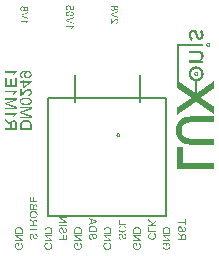
<source format=gbo>
G04*
G04 #@! TF.GenerationSoftware,Altium Limited,Altium Designer,20.0.13 (296)*
G04*
G04 Layer_Color=32896*
%FSLAX44Y44*%
%MOMM*%
G71*
G01*
G75*
%ADD13C,0.2000*%
G36*
X73380Y83305D02*
X73667D01*
Y83264D01*
X73831D01*
Y83223D01*
X73995D01*
Y83182D01*
X74118D01*
Y83141D01*
X74200D01*
Y83100D01*
X74282D01*
Y83059D01*
X74405D01*
Y83018D01*
X74446D01*
Y82977D01*
X74528D01*
Y82936D01*
X74610D01*
Y82895D01*
X74651D01*
Y82854D01*
X74733D01*
Y82813D01*
X74774D01*
Y82772D01*
X74815D01*
Y82731D01*
X74897D01*
Y82690D01*
X74938D01*
Y82649D01*
X74979D01*
Y82608D01*
X75020D01*
Y82567D01*
X75061D01*
Y82526D01*
X75102D01*
Y82485D01*
X75143D01*
Y82444D01*
X75184D01*
Y82403D01*
X75225D01*
Y82362D01*
X75266D01*
Y82321D01*
X75307D01*
Y82280D01*
X75348D01*
Y82198D01*
X75389D01*
Y82157D01*
X75430D01*
Y82116D01*
X75471D01*
Y82034D01*
X75512D01*
Y81952D01*
X75553D01*
Y81911D01*
X75594D01*
Y81829D01*
X75635D01*
Y81788D01*
X75676D01*
Y81706D01*
X75717D01*
Y81624D01*
X75758D01*
Y81542D01*
X75799D01*
Y81460D01*
X75840D01*
Y81337D01*
X75881D01*
Y81255D01*
X75922D01*
Y81132D01*
X75963D01*
Y81050D01*
X76004D01*
Y80927D01*
X76045D01*
Y80804D01*
X76086D01*
Y80681D01*
X76127D01*
Y80517D01*
X76168D01*
Y80353D01*
X76209D01*
Y80189D01*
X76250D01*
Y80025D01*
X76291D01*
Y79902D01*
X76332D01*
Y79697D01*
X76373D01*
Y79492D01*
X76414D01*
Y79246D01*
X76455D01*
Y79082D01*
X76496D01*
Y78877D01*
X76537D01*
Y78713D01*
X76578D01*
Y78549D01*
X76619D01*
Y78385D01*
X76660D01*
Y78262D01*
X76701D01*
Y78098D01*
X76742D01*
Y78016D01*
X76783D01*
Y77893D01*
X76824D01*
Y77770D01*
X76865D01*
Y77647D01*
X76906D01*
Y77565D01*
X76947D01*
Y77483D01*
X76988D01*
Y77401D01*
X77029D01*
Y77319D01*
X77070D01*
Y77237D01*
X77111D01*
Y77155D01*
X77152D01*
Y77114D01*
X77193D01*
Y77032D01*
X77234D01*
Y76991D01*
X77275D01*
Y76950D01*
X77316D01*
Y76909D01*
X77357D01*
Y76827D01*
X77398D01*
Y76786D01*
X77439D01*
Y76745D01*
X77521D01*
Y76704D01*
X77562D01*
Y76663D01*
X77644D01*
Y76622D01*
X77685D01*
Y76581D01*
X77808D01*
Y76540D01*
X78013D01*
Y76499D01*
X78259D01*
Y76540D01*
X78464D01*
Y76581D01*
X78587D01*
Y76622D01*
X78669D01*
Y76663D01*
X78751D01*
Y76704D01*
X78833D01*
Y76745D01*
X78874D01*
Y76786D01*
X78956D01*
Y76827D01*
X78997D01*
Y76868D01*
X79038D01*
Y76909D01*
X79079D01*
Y76950D01*
X79120D01*
Y76991D01*
X79161D01*
Y77032D01*
X79202D01*
Y77073D01*
X79243D01*
Y77155D01*
X79284D01*
Y77196D01*
X79325D01*
Y77237D01*
X79366D01*
Y77319D01*
X79407D01*
Y77401D01*
X79448D01*
Y77483D01*
X79489D01*
Y77565D01*
X79530D01*
Y77688D01*
X79571D01*
Y77770D01*
X79612D01*
Y77893D01*
X79653D01*
Y78057D01*
X79694D01*
Y78262D01*
X79735D01*
Y78590D01*
X79776D01*
Y79082D01*
X79735D01*
Y79451D01*
X79694D01*
Y79615D01*
X79653D01*
Y79779D01*
X79612D01*
Y79902D01*
X79571D01*
Y79984D01*
X79530D01*
Y80107D01*
X79489D01*
Y80189D01*
X79448D01*
Y80271D01*
X79407D01*
Y80312D01*
X79366D01*
Y80394D01*
X79325D01*
Y80435D01*
X79284D01*
Y80517D01*
X79243D01*
Y80558D01*
X79202D01*
Y80599D01*
X79161D01*
Y80681D01*
X79120D01*
Y80722D01*
X79079D01*
Y80763D01*
X79038D01*
Y80804D01*
X78997D01*
Y80845D01*
X78956D01*
Y80886D01*
X78915D01*
Y80927D01*
X78874D01*
Y80968D01*
X78833D01*
Y81009D01*
X78792D01*
Y81050D01*
X78751D01*
Y81091D01*
X78669D01*
Y81132D01*
X78628D01*
Y81173D01*
X78587D01*
Y81214D01*
X78505D01*
Y81255D01*
X78464D01*
Y81296D01*
X78382D01*
Y81337D01*
X78341D01*
Y81378D01*
X78382D01*
Y81419D01*
X78423D01*
Y81501D01*
X78464D01*
Y81542D01*
X78505D01*
Y81624D01*
X78546D01*
Y81665D01*
X78587D01*
Y81747D01*
X78628D01*
Y81788D01*
X78669D01*
Y81870D01*
X78710D01*
Y81911D01*
X78751D01*
Y81993D01*
X78792D01*
Y82034D01*
X78833D01*
Y82116D01*
X78874D01*
Y82157D01*
X78915D01*
Y82239D01*
X78956D01*
Y82280D01*
X78997D01*
Y82362D01*
X79038D01*
Y82403D01*
X79079D01*
Y82485D01*
X79120D01*
Y82526D01*
X79161D01*
Y82608D01*
X79202D01*
Y82649D01*
X79243D01*
Y82731D01*
X79284D01*
Y82772D01*
X79325D01*
Y82854D01*
X79366D01*
Y82895D01*
X79407D01*
Y82977D01*
X79489D01*
Y82936D01*
X79530D01*
Y82895D01*
X79612D01*
Y82854D01*
X79694D01*
Y82813D01*
X79735D01*
Y82772D01*
X79817D01*
Y82731D01*
X79858D01*
Y82690D01*
X79940D01*
Y82649D01*
X79981D01*
Y82608D01*
X80022D01*
Y82567D01*
X80104D01*
Y82526D01*
X80145D01*
Y82485D01*
X80186D01*
Y82444D01*
X80227D01*
Y82403D01*
X80268D01*
Y82362D01*
X80309D01*
Y82321D01*
X80350D01*
Y82280D01*
X80391D01*
Y82239D01*
X80432D01*
Y82198D01*
X80473D01*
Y82157D01*
X80514D01*
Y82116D01*
X80555D01*
Y82075D01*
X80596D01*
Y82034D01*
X80637D01*
Y81952D01*
X80678D01*
Y81911D01*
X80719D01*
Y81870D01*
X80760D01*
Y81788D01*
X80801D01*
Y81747D01*
X80842D01*
Y81665D01*
X80883D01*
Y81624D01*
X80924D01*
Y81542D01*
X80965D01*
Y81460D01*
X81006D01*
Y81378D01*
X81046D01*
Y81296D01*
X81088D01*
Y81214D01*
X81129D01*
Y81132D01*
X81170D01*
Y81009D01*
X81210D01*
Y80927D01*
X81252D01*
Y80804D01*
X81292D01*
Y80681D01*
X81334D01*
Y80517D01*
X81375D01*
Y80394D01*
X81416D01*
Y80189D01*
X81457D01*
Y80025D01*
X81498D01*
Y79738D01*
X81539D01*
Y79287D01*
X81580D01*
Y78672D01*
X81539D01*
Y78221D01*
X81498D01*
Y77934D01*
X81457D01*
Y77729D01*
X81416D01*
Y77565D01*
X81375D01*
Y77401D01*
X81334D01*
Y77278D01*
X81292D01*
Y77114D01*
X81252D01*
Y77032D01*
X81210D01*
Y76909D01*
X81170D01*
Y76786D01*
X81129D01*
Y76704D01*
X81088D01*
Y76622D01*
X81046D01*
Y76540D01*
X81006D01*
Y76458D01*
X80965D01*
Y76376D01*
X80924D01*
Y76294D01*
X80883D01*
Y76212D01*
X80842D01*
Y76171D01*
X80801D01*
Y76089D01*
X80760D01*
Y76007D01*
X80719D01*
Y75966D01*
X80678D01*
Y75884D01*
X80637D01*
Y75843D01*
X80596D01*
Y75802D01*
X80555D01*
Y75720D01*
X80514D01*
Y75679D01*
X80473D01*
Y75638D01*
X80432D01*
Y75597D01*
X80391D01*
Y75556D01*
X80350D01*
Y75515D01*
X80309D01*
Y75474D01*
X80268D01*
Y75433D01*
X80227D01*
Y75392D01*
X80186D01*
Y75351D01*
X80145D01*
Y75310D01*
X80104D01*
Y75269D01*
X80063D01*
Y75228D01*
X80022D01*
Y75187D01*
X79940D01*
Y75146D01*
X79899D01*
Y75105D01*
X79817D01*
Y75064D01*
X79776D01*
Y75023D01*
X79735D01*
Y74982D01*
X79653D01*
Y74941D01*
X79571D01*
Y74900D01*
X79489D01*
Y74859D01*
X79407D01*
Y74818D01*
X79325D01*
Y74777D01*
X79202D01*
Y74736D01*
X79120D01*
Y74695D01*
X78956D01*
Y74654D01*
X78792D01*
Y74613D01*
X78587D01*
Y74572D01*
X77562D01*
Y74613D01*
X77316D01*
Y74654D01*
X77152D01*
Y74695D01*
X77029D01*
Y74736D01*
X76906D01*
Y74777D01*
X76783D01*
Y74818D01*
X76701D01*
Y74859D01*
X76619D01*
Y74900D01*
X76578D01*
Y74941D01*
X76496D01*
Y74982D01*
X76455D01*
Y75023D01*
X76373D01*
Y75064D01*
X76332D01*
Y75105D01*
X76291D01*
Y75146D01*
X76209D01*
Y75187D01*
X76168D01*
Y75228D01*
X76127D01*
Y75269D01*
X76086D01*
Y75310D01*
X76045D01*
Y75351D01*
X76004D01*
Y75392D01*
X75963D01*
Y75433D01*
X75922D01*
Y75474D01*
X75881D01*
Y75515D01*
X75840D01*
Y75597D01*
X75799D01*
Y75638D01*
X75758D01*
Y75679D01*
X75717D01*
Y75761D01*
X75676D01*
Y75802D01*
X75635D01*
Y75884D01*
X75594D01*
Y75925D01*
X75553D01*
Y76007D01*
X75512D01*
Y76089D01*
X75471D01*
Y76171D01*
X75430D01*
Y76253D01*
X75389D01*
Y76335D01*
X75348D01*
Y76417D01*
X75307D01*
Y76499D01*
X75266D01*
Y76622D01*
X75225D01*
Y76704D01*
X75184D01*
Y76827D01*
X75143D01*
Y76950D01*
X75102D01*
Y77073D01*
X75061D01*
Y77196D01*
X75020D01*
Y77360D01*
X74979D01*
Y77483D01*
X74938D01*
Y77647D01*
X74897D01*
Y77811D01*
X74856D01*
Y77975D01*
X74815D01*
Y78139D01*
X74774D01*
Y78303D01*
X74733D01*
Y78467D01*
X74692D01*
Y78672D01*
X74651D01*
Y78877D01*
X74610D01*
Y79041D01*
X74569D01*
Y79205D01*
X74528D01*
Y79369D01*
X74487D01*
Y79533D01*
X74446D01*
Y79697D01*
X74405D01*
Y79820D01*
X74364D01*
Y79943D01*
X74323D01*
Y80025D01*
X74282D01*
Y80148D01*
X74241D01*
Y80230D01*
X74200D01*
Y80312D01*
X74159D01*
Y80394D01*
X74118D01*
Y80435D01*
X74077D01*
Y80517D01*
X74036D01*
Y80599D01*
X73995D01*
Y80640D01*
X73954D01*
Y80681D01*
X73913D01*
Y80722D01*
X73872D01*
Y80804D01*
X73831D01*
Y80845D01*
X73790D01*
Y80886D01*
X73749D01*
Y80927D01*
X73667D01*
Y80968D01*
X73626D01*
Y81009D01*
X73585D01*
Y81050D01*
X73503D01*
Y81091D01*
X73462D01*
Y81132D01*
X73339D01*
Y81173D01*
X73216D01*
Y81214D01*
X73011D01*
Y81255D01*
X72560D01*
Y81214D01*
X72355D01*
Y81173D01*
X72232D01*
Y81132D01*
X72109D01*
Y81091D01*
X72027D01*
Y81050D01*
X71986D01*
Y81009D01*
X71904D01*
Y80968D01*
X71863D01*
Y80927D01*
X71822D01*
Y80886D01*
X71781D01*
Y80845D01*
X71699D01*
Y80804D01*
X71658D01*
Y80763D01*
X71617D01*
Y80681D01*
X71576D01*
Y80640D01*
X71535D01*
Y80599D01*
X71494D01*
Y80558D01*
X71453D01*
Y80476D01*
X71412D01*
Y80435D01*
X71371D01*
Y80353D01*
X71330D01*
Y80271D01*
X71289D01*
Y80189D01*
X71248D01*
Y80107D01*
X71207D01*
Y79984D01*
X71166D01*
Y79861D01*
X71125D01*
Y79738D01*
X71084D01*
Y79574D01*
X71043D01*
Y79369D01*
X71002D01*
Y79041D01*
X70961D01*
Y78221D01*
X71002D01*
Y77893D01*
X71043D01*
Y77688D01*
X71084D01*
Y77524D01*
X71125D01*
Y77401D01*
X71166D01*
Y77278D01*
X71207D01*
Y77196D01*
X71248D01*
Y77114D01*
X71289D01*
Y77032D01*
X71330D01*
Y76950D01*
X71371D01*
Y76868D01*
X71412D01*
Y76827D01*
X71453D01*
Y76745D01*
X71494D01*
Y76704D01*
X71535D01*
Y76622D01*
X71576D01*
Y76581D01*
X71617D01*
Y76540D01*
X71658D01*
Y76458D01*
X71699D01*
Y76417D01*
X71740D01*
Y76376D01*
X71781D01*
Y76335D01*
X71822D01*
Y76294D01*
X71863D01*
Y76253D01*
X71904D01*
Y76171D01*
X71945D01*
Y76130D01*
X71986D01*
Y76089D01*
X72027D01*
Y76048D01*
X72068D01*
Y76007D01*
X72109D01*
Y75966D01*
X72150D01*
Y75925D01*
X72191D01*
Y75884D01*
X72273D01*
Y75843D01*
X72314D01*
Y75802D01*
X72355D01*
Y75761D01*
X72396D01*
Y75720D01*
X72437D01*
Y75679D01*
X72478D01*
Y75638D01*
X72519D01*
Y75556D01*
X72478D01*
Y75474D01*
X72437D01*
Y75433D01*
X72396D01*
Y75392D01*
X72355D01*
Y75351D01*
X72314D01*
Y75269D01*
X72273D01*
Y75228D01*
X72232D01*
Y75187D01*
X72191D01*
Y75105D01*
X72150D01*
Y75064D01*
X72109D01*
Y75023D01*
X72068D01*
Y74982D01*
X72027D01*
Y74900D01*
X71986D01*
Y74859D01*
X71945D01*
Y74818D01*
X71904D01*
Y74736D01*
X71863D01*
Y74695D01*
X71822D01*
Y74654D01*
X71781D01*
Y74572D01*
X71740D01*
Y74531D01*
X71699D01*
Y74490D01*
X71658D01*
Y74449D01*
X71617D01*
Y74367D01*
X71576D01*
Y74326D01*
X71535D01*
Y74285D01*
X71494D01*
Y74203D01*
X71453D01*
Y74162D01*
X71412D01*
Y74121D01*
X71371D01*
Y74080D01*
X71289D01*
Y74121D01*
X71207D01*
Y74162D01*
X71166D01*
Y74203D01*
X71125D01*
Y74244D01*
X71043D01*
Y74285D01*
X71002D01*
Y74326D01*
X70961D01*
Y74367D01*
X70920D01*
Y74408D01*
X70838D01*
Y74449D01*
X70797D01*
Y74490D01*
X70756D01*
Y74531D01*
X70715D01*
Y74572D01*
X70674D01*
Y74613D01*
X70633D01*
Y74654D01*
X70592D01*
Y74695D01*
X70551D01*
Y74736D01*
X70510D01*
Y74777D01*
X70469D01*
Y74818D01*
X70428D01*
Y74859D01*
X70387D01*
Y74900D01*
X70346D01*
Y74941D01*
X70305D01*
Y74982D01*
X70264D01*
Y75023D01*
X70223D01*
Y75064D01*
X70182D01*
Y75146D01*
X70141D01*
Y75187D01*
X70100D01*
Y75228D01*
X70059D01*
Y75310D01*
X70018D01*
Y75351D01*
X69977D01*
Y75433D01*
X69936D01*
Y75474D01*
X69895D01*
Y75556D01*
X69854D01*
Y75597D01*
X69813D01*
Y75679D01*
X69772D01*
Y75761D01*
X69731D01*
Y75843D01*
X69690D01*
Y75925D01*
X69649D01*
Y76007D01*
X69608D01*
Y76130D01*
X69567D01*
Y76212D01*
X69526D01*
Y76335D01*
X69485D01*
Y76458D01*
X69444D01*
Y76581D01*
X69403D01*
Y76745D01*
X69362D01*
Y76909D01*
X69321D01*
Y77073D01*
X69280D01*
Y77319D01*
X69239D01*
Y77565D01*
X69198D01*
Y78016D01*
X69157D01*
Y79246D01*
X69198D01*
Y79615D01*
X69239D01*
Y79902D01*
X69280D01*
Y80107D01*
X69321D01*
Y80312D01*
X69362D01*
Y80476D01*
X69403D01*
Y80640D01*
X69444D01*
Y80763D01*
X69485D01*
Y80886D01*
X69526D01*
Y81009D01*
X69567D01*
Y81091D01*
X69608D01*
Y81173D01*
X69649D01*
Y81296D01*
X69690D01*
Y81378D01*
X69731D01*
Y81460D01*
X69772D01*
Y81542D01*
X69813D01*
Y81624D01*
X69854D01*
Y81665D01*
X69895D01*
Y81747D01*
X69936D01*
Y81829D01*
X69977D01*
Y81870D01*
X70018D01*
Y81952D01*
X70059D01*
Y81993D01*
X70100D01*
Y82075D01*
X70141D01*
Y82116D01*
X70182D01*
Y82157D01*
X70223D01*
Y82198D01*
X70264D01*
Y82239D01*
X70305D01*
Y82321D01*
X70346D01*
Y82362D01*
X70387D01*
Y82403D01*
X70428D01*
Y82444D01*
X70469D01*
Y82485D01*
X70510D01*
Y82526D01*
X70592D01*
Y82567D01*
X70633D01*
Y82608D01*
X70674D01*
Y82649D01*
X70715D01*
Y82690D01*
X70756D01*
Y82731D01*
X70838D01*
Y82772D01*
X70879D01*
Y82813D01*
X70961D01*
Y82854D01*
X71002D01*
Y82895D01*
X71084D01*
Y82936D01*
X71125D01*
Y82977D01*
X71207D01*
Y83018D01*
X71289D01*
Y83059D01*
X71371D01*
Y83100D01*
X71494D01*
Y83141D01*
X71617D01*
Y83182D01*
X71699D01*
Y83223D01*
X71904D01*
Y83264D01*
X72068D01*
Y83305D01*
X72355D01*
Y83346D01*
X73380D01*
Y83305D01*
D02*
G37*
G36*
X85966Y72112D02*
X86130D01*
Y72071D01*
X86253D01*
Y72030D01*
X86335D01*
Y71989D01*
X86417D01*
Y71948D01*
X86499D01*
Y71907D01*
X86540D01*
Y71866D01*
X86622D01*
Y71825D01*
X86663D01*
Y71784D01*
X86704D01*
Y71743D01*
X86745D01*
Y71702D01*
X86786D01*
Y71661D01*
X86827D01*
Y71620D01*
X86868D01*
Y71579D01*
X86909D01*
Y71538D01*
X86950D01*
Y71456D01*
X86991D01*
Y71415D01*
X87032D01*
Y71333D01*
X87073D01*
Y71251D01*
X87114D01*
Y71169D01*
X87155D01*
Y71046D01*
X87196D01*
Y70882D01*
X87237D01*
Y70554D01*
X87278D01*
Y70349D01*
X87237D01*
Y70021D01*
X87196D01*
Y69898D01*
X87155D01*
Y69775D01*
X87114D01*
Y69652D01*
X87073D01*
Y69570D01*
X87032D01*
Y69529D01*
X86991D01*
Y69447D01*
X86950D01*
Y69406D01*
X86909D01*
Y69324D01*
X86868D01*
Y69283D01*
X86827D01*
Y69242D01*
X86786D01*
Y69201D01*
X86745D01*
Y69160D01*
X86704D01*
Y69119D01*
X86663D01*
Y69078D01*
X86581D01*
Y69037D01*
X86540D01*
Y68996D01*
X86458D01*
Y68955D01*
X86376D01*
Y68914D01*
X86294D01*
Y68873D01*
X86212D01*
Y68832D01*
X86089D01*
Y68791D01*
X85884D01*
Y68750D01*
X85269D01*
Y68791D01*
X85064D01*
Y68832D01*
X84941D01*
Y68873D01*
X84859D01*
Y68914D01*
X84777D01*
Y68955D01*
X84695D01*
Y68996D01*
X84613D01*
Y69037D01*
X84572D01*
Y69078D01*
X84490D01*
Y69119D01*
X84449D01*
Y69160D01*
X84408D01*
Y69201D01*
X84367D01*
Y69242D01*
X84326D01*
Y69283D01*
X84285D01*
Y69324D01*
X84244D01*
Y69406D01*
X84204D01*
Y69447D01*
X84162D01*
Y69529D01*
X84121D01*
Y69570D01*
X84080D01*
Y69652D01*
X84039D01*
Y69775D01*
X83998D01*
Y69857D01*
X83957D01*
Y70021D01*
X83917D01*
Y70308D01*
X83875D01*
Y70595D01*
X83917D01*
Y70882D01*
X83957D01*
Y71046D01*
X83998D01*
Y71169D01*
X84039D01*
Y71251D01*
X84080D01*
Y71333D01*
X84121D01*
Y71415D01*
X84162D01*
Y71456D01*
X84204D01*
Y71538D01*
X84244D01*
Y71579D01*
X84285D01*
Y71620D01*
X84326D01*
Y71661D01*
X84367D01*
Y71702D01*
X84408D01*
Y71743D01*
X84449D01*
Y71784D01*
X84490D01*
Y71825D01*
X84531D01*
Y71866D01*
X84613D01*
Y71907D01*
X84654D01*
Y71948D01*
X84736D01*
Y71989D01*
X84818D01*
Y72030D01*
X84900D01*
Y72071D01*
X85023D01*
Y72112D01*
X85187D01*
Y72153D01*
X85966D01*
Y72112D01*
D02*
G37*
G36*
X77234Y65511D02*
X77685D01*
Y65470D01*
X78013D01*
Y65430D01*
X78177D01*
Y65388D01*
X78382D01*
Y65347D01*
X78546D01*
Y65306D01*
X78710D01*
Y65265D01*
X78833D01*
Y65224D01*
X78956D01*
Y65183D01*
X79079D01*
Y65142D01*
X79161D01*
Y65101D01*
X79243D01*
Y65060D01*
X79366D01*
Y65019D01*
X79448D01*
Y64978D01*
X79530D01*
Y64938D01*
X79571D01*
Y64896D01*
X79653D01*
Y64855D01*
X79735D01*
Y64815D01*
X79776D01*
Y64774D01*
X79858D01*
Y64732D01*
X79899D01*
Y64692D01*
X79981D01*
Y64651D01*
X80022D01*
Y64609D01*
X80104D01*
Y64569D01*
X80145D01*
Y64528D01*
X80186D01*
Y64486D01*
X80227D01*
Y64446D01*
X80268D01*
Y64405D01*
X80309D01*
Y64363D01*
X80350D01*
Y64323D01*
X80391D01*
Y64282D01*
X80432D01*
Y64240D01*
X80473D01*
Y64200D01*
X80514D01*
Y64159D01*
X80555D01*
Y64117D01*
X80596D01*
Y64076D01*
X80637D01*
Y64036D01*
X80678D01*
Y63953D01*
X80719D01*
Y63913D01*
X80760D01*
Y63871D01*
X80801D01*
Y63790D01*
X80842D01*
Y63748D01*
X80883D01*
Y63667D01*
X80924D01*
Y63625D01*
X80965D01*
Y63544D01*
X81006D01*
Y63461D01*
X81046D01*
Y63380D01*
X81088D01*
Y63298D01*
X81129D01*
Y63215D01*
X81170D01*
Y63134D01*
X81210D01*
Y63052D01*
X81252D01*
Y62929D01*
X81292D01*
Y62806D01*
X81334D01*
Y62683D01*
X81375D01*
Y62519D01*
X81416D01*
Y62355D01*
X81457D01*
Y62150D01*
X81498D01*
Y61904D01*
X81539D01*
Y61412D01*
X81580D01*
Y60756D01*
X81539D01*
Y60346D01*
X81498D01*
Y60100D01*
X81457D01*
Y59895D01*
X81416D01*
Y59772D01*
X81375D01*
Y59608D01*
X81334D01*
Y59485D01*
X81292D01*
Y59362D01*
X81252D01*
Y59280D01*
X81210D01*
Y59157D01*
X81170D01*
Y59075D01*
X81129D01*
Y58993D01*
X81088D01*
Y58911D01*
X81046D01*
Y58829D01*
X81006D01*
Y58747D01*
X80965D01*
Y58665D01*
X80924D01*
Y58624D01*
X80883D01*
Y58542D01*
X80842D01*
Y58460D01*
X80801D01*
Y58419D01*
X80760D01*
Y58378D01*
X80719D01*
Y58296D01*
X80678D01*
Y58255D01*
X80637D01*
Y58173D01*
X80596D01*
Y58132D01*
X80555D01*
Y58091D01*
X80514D01*
Y58050D01*
X80473D01*
Y58009D01*
X80432D01*
Y57927D01*
X80391D01*
Y57886D01*
X80350D01*
Y57845D01*
X80309D01*
Y57804D01*
X80268D01*
Y57763D01*
X80227D01*
Y57722D01*
X80186D01*
Y57681D01*
X80104D01*
Y57640D01*
X80063D01*
Y57599D01*
X80022D01*
Y57558D01*
X79981D01*
Y57517D01*
X79940D01*
Y57476D01*
X79858D01*
Y57435D01*
X79817D01*
Y57394D01*
X79735D01*
Y57353D01*
X79694D01*
Y57312D01*
X79612D01*
Y57271D01*
X79571D01*
Y57230D01*
X79489D01*
Y57189D01*
X79407D01*
Y57148D01*
X79325D01*
Y57066D01*
X80104D01*
Y57025D01*
X81252D01*
Y55139D01*
X80965D01*
Y55180D01*
X80104D01*
Y55221D01*
X79284D01*
Y55262D01*
X69444D01*
Y57230D01*
X76004D01*
Y57271D01*
X76373D01*
Y57312D01*
X76619D01*
Y57353D01*
X76824D01*
Y57394D01*
X76988D01*
Y57435D01*
X77152D01*
Y57476D01*
X77316D01*
Y57517D01*
X77398D01*
Y57558D01*
X77521D01*
Y57599D01*
X77644D01*
Y57640D01*
X77726D01*
Y57681D01*
X77849D01*
Y57722D01*
X77931D01*
Y57763D01*
X78013D01*
Y57804D01*
X78095D01*
Y57845D01*
X78136D01*
Y57886D01*
X78218D01*
Y57927D01*
X78300D01*
Y57968D01*
X78341D01*
Y58009D01*
X78423D01*
Y58050D01*
X78464D01*
Y58091D01*
X78546D01*
Y58132D01*
X78587D01*
Y58173D01*
X78628D01*
Y58214D01*
X78669D01*
Y58255D01*
X78710D01*
Y58296D01*
X78751D01*
Y58337D01*
X78833D01*
Y58378D01*
X78874D01*
Y58419D01*
X78915D01*
Y58460D01*
X78956D01*
Y58542D01*
X78997D01*
Y58583D01*
X79038D01*
Y58624D01*
X79079D01*
Y58665D01*
X79120D01*
Y58747D01*
X79161D01*
Y58788D01*
X79202D01*
Y58870D01*
X79243D01*
Y58911D01*
X79284D01*
Y58993D01*
X79325D01*
Y59034D01*
X79366D01*
Y59116D01*
X79407D01*
Y59198D01*
X79448D01*
Y59321D01*
X79489D01*
Y59403D01*
X79530D01*
Y59526D01*
X79571D01*
Y59649D01*
X79612D01*
Y59772D01*
X79653D01*
Y59977D01*
X79694D01*
Y60182D01*
X79735D01*
Y60592D01*
X79776D01*
Y61125D01*
X79735D01*
Y61494D01*
X79694D01*
Y61699D01*
X79653D01*
Y61863D01*
X79612D01*
Y61986D01*
X79571D01*
Y62068D01*
X79530D01*
Y62191D01*
X79489D01*
Y62273D01*
X79448D01*
Y62313D01*
X79407D01*
Y62396D01*
X79366D01*
Y62478D01*
X79325D01*
Y62519D01*
X79284D01*
Y62560D01*
X79243D01*
Y62642D01*
X79202D01*
Y62683D01*
X79161D01*
Y62723D01*
X79120D01*
Y62765D01*
X79079D01*
Y62806D01*
X79038D01*
Y62847D01*
X78997D01*
Y62888D01*
X78956D01*
Y62929D01*
X78874D01*
Y62969D01*
X78833D01*
Y63011D01*
X78751D01*
Y63052D01*
X78710D01*
Y63092D01*
X78628D01*
Y63134D01*
X78587D01*
Y63175D01*
X78505D01*
Y63215D01*
X78382D01*
Y63257D01*
X78300D01*
Y63298D01*
X78218D01*
Y63338D01*
X78095D01*
Y63380D01*
X77972D01*
Y63421D01*
X77849D01*
Y63461D01*
X77685D01*
Y63502D01*
X77439D01*
Y63544D01*
X77152D01*
Y63584D01*
X69444D01*
Y65552D01*
X77234D01*
Y65511D01*
D02*
G37*
G36*
X81252Y69488D02*
X60916D01*
Y39190D01*
X60957D01*
Y39150D01*
X60998D01*
Y39109D01*
X61080D01*
Y39067D01*
X61121D01*
Y39027D01*
X61162D01*
Y38986D01*
X61244D01*
Y38945D01*
X61285D01*
Y38904D01*
X61367D01*
Y38863D01*
X61408D01*
Y38821D01*
X61490D01*
Y38781D01*
X61531D01*
Y38740D01*
X61572D01*
Y38699D01*
X61654D01*
Y38658D01*
X61695D01*
Y38617D01*
X61777D01*
Y38576D01*
X61818D01*
Y38535D01*
X61900D01*
Y38494D01*
X61941D01*
Y38453D01*
X61982D01*
Y38412D01*
X62064D01*
Y38371D01*
X62105D01*
Y38330D01*
X62187D01*
Y38289D01*
X62228D01*
Y38248D01*
X62310D01*
Y38207D01*
X62351D01*
Y38166D01*
X62433D01*
Y38125D01*
X62474D01*
Y38084D01*
X62515D01*
Y38043D01*
X62597D01*
Y38002D01*
X62638D01*
Y37961D01*
X62720D01*
Y37920D01*
X62761D01*
Y37879D01*
X62843D01*
Y37838D01*
X62884D01*
Y37797D01*
X62925D01*
Y37756D01*
X63007D01*
Y37715D01*
X63048D01*
Y37674D01*
X63130D01*
Y37633D01*
X63171D01*
Y37592D01*
X63253D01*
Y37551D01*
X63294D01*
Y37510D01*
X63335D01*
Y37469D01*
X63417D01*
Y37428D01*
X63458D01*
Y37387D01*
X63540D01*
Y37346D01*
X63581D01*
Y37305D01*
X63663D01*
Y37264D01*
X63704D01*
Y37223D01*
X63745D01*
Y37182D01*
X63827D01*
Y37141D01*
X63868D01*
Y37100D01*
X63950D01*
Y37059D01*
X63991D01*
Y37018D01*
X64073D01*
Y36977D01*
X64114D01*
Y36936D01*
X64155D01*
Y36895D01*
X64237D01*
Y36854D01*
X64278D01*
Y36813D01*
X64360D01*
Y36772D01*
X64401D01*
Y36731D01*
X64483D01*
Y36690D01*
X64524D01*
Y36649D01*
X64565D01*
Y36608D01*
X64647D01*
Y36567D01*
X64688D01*
Y36526D01*
X64770D01*
Y36485D01*
X64811D01*
Y36444D01*
X64893D01*
Y36403D01*
X64934D01*
Y36362D01*
X64975D01*
Y36321D01*
X65057D01*
Y36280D01*
X65098D01*
Y36239D01*
X65180D01*
Y36198D01*
X65221D01*
Y36157D01*
X65303D01*
Y36116D01*
X65344D01*
Y36075D01*
X65385D01*
Y36034D01*
X65467D01*
Y35993D01*
X65508D01*
Y35952D01*
X65590D01*
Y35911D01*
X65631D01*
Y35870D01*
X65713D01*
Y35829D01*
X65754D01*
Y35788D01*
X65795D01*
Y35747D01*
X65877D01*
Y35706D01*
X65918D01*
Y35665D01*
X66000D01*
Y35624D01*
X66041D01*
Y35583D01*
X66123D01*
Y35542D01*
X66164D01*
Y35501D01*
X66205D01*
Y35460D01*
X66287D01*
Y35419D01*
X66328D01*
Y35378D01*
X66410D01*
Y35337D01*
X66451D01*
Y35296D01*
X66533D01*
Y35255D01*
X66574D01*
Y35214D01*
X66615D01*
Y35173D01*
X66697D01*
Y35132D01*
X66738D01*
Y35091D01*
X66820D01*
Y35050D01*
X66861D01*
Y35009D01*
X66943D01*
Y34968D01*
X66984D01*
Y34927D01*
X67025D01*
Y34886D01*
X67107D01*
Y34845D01*
X67148D01*
Y34804D01*
X67230D01*
Y34763D01*
X67271D01*
Y34722D01*
X67353D01*
Y34681D01*
X67394D01*
Y34640D01*
X67435D01*
Y34599D01*
X67517D01*
Y34558D01*
X67558D01*
Y34517D01*
X67640D01*
Y34476D01*
X67681D01*
Y34435D01*
X67763D01*
Y34394D01*
X67804D01*
Y34353D01*
X67845D01*
Y34312D01*
X67927D01*
Y34271D01*
X67968D01*
Y34230D01*
X68050D01*
Y34189D01*
X68091D01*
Y34148D01*
X68173D01*
Y34107D01*
X68214D01*
Y34066D01*
X68255D01*
Y34025D01*
X68337D01*
Y33984D01*
X68378D01*
Y33943D01*
X68460D01*
Y33902D01*
X68501D01*
Y33861D01*
X68583D01*
Y33820D01*
X68624D01*
Y33779D01*
X68665D01*
Y33738D01*
X68747D01*
Y33697D01*
X68788D01*
Y33656D01*
X68870D01*
Y33615D01*
X68911D01*
Y33574D01*
X68993D01*
Y33533D01*
X69034D01*
Y33492D01*
X69075D01*
Y33451D01*
X69157D01*
Y33410D01*
X69198D01*
Y33369D01*
X69280D01*
Y33328D01*
X69321D01*
Y33287D01*
X69403D01*
Y33246D01*
X69444D01*
Y33205D01*
X69485D01*
Y33164D01*
X69567D01*
Y33123D01*
X69608D01*
Y33082D01*
X69690D01*
Y33041D01*
X69731D01*
Y33000D01*
X69813D01*
Y32959D01*
X69854D01*
Y32918D01*
X69895D01*
Y32877D01*
X69977D01*
Y32836D01*
X70018D01*
Y32795D01*
X70100D01*
Y32754D01*
X70141D01*
Y32713D01*
X70223D01*
Y32672D01*
X70264D01*
Y32631D01*
X70305D01*
Y32590D01*
X70387D01*
Y32549D01*
X70428D01*
Y32508D01*
X70510D01*
Y32467D01*
X70551D01*
Y32426D01*
X70633D01*
Y32385D01*
X70674D01*
Y32344D01*
X70715D01*
Y32303D01*
X70797D01*
Y32262D01*
X70838D01*
Y32221D01*
X70920D01*
Y32180D01*
X70961D01*
Y32139D01*
X71043D01*
Y32098D01*
X71084D01*
Y32057D01*
X71125D01*
Y32016D01*
X71207D01*
Y31975D01*
X71248D01*
Y31934D01*
X71330D01*
Y31893D01*
X71371D01*
Y31852D01*
X71453D01*
Y31811D01*
X71494D01*
Y31770D01*
X71535D01*
Y31729D01*
X71617D01*
Y31688D01*
X71658D01*
Y31647D01*
X71740D01*
Y31606D01*
X71781D01*
Y31565D01*
X71863D01*
Y31524D01*
X71904D01*
Y31483D01*
X71945D01*
Y31442D01*
X72027D01*
Y31401D01*
X72068D01*
Y31360D01*
X72150D01*
Y31319D01*
X72191D01*
Y31278D01*
X72273D01*
Y31237D01*
X72314D01*
Y31196D01*
X72355D01*
Y31155D01*
X72437D01*
Y31114D01*
X72478D01*
Y31073D01*
X72560D01*
Y31032D01*
X72601D01*
Y30991D01*
X72683D01*
Y30950D01*
X72724D01*
Y30909D01*
X72765D01*
Y30868D01*
X72847D01*
Y30827D01*
X72888D01*
Y30786D01*
X72970D01*
Y30745D01*
X73011D01*
Y30704D01*
X73093D01*
Y30663D01*
X73134D01*
Y30622D01*
X73175D01*
Y30581D01*
X73257D01*
Y30540D01*
X73298D01*
Y30499D01*
X73380D01*
Y30458D01*
X73421D01*
Y30417D01*
X73503D01*
Y30376D01*
X73544D01*
Y30335D01*
X73585D01*
Y30294D01*
X73667D01*
Y30253D01*
X73708D01*
Y30212D01*
X73790D01*
Y30171D01*
X73831D01*
Y30130D01*
X73913D01*
Y30089D01*
X73954D01*
Y30048D01*
X73995D01*
Y30007D01*
X74077D01*
Y29966D01*
X74118D01*
Y29925D01*
X74200D01*
Y29884D01*
X74241D01*
Y29843D01*
X74323D01*
Y29802D01*
X74405D01*
Y39641D01*
X74241D01*
Y39683D01*
X73995D01*
Y39723D01*
X73790D01*
Y39764D01*
X73626D01*
Y39806D01*
X73462D01*
Y39846D01*
X73339D01*
Y39887D01*
X73216D01*
Y39929D01*
X73093D01*
Y39969D01*
X72970D01*
Y40010D01*
X72888D01*
Y40051D01*
X72765D01*
Y40093D01*
X72683D01*
Y40134D01*
X72601D01*
Y40174D01*
X72519D01*
Y40216D01*
X72437D01*
Y40257D01*
X72355D01*
Y40297D01*
X72273D01*
Y40339D01*
X72191D01*
Y40380D01*
X72150D01*
Y40420D01*
X72068D01*
Y40462D01*
X71986D01*
Y40503D01*
X71945D01*
Y40543D01*
X71863D01*
Y40585D01*
X71822D01*
Y40626D01*
X71740D01*
Y40666D01*
X71699D01*
Y40708D01*
X71617D01*
Y40749D01*
X71576D01*
Y40789D01*
X71494D01*
Y40830D01*
X71453D01*
Y40871D01*
X71412D01*
Y40912D01*
X71371D01*
Y40953D01*
X71330D01*
Y40995D01*
X71248D01*
Y41035D01*
X71207D01*
Y41076D01*
X71166D01*
Y41118D01*
X71125D01*
Y41158D01*
X71084D01*
Y41199D01*
X71043D01*
Y41240D01*
X71002D01*
Y41281D01*
X70961D01*
Y41322D01*
X70879D01*
Y41404D01*
X70838D01*
Y41445D01*
X70797D01*
Y41486D01*
X70756D01*
Y41528D01*
X70715D01*
Y41568D01*
X70674D01*
Y41609D01*
X70633D01*
Y41650D01*
X70592D01*
Y41691D01*
X70551D01*
Y41773D01*
X70510D01*
Y41814D01*
X70469D01*
Y41855D01*
X70428D01*
Y41896D01*
X70387D01*
Y41978D01*
X70346D01*
Y42019D01*
X70305D01*
Y42060D01*
X70264D01*
Y42142D01*
X70223D01*
Y42224D01*
X70182D01*
Y42265D01*
X70141D01*
Y42347D01*
X70100D01*
Y42388D01*
X70059D01*
Y42470D01*
X70018D01*
Y42511D01*
X69977D01*
Y42593D01*
X69936D01*
Y42675D01*
X69895D01*
Y42757D01*
X69854D01*
Y42839D01*
X69813D01*
Y42921D01*
X69772D01*
Y43003D01*
X69731D01*
Y43085D01*
X69690D01*
Y43208D01*
X69649D01*
Y43290D01*
X69608D01*
Y43413D01*
X69567D01*
Y43536D01*
X69526D01*
Y43659D01*
X69485D01*
Y43782D01*
X69444D01*
Y43905D01*
X69403D01*
Y44069D01*
X69362D01*
Y44192D01*
X69321D01*
Y44397D01*
X69280D01*
Y44643D01*
X69239D01*
Y44848D01*
X69198D01*
Y45340D01*
X69157D01*
Y46447D01*
X69198D01*
Y46898D01*
X69239D01*
Y47103D01*
X69280D01*
Y47349D01*
X69321D01*
Y47554D01*
X69362D01*
Y47718D01*
X69403D01*
Y47841D01*
X69444D01*
Y48005D01*
X69485D01*
Y48128D01*
X69526D01*
Y48251D01*
X69567D01*
Y48333D01*
X69608D01*
Y48456D01*
X69649D01*
Y48538D01*
X69690D01*
Y48661D01*
X69731D01*
Y48743D01*
X69772D01*
Y48825D01*
X69813D01*
Y48907D01*
X69854D01*
Y48989D01*
X69895D01*
Y49071D01*
X69936D01*
Y49153D01*
X69977D01*
Y49235D01*
X70018D01*
Y49276D01*
X70059D01*
Y49358D01*
X70100D01*
Y49440D01*
X70141D01*
Y49481D01*
X70182D01*
Y49563D01*
X70223D01*
Y49604D01*
X70264D01*
Y49686D01*
X70305D01*
Y49727D01*
X70346D01*
Y49809D01*
X70387D01*
Y49850D01*
X70428D01*
Y49891D01*
X70469D01*
Y49932D01*
X70510D01*
Y50014D01*
X70551D01*
Y50055D01*
X70592D01*
Y50096D01*
X70633D01*
Y50137D01*
X70674D01*
Y50219D01*
X70715D01*
Y50260D01*
X70756D01*
Y50301D01*
X70797D01*
Y50342D01*
X70838D01*
Y50383D01*
X70879D01*
Y50424D01*
X70920D01*
Y50465D01*
X70961D01*
Y50506D01*
X71002D01*
Y50547D01*
X71043D01*
Y50588D01*
X71084D01*
Y50629D01*
X71166D01*
Y50670D01*
X71207D01*
Y50711D01*
X71248D01*
Y50752D01*
X71289D01*
Y50793D01*
X71330D01*
Y50834D01*
X71412D01*
Y50875D01*
X71453D01*
Y50916D01*
X71494D01*
Y50957D01*
X71535D01*
Y50998D01*
X71617D01*
Y51039D01*
X71658D01*
Y51080D01*
X71740D01*
Y51121D01*
X71781D01*
Y51162D01*
X71863D01*
Y51203D01*
X71904D01*
Y51244D01*
X71986D01*
Y51285D01*
X72027D01*
Y51326D01*
X72109D01*
Y51367D01*
X72191D01*
Y51408D01*
X72273D01*
Y51449D01*
X72355D01*
Y51490D01*
X72437D01*
Y51531D01*
X72478D01*
Y51572D01*
X72560D01*
Y51613D01*
X72683D01*
Y51654D01*
X72765D01*
Y51695D01*
X72847D01*
Y51736D01*
X72970D01*
Y51777D01*
X73052D01*
Y51818D01*
X73175D01*
Y51859D01*
X73298D01*
Y51900D01*
X73421D01*
Y51941D01*
X73585D01*
Y51982D01*
X73749D01*
Y52023D01*
X73913D01*
Y52064D01*
X74159D01*
Y52105D01*
X74405D01*
Y52146D01*
X74856D01*
Y52187D01*
X75881D01*
Y52146D01*
X76291D01*
Y52105D01*
X76578D01*
Y52064D01*
X76783D01*
Y52023D01*
X76988D01*
Y51982D01*
X77152D01*
Y51941D01*
X77275D01*
Y51900D01*
X77439D01*
Y51859D01*
X77562D01*
Y51818D01*
X77644D01*
Y51777D01*
X77767D01*
Y51736D01*
X77849D01*
Y51695D01*
X77972D01*
Y51654D01*
X78054D01*
Y51613D01*
X78136D01*
Y51572D01*
X78218D01*
Y51531D01*
X78300D01*
Y51490D01*
X78382D01*
Y51449D01*
X78464D01*
Y51408D01*
X78546D01*
Y51367D01*
X78628D01*
Y51326D01*
X78669D01*
Y51285D01*
X78751D01*
Y51244D01*
X78792D01*
Y51203D01*
X78874D01*
Y51162D01*
X78915D01*
Y51121D01*
X78997D01*
Y51080D01*
X79038D01*
Y51039D01*
X79120D01*
Y50998D01*
X79161D01*
Y50957D01*
X79243D01*
Y50916D01*
X79284D01*
Y50875D01*
X79325D01*
Y50834D01*
X79366D01*
Y50793D01*
X79407D01*
Y50752D01*
X79489D01*
Y50711D01*
X79530D01*
Y50670D01*
X79571D01*
Y50629D01*
X79612D01*
Y50588D01*
X79653D01*
Y50547D01*
X79694D01*
Y50506D01*
X79735D01*
Y50465D01*
X79776D01*
Y50424D01*
X79817D01*
Y50383D01*
X79858D01*
Y50342D01*
X79899D01*
Y50301D01*
X79940D01*
Y50260D01*
X79981D01*
Y50219D01*
X80022D01*
Y50178D01*
X80063D01*
Y50137D01*
X80104D01*
Y50096D01*
X80145D01*
Y50014D01*
X80186D01*
Y49973D01*
X80227D01*
Y49932D01*
X80268D01*
Y49891D01*
X80309D01*
Y49809D01*
X80350D01*
Y49768D01*
X80391D01*
Y49727D01*
X80432D01*
Y49645D01*
X80473D01*
Y49604D01*
X80514D01*
Y49522D01*
X80555D01*
Y49481D01*
X80596D01*
Y49399D01*
X80637D01*
Y49317D01*
X80678D01*
Y49276D01*
X80719D01*
Y49194D01*
X80760D01*
Y49112D01*
X80801D01*
Y49030D01*
X80842D01*
Y48948D01*
X80883D01*
Y48866D01*
X80924D01*
Y48784D01*
X80965D01*
Y48702D01*
X81006D01*
Y48620D01*
X81046D01*
Y48538D01*
X81088D01*
Y48415D01*
X81129D01*
Y48292D01*
X81170D01*
Y48210D01*
X81210D01*
Y48087D01*
X81252D01*
Y47964D01*
X81292D01*
Y47800D01*
X81334D01*
Y47636D01*
X81375D01*
Y47513D01*
X81416D01*
Y47267D01*
X81457D01*
Y47021D01*
X81498D01*
Y46734D01*
X81539D01*
Y46283D01*
X81580D01*
Y45504D01*
X81539D01*
Y45012D01*
X81498D01*
Y44725D01*
X81457D01*
Y44479D01*
X81416D01*
Y44274D01*
X81375D01*
Y44110D01*
X81334D01*
Y43946D01*
X81292D01*
Y43823D01*
X81252D01*
Y43700D01*
X81210D01*
Y43577D01*
X81170D01*
Y43454D01*
X81129D01*
Y43331D01*
X81088D01*
Y43249D01*
X81046D01*
Y43126D01*
X81006D01*
Y43044D01*
X80965D01*
Y42962D01*
X80924D01*
Y42880D01*
X80883D01*
Y42798D01*
X80842D01*
Y42716D01*
X80801D01*
Y42634D01*
X80760D01*
Y42552D01*
X80719D01*
Y42470D01*
X80678D01*
Y42429D01*
X80637D01*
Y42347D01*
X80596D01*
Y42306D01*
X80555D01*
Y42224D01*
X80514D01*
Y42183D01*
X80473D01*
Y42101D01*
X80432D01*
Y42019D01*
X80391D01*
Y41978D01*
X80350D01*
Y41937D01*
X80309D01*
Y41896D01*
X80268D01*
Y41814D01*
X80227D01*
Y41773D01*
X80186D01*
Y41733D01*
X80145D01*
Y41691D01*
X80104D01*
Y41609D01*
X80063D01*
Y41568D01*
X80022D01*
Y41528D01*
X79981D01*
Y41486D01*
X79940D01*
Y41445D01*
X79899D01*
Y41404D01*
X79858D01*
Y41364D01*
X79817D01*
Y41322D01*
X79776D01*
Y41281D01*
X79735D01*
Y41240D01*
X79694D01*
Y41199D01*
X79653D01*
Y41158D01*
X79612D01*
Y41118D01*
X79571D01*
Y41076D01*
X79530D01*
Y41035D01*
X79448D01*
Y40995D01*
X79407D01*
Y40953D01*
X79366D01*
Y40912D01*
X79325D01*
Y40871D01*
X79284D01*
Y40830D01*
X79202D01*
Y40789D01*
X79161D01*
Y40749D01*
X79120D01*
Y40708D01*
X79038D01*
Y40666D01*
X78997D01*
Y40626D01*
X78915D01*
Y40585D01*
X78874D01*
Y40543D01*
X78792D01*
Y40503D01*
X78751D01*
Y40462D01*
X78669D01*
Y40420D01*
X78587D01*
Y40380D01*
X78505D01*
Y40339D01*
X78423D01*
Y40297D01*
X78382D01*
Y40257D01*
X78300D01*
Y40216D01*
X78218D01*
Y40174D01*
X78136D01*
Y40134D01*
X78013D01*
Y40093D01*
X77931D01*
Y40051D01*
X77849D01*
Y40010D01*
X77726D01*
Y39969D01*
X77644D01*
Y39929D01*
X77521D01*
Y39887D01*
X77398D01*
Y39846D01*
X77234D01*
Y39806D01*
X77070D01*
Y39764D01*
X76906D01*
Y39723D01*
X76701D01*
Y39683D01*
X76496D01*
Y39641D01*
X76332D01*
Y29884D01*
X76414D01*
Y29925D01*
X76455D01*
Y29966D01*
X76537D01*
Y30007D01*
X76578D01*
Y30048D01*
X76619D01*
Y30089D01*
X76701D01*
Y30130D01*
X76742D01*
Y30171D01*
X76824D01*
Y30212D01*
X76865D01*
Y30253D01*
X76906D01*
Y30294D01*
X76988D01*
Y30335D01*
X77029D01*
Y30376D01*
X77111D01*
Y30417D01*
X77152D01*
Y30458D01*
X77234D01*
Y30499D01*
X77275D01*
Y30540D01*
X77316D01*
Y30581D01*
X77398D01*
Y30622D01*
X77439D01*
Y30663D01*
X77521D01*
Y30704D01*
X77562D01*
Y30745D01*
X77603D01*
Y30786D01*
X77685D01*
Y30827D01*
X77726D01*
Y30868D01*
X77808D01*
Y30909D01*
X77849D01*
Y30950D01*
X77890D01*
Y30991D01*
X77972D01*
Y31032D01*
X78013D01*
Y31073D01*
X78095D01*
Y31114D01*
X78136D01*
Y31155D01*
X78177D01*
Y31196D01*
X78259D01*
Y31237D01*
X78300D01*
Y31278D01*
X78382D01*
Y31319D01*
X78423D01*
Y31360D01*
X78505D01*
Y31401D01*
X78546D01*
Y31442D01*
X78587D01*
Y31483D01*
X78669D01*
Y31524D01*
X78710D01*
Y31565D01*
X78792D01*
Y31606D01*
X78833D01*
Y31647D01*
X78874D01*
Y31688D01*
X78956D01*
Y31729D01*
X78997D01*
Y31770D01*
X79079D01*
Y31811D01*
X79120D01*
Y31852D01*
X79161D01*
Y31893D01*
X79243D01*
Y31934D01*
X79284D01*
Y31975D01*
X79366D01*
Y32016D01*
X79407D01*
Y32057D01*
X79448D01*
Y32098D01*
X79530D01*
Y32139D01*
X79571D01*
Y32180D01*
X79653D01*
Y32221D01*
X79694D01*
Y32262D01*
X79735D01*
Y32303D01*
X79817D01*
Y32344D01*
X79858D01*
Y32385D01*
X79940D01*
Y32426D01*
X79981D01*
Y32467D01*
X80063D01*
Y32508D01*
X80104D01*
Y32549D01*
X80145D01*
Y32590D01*
X80227D01*
Y32631D01*
X80268D01*
Y32672D01*
X80350D01*
Y32713D01*
X80391D01*
Y32754D01*
X80432D01*
Y32795D01*
X80514D01*
Y32836D01*
X80555D01*
Y32877D01*
X80637D01*
Y32918D01*
X80678D01*
Y32959D01*
X80719D01*
Y33000D01*
X80801D01*
Y33041D01*
X80842D01*
Y33082D01*
X80924D01*
Y33123D01*
X80965D01*
Y33164D01*
X81006D01*
Y33205D01*
X81088D01*
Y33246D01*
X81129D01*
Y33287D01*
X81210D01*
Y33328D01*
X81252D01*
Y33369D01*
X81292D01*
Y33410D01*
X81375D01*
Y33451D01*
X81416D01*
Y33492D01*
X81498D01*
Y33533D01*
X81539D01*
Y33574D01*
X81621D01*
Y33615D01*
X81662D01*
Y33656D01*
X81703D01*
Y33697D01*
X81784D01*
Y33738D01*
X81826D01*
Y33779D01*
X81908D01*
Y33820D01*
X81948D01*
Y33861D01*
X81989D01*
Y33902D01*
X82072D01*
Y33943D01*
X82113D01*
Y33984D01*
X82194D01*
Y34025D01*
X82235D01*
Y34066D01*
X82276D01*
Y34107D01*
X82359D01*
Y34148D01*
X82400D01*
Y34189D01*
X82481D01*
Y34230D01*
X82522D01*
Y34271D01*
X82563D01*
Y34312D01*
X82646D01*
Y34353D01*
X82687D01*
Y34394D01*
X82768D01*
Y34435D01*
X82809D01*
Y34476D01*
X82892D01*
Y34517D01*
X82933D01*
Y34558D01*
X82973D01*
Y34599D01*
X83055D01*
Y34640D01*
X83097D01*
Y34681D01*
X83179D01*
Y34722D01*
X83219D01*
Y34763D01*
X83260D01*
Y34804D01*
X83343D01*
Y34845D01*
X83384D01*
Y34886D01*
X83465D01*
Y34927D01*
X83506D01*
Y34968D01*
X83547D01*
Y35009D01*
X83629D01*
Y35050D01*
X83670D01*
Y35091D01*
X83752D01*
Y35132D01*
X83793D01*
Y35173D01*
X83834D01*
Y35214D01*
X83917D01*
Y35255D01*
X83957D01*
Y35296D01*
X84039D01*
Y35337D01*
X84080D01*
Y35378D01*
X84121D01*
Y35419D01*
X84204D01*
Y35460D01*
X84244D01*
Y35501D01*
X84326D01*
Y35542D01*
X84367D01*
Y35583D01*
X84449D01*
Y35624D01*
X84490D01*
Y35665D01*
X84531D01*
Y35706D01*
X84613D01*
Y35747D01*
X84654D01*
Y35788D01*
X84736D01*
Y35829D01*
X84777D01*
Y35870D01*
X84818D01*
Y35911D01*
X84900D01*
Y35952D01*
X84941D01*
Y35993D01*
X85023D01*
Y36034D01*
X85064D01*
Y36075D01*
X85105D01*
Y36116D01*
X85187D01*
Y36157D01*
X85228D01*
Y36198D01*
X85310D01*
Y36239D01*
X85351D01*
Y36280D01*
X85392D01*
Y36321D01*
X85474D01*
Y36362D01*
X85515D01*
Y36403D01*
X85597D01*
Y36444D01*
X85638D01*
Y36485D01*
X85679D01*
Y36526D01*
X85761D01*
Y36567D01*
X85802D01*
Y36608D01*
X85884D01*
Y36649D01*
X85925D01*
Y36690D01*
X86007D01*
Y36731D01*
X86048D01*
Y36772D01*
X86089D01*
Y36813D01*
X86171D01*
Y36854D01*
X86212D01*
Y36895D01*
X86294D01*
Y36936D01*
X86335D01*
Y36977D01*
X86376D01*
Y37018D01*
X86458D01*
Y37059D01*
X86499D01*
Y37100D01*
X86581D01*
Y37141D01*
X86622D01*
Y37182D01*
X86663D01*
Y37223D01*
X86745D01*
Y37264D01*
X86786D01*
Y37305D01*
X86868D01*
Y37346D01*
X86909D01*
Y37387D01*
X86950D01*
Y37428D01*
X87032D01*
Y37469D01*
X87073D01*
Y37510D01*
X87155D01*
Y37551D01*
X87196D01*
Y37592D01*
X87237D01*
Y37633D01*
X87319D01*
Y37674D01*
X87360D01*
Y37715D01*
X87442D01*
Y37756D01*
X87483D01*
Y37797D01*
X87565D01*
Y37838D01*
X87606D01*
Y37879D01*
X87647D01*
Y37920D01*
X87729D01*
Y37961D01*
X87770D01*
Y38002D01*
X87852D01*
Y38043D01*
X87893D01*
Y38084D01*
X87934D01*
Y38125D01*
X88016D01*
Y38166D01*
X88057D01*
Y38207D01*
X88139D01*
Y38248D01*
X88180D01*
Y38289D01*
X88221D01*
Y38330D01*
X88303D01*
Y38371D01*
X88344D01*
Y38412D01*
X88426D01*
Y38453D01*
X88467D01*
Y38494D01*
X88508D01*
Y38535D01*
X88590D01*
Y38576D01*
X88631D01*
Y38617D01*
X88713D01*
Y38658D01*
X88754D01*
Y38699D01*
X88836D01*
Y38740D01*
X88877D01*
Y38781D01*
X88918D01*
Y38821D01*
X89000D01*
Y38863D01*
X89041D01*
Y38904D01*
X89123D01*
Y38945D01*
X89164D01*
Y38986D01*
X89205D01*
Y39027D01*
X89287D01*
Y39067D01*
X89328D01*
Y39109D01*
X89410D01*
Y39150D01*
X89451D01*
Y39190D01*
X89492D01*
Y39232D01*
X89574D01*
Y39272D01*
X89615D01*
Y39313D01*
X89697D01*
Y39355D01*
X89738D01*
Y39395D01*
X89779D01*
Y39437D01*
X89861D01*
Y39478D01*
X89902D01*
Y39518D01*
X89984D01*
Y39560D01*
X90025D01*
Y39601D01*
X90066D01*
Y33369D01*
X89984D01*
Y33328D01*
X89943D01*
Y33287D01*
X89861D01*
Y33246D01*
X89820D01*
Y33205D01*
X89738D01*
Y33164D01*
X89697D01*
Y33123D01*
X89656D01*
Y33082D01*
X89574D01*
Y33041D01*
X89533D01*
Y33000D01*
X89451D01*
Y32959D01*
X89410D01*
Y32918D01*
X89328D01*
Y32877D01*
X89287D01*
Y32836D01*
X89205D01*
Y32795D01*
X89164D01*
Y32754D01*
X89082D01*
Y32713D01*
X89041D01*
Y32672D01*
X88959D01*
Y32631D01*
X88918D01*
Y32590D01*
X88836D01*
Y32549D01*
X88795D01*
Y32508D01*
X88754D01*
Y32467D01*
X88672D01*
Y32426D01*
X88631D01*
Y32385D01*
X88549D01*
Y32344D01*
X88508D01*
Y32303D01*
X88426D01*
Y32262D01*
X88385D01*
Y32221D01*
X88303D01*
Y32180D01*
X88262D01*
Y32139D01*
X88180D01*
Y32098D01*
X88139D01*
Y32057D01*
X88057D01*
Y32016D01*
X88016D01*
Y31975D01*
X87934D01*
Y31934D01*
X87893D01*
Y31893D01*
X87852D01*
Y31852D01*
X87770D01*
Y31811D01*
X87729D01*
Y31770D01*
X87647D01*
Y31729D01*
X87606D01*
Y31688D01*
X87524D01*
Y31647D01*
X87483D01*
Y31606D01*
X87401D01*
Y31565D01*
X87360D01*
Y31524D01*
X87278D01*
Y31483D01*
X87237D01*
Y31442D01*
X87155D01*
Y31401D01*
X87114D01*
Y31360D01*
X87032D01*
Y31319D01*
X86991D01*
Y31278D01*
X86950D01*
Y31237D01*
X86868D01*
Y31196D01*
X86827D01*
Y31155D01*
X86745D01*
Y31114D01*
X86704D01*
Y31073D01*
X86622D01*
Y31032D01*
X86581D01*
Y30991D01*
X86499D01*
Y30950D01*
X86458D01*
Y30909D01*
X86376D01*
Y30868D01*
X86335D01*
Y30827D01*
X86253D01*
Y30786D01*
X86212D01*
Y30745D01*
X86130D01*
Y30704D01*
X86089D01*
Y30663D01*
X86048D01*
Y30622D01*
X85966D01*
Y30581D01*
X85925D01*
Y30540D01*
X85843D01*
Y30499D01*
X85802D01*
Y30458D01*
X85720D01*
Y30417D01*
X85679D01*
Y30376D01*
X85597D01*
Y30335D01*
X85556D01*
Y30294D01*
X85474D01*
Y30253D01*
X85433D01*
Y30212D01*
X85351D01*
Y30171D01*
X85310D01*
Y30130D01*
X85228D01*
Y30089D01*
X85187D01*
Y30048D01*
X85146D01*
Y30007D01*
X85064D01*
Y29966D01*
X85023D01*
Y29925D01*
X84941D01*
Y29884D01*
X84900D01*
Y29843D01*
X84818D01*
Y29802D01*
X84777D01*
Y29761D01*
X84695D01*
Y29720D01*
X84654D01*
Y29679D01*
X84572D01*
Y29638D01*
X84531D01*
Y29597D01*
X84449D01*
Y29556D01*
X84408D01*
Y29515D01*
X84326D01*
Y29474D01*
X84285D01*
Y29433D01*
X84244D01*
Y29392D01*
X84162D01*
Y29351D01*
X84121D01*
Y29310D01*
X84039D01*
Y29269D01*
X83998D01*
Y29228D01*
X83917D01*
Y29187D01*
X83875D01*
Y29146D01*
X83793D01*
Y29105D01*
X83752D01*
Y29064D01*
X83670D01*
Y29023D01*
X83629D01*
Y28982D01*
X83547D01*
Y28941D01*
X83506D01*
Y28900D01*
X83424D01*
Y28859D01*
X83384D01*
Y28818D01*
X83343D01*
Y28777D01*
X83260D01*
Y28736D01*
X83219D01*
Y28695D01*
X83138D01*
Y28654D01*
X83097D01*
Y28613D01*
X83014D01*
Y28572D01*
X82973D01*
Y28531D01*
X82892D01*
Y28490D01*
X82851D01*
Y28449D01*
X82768D01*
Y28408D01*
X82727D01*
Y28367D01*
X82646D01*
Y28326D01*
X82605D01*
Y28285D01*
X82522D01*
Y28244D01*
X82481D01*
Y28203D01*
X82441D01*
Y28162D01*
X82359D01*
Y28121D01*
X82317D01*
Y28080D01*
X82235D01*
Y28039D01*
X82194D01*
Y27998D01*
X82113D01*
Y27957D01*
X82072D01*
Y27916D01*
X81989D01*
Y27875D01*
X81948D01*
Y27834D01*
X81867D01*
Y27793D01*
X81826D01*
Y27752D01*
X81744D01*
Y27711D01*
X81703D01*
Y27670D01*
X81621D01*
Y27629D01*
X81580D01*
Y27588D01*
X81539D01*
Y27547D01*
X81457D01*
Y27506D01*
X81416D01*
Y27465D01*
X81334D01*
Y27424D01*
X81292D01*
Y27383D01*
X81210D01*
Y27342D01*
X81170D01*
Y27301D01*
X81088D01*
Y27260D01*
X81046D01*
Y27219D01*
X80965D01*
Y27178D01*
X80924D01*
Y27137D01*
X80842D01*
Y27096D01*
X80801D01*
Y27055D01*
X80719D01*
Y27014D01*
X80678D01*
Y26973D01*
X80637D01*
Y26932D01*
X80555D01*
Y26891D01*
X80514D01*
Y26850D01*
X80432D01*
Y26809D01*
X80391D01*
Y26768D01*
X80309D01*
Y26727D01*
X80268D01*
Y26686D01*
X80186D01*
Y26645D01*
X80145D01*
Y26604D01*
X80063D01*
Y26563D01*
X80022D01*
Y26522D01*
X79940D01*
Y26481D01*
X79899D01*
Y26440D01*
X79817D01*
Y26399D01*
X79776D01*
Y26358D01*
X79735D01*
Y26317D01*
X79653D01*
Y26276D01*
X79612D01*
Y26235D01*
X79530D01*
Y26194D01*
X79489D01*
Y26153D01*
X79407D01*
Y26112D01*
X79366D01*
Y26071D01*
X79284D01*
Y26030D01*
X79243D01*
Y25989D01*
X79161D01*
Y25948D01*
X79120D01*
Y25907D01*
X79038D01*
Y25866D01*
X79079D01*
Y25825D01*
X79120D01*
Y25784D01*
X79202D01*
Y25743D01*
X79243D01*
Y25702D01*
X79325D01*
Y25661D01*
X79366D01*
Y25620D01*
X79448D01*
Y25579D01*
X79489D01*
Y25538D01*
X79530D01*
Y25497D01*
X79612D01*
Y25456D01*
X79653D01*
Y25415D01*
X79735D01*
Y25374D01*
X79776D01*
Y25333D01*
X79858D01*
Y25292D01*
X79899D01*
Y25251D01*
X79981D01*
Y25210D01*
X80022D01*
Y25169D01*
X80104D01*
Y25128D01*
X80145D01*
Y25087D01*
X80186D01*
Y25046D01*
X80268D01*
Y25005D01*
X80309D01*
Y24964D01*
X80391D01*
Y24923D01*
X80432D01*
Y24882D01*
X80514D01*
Y24841D01*
X80555D01*
Y24800D01*
X80637D01*
Y24759D01*
X80678D01*
Y24718D01*
X80719D01*
Y24677D01*
X80801D01*
Y24636D01*
X80842D01*
Y24595D01*
X80924D01*
Y24554D01*
X80965D01*
Y24513D01*
X81046D01*
Y24472D01*
X81088D01*
Y24431D01*
X81170D01*
Y24390D01*
X81210D01*
Y24349D01*
X81292D01*
Y24308D01*
X81334D01*
Y24267D01*
X81375D01*
Y24226D01*
X81457D01*
Y24185D01*
X81498D01*
Y24144D01*
X81580D01*
Y24103D01*
X81621D01*
Y24062D01*
X81703D01*
Y24021D01*
X81744D01*
Y23980D01*
X81826D01*
Y23939D01*
X81867D01*
Y23898D01*
X81948D01*
Y23857D01*
X81989D01*
Y23816D01*
X82030D01*
Y23775D01*
X82113D01*
Y23734D01*
X82154D01*
Y23693D01*
X82235D01*
Y23652D01*
X82276D01*
Y23611D01*
X82359D01*
Y23570D01*
X82400D01*
Y23529D01*
X82481D01*
Y23488D01*
X82522D01*
Y23447D01*
X82563D01*
Y23406D01*
X82646D01*
Y23365D01*
X82687D01*
Y23324D01*
X82768D01*
Y23283D01*
X82809D01*
Y23242D01*
X82892D01*
Y23201D01*
X82933D01*
Y23160D01*
X83014D01*
Y23119D01*
X83055D01*
Y23078D01*
X83138D01*
Y23037D01*
X83179D01*
Y22996D01*
X83219D01*
Y22955D01*
X83301D01*
Y22914D01*
X83343D01*
Y22873D01*
X83424D01*
Y22832D01*
X83465D01*
Y22791D01*
X83547D01*
Y22750D01*
X83588D01*
Y22709D01*
X83670D01*
Y22668D01*
X83712D01*
Y22627D01*
X83752D01*
Y22586D01*
X83834D01*
Y22545D01*
X83875D01*
Y22504D01*
X83957D01*
Y22463D01*
X83998D01*
Y22422D01*
X84080D01*
Y22381D01*
X84121D01*
Y22340D01*
X84204D01*
Y22299D01*
X84244D01*
Y22258D01*
X84326D01*
Y22217D01*
X84367D01*
Y22176D01*
X84408D01*
Y22135D01*
X84490D01*
Y22094D01*
X84531D01*
Y22053D01*
X84613D01*
Y22012D01*
X84654D01*
Y21971D01*
X84736D01*
Y21930D01*
X84777D01*
Y21889D01*
X84859D01*
Y21848D01*
X84900D01*
Y21807D01*
X84982D01*
Y21766D01*
X85023D01*
Y21725D01*
X85064D01*
Y21684D01*
X85146D01*
Y21643D01*
X85187D01*
Y21602D01*
X85269D01*
Y21561D01*
X85310D01*
Y21520D01*
X85392D01*
Y21479D01*
X85433D01*
Y21438D01*
X85515D01*
Y21397D01*
X85556D01*
Y21356D01*
X85597D01*
Y21315D01*
X85679D01*
Y21274D01*
X85720D01*
Y21233D01*
X85802D01*
Y21192D01*
X85843D01*
Y21151D01*
X85925D01*
Y21110D01*
X85966D01*
Y21069D01*
X86048D01*
Y21028D01*
X86089D01*
Y20987D01*
X86171D01*
Y20946D01*
X86212D01*
Y20905D01*
X86253D01*
Y20864D01*
X86335D01*
Y20823D01*
X86376D01*
Y20782D01*
X86458D01*
Y20741D01*
X86499D01*
Y20700D01*
X86581D01*
Y20659D01*
X86622D01*
Y20618D01*
X86704D01*
Y20577D01*
X86745D01*
Y20536D01*
X86786D01*
Y20495D01*
X86868D01*
Y20454D01*
X86909D01*
Y20413D01*
X86991D01*
Y20372D01*
X87032D01*
Y20331D01*
X87114D01*
Y20290D01*
X87155D01*
Y20249D01*
X87237D01*
Y20208D01*
X87278D01*
Y20167D01*
X87360D01*
Y20126D01*
X87401D01*
Y20085D01*
X87442D01*
Y20044D01*
X87524D01*
Y20003D01*
X87565D01*
Y19962D01*
X87647D01*
Y19921D01*
X87688D01*
Y19880D01*
X87770D01*
Y19839D01*
X87811D01*
Y19798D01*
X87893D01*
Y19757D01*
X87934D01*
Y19716D01*
X88016D01*
Y19675D01*
X88057D01*
Y19634D01*
X88098D01*
Y19593D01*
X88180D01*
Y19552D01*
X88221D01*
Y19511D01*
X88303D01*
Y19470D01*
X88344D01*
Y19429D01*
X88426D01*
Y19388D01*
X88467D01*
Y19347D01*
X88549D01*
Y19306D01*
X88590D01*
Y19265D01*
X88631D01*
Y19224D01*
X88713D01*
Y19183D01*
X88754D01*
Y19142D01*
X88836D01*
Y19101D01*
X88877D01*
Y19060D01*
X88959D01*
Y19019D01*
X89000D01*
Y18978D01*
X89082D01*
Y18937D01*
X89123D01*
Y18896D01*
X89205D01*
Y18855D01*
X89246D01*
Y18814D01*
X89287D01*
Y18773D01*
X89369D01*
Y18732D01*
X89410D01*
Y18691D01*
X89492D01*
Y18650D01*
X89533D01*
Y18609D01*
X89615D01*
Y18568D01*
X89656D01*
Y18527D01*
X89738D01*
Y18486D01*
X89779D01*
Y18445D01*
X89820D01*
Y18404D01*
X89902D01*
Y18363D01*
X89943D01*
Y18322D01*
X90025D01*
Y18281D01*
X90066D01*
Y11968D01*
X89984D01*
Y12009D01*
X89943D01*
Y12050D01*
X89902D01*
Y12091D01*
X89820D01*
Y12132D01*
X89779D01*
Y12173D01*
X89697D01*
Y12214D01*
X89656D01*
Y12255D01*
X89574D01*
Y12296D01*
X89533D01*
Y12337D01*
X89492D01*
Y12378D01*
X89410D01*
Y12419D01*
X89369D01*
Y12460D01*
X89287D01*
Y12501D01*
X89246D01*
Y12542D01*
X89205D01*
Y12583D01*
X89123D01*
Y12624D01*
X89082D01*
Y12665D01*
X89000D01*
Y12706D01*
X88959D01*
Y12747D01*
X88918D01*
Y12788D01*
X88836D01*
Y12829D01*
X88795D01*
Y12870D01*
X88713D01*
Y12911D01*
X88672D01*
Y12952D01*
X88631D01*
Y12993D01*
X88549D01*
Y13034D01*
X88508D01*
Y13075D01*
X88426D01*
Y13116D01*
X88385D01*
Y13157D01*
X88344D01*
Y13198D01*
X88262D01*
Y13239D01*
X88221D01*
Y13280D01*
X88139D01*
Y13321D01*
X88098D01*
Y13362D01*
X88016D01*
Y13403D01*
X87975D01*
Y13444D01*
X87934D01*
Y13485D01*
X87852D01*
Y13526D01*
X87811D01*
Y13567D01*
X87729D01*
Y13608D01*
X87688D01*
Y13649D01*
X87647D01*
Y13690D01*
X87565D01*
Y13731D01*
X87524D01*
Y13772D01*
X87442D01*
Y13813D01*
X87401D01*
Y13854D01*
X87360D01*
Y13895D01*
X87278D01*
Y13936D01*
X87237D01*
Y13977D01*
X87155D01*
Y14018D01*
X87114D01*
Y14059D01*
X87073D01*
Y14100D01*
X86991D01*
Y14141D01*
X86950D01*
Y14182D01*
X86868D01*
Y14223D01*
X86827D01*
Y14264D01*
X86786D01*
Y14305D01*
X86704D01*
Y14346D01*
X86663D01*
Y14387D01*
X86581D01*
Y14428D01*
X86540D01*
Y14469D01*
X86458D01*
Y14510D01*
X86417D01*
Y14551D01*
X86376D01*
Y14592D01*
X86294D01*
Y14633D01*
X86253D01*
Y14674D01*
X86171D01*
Y14715D01*
X86130D01*
Y14756D01*
X86089D01*
Y14797D01*
X86007D01*
Y14838D01*
X85966D01*
Y14879D01*
X85884D01*
Y14920D01*
X85843D01*
Y14961D01*
X85802D01*
Y15001D01*
X85720D01*
Y15043D01*
X85679D01*
Y15084D01*
X85597D01*
Y15125D01*
X85556D01*
Y15166D01*
X85515D01*
Y15207D01*
X85433D01*
Y15247D01*
X85392D01*
Y15289D01*
X85310D01*
Y15330D01*
X85269D01*
Y15371D01*
X85228D01*
Y15411D01*
X85146D01*
Y15453D01*
X85105D01*
Y15494D01*
X85023D01*
Y15534D01*
X84982D01*
Y15575D01*
X84900D01*
Y15617D01*
X84859D01*
Y15658D01*
X84818D01*
Y15698D01*
X84736D01*
Y15740D01*
X84695D01*
Y15781D01*
X84613D01*
Y15821D01*
X84572D01*
Y15862D01*
X84531D01*
Y15904D01*
X84449D01*
Y15944D01*
X84408D01*
Y15985D01*
X84326D01*
Y16027D01*
X84285D01*
Y16068D01*
X84244D01*
Y16108D01*
X84162D01*
Y16149D01*
X84121D01*
Y16191D01*
X84039D01*
Y16231D01*
X83998D01*
Y16272D01*
X83957D01*
Y16314D01*
X83875D01*
Y16355D01*
X83834D01*
Y16395D01*
X83752D01*
Y16437D01*
X83712D01*
Y16478D01*
X83670D01*
Y16518D01*
X83588D01*
Y16559D01*
X83547D01*
Y16601D01*
X83465D01*
Y16641D01*
X83424D01*
Y16682D01*
X83384D01*
Y16724D01*
X83301D01*
Y16765D01*
X83260D01*
Y16805D01*
X83179D01*
Y16846D01*
X83138D01*
Y16888D01*
X83055D01*
Y16928D01*
X83014D01*
Y16969D01*
X82973D01*
Y17011D01*
X82892D01*
Y17052D01*
X82851D01*
Y17092D01*
X82768D01*
Y17134D01*
X82727D01*
Y17174D01*
X82687D01*
Y17215D01*
X82605D01*
Y17256D01*
X82563D01*
Y17298D01*
X82481D01*
Y17338D01*
X82441D01*
Y17379D01*
X82400D01*
Y17421D01*
X82317D01*
Y17462D01*
X82276D01*
Y17502D01*
X82194D01*
Y17543D01*
X82154D01*
Y17584D01*
X82113D01*
Y17625D01*
X82030D01*
Y17666D01*
X81989D01*
Y17707D01*
X81908D01*
Y17748D01*
X81867D01*
Y17789D01*
X81826D01*
Y17830D01*
X81744D01*
Y17871D01*
X81703D01*
Y17912D01*
X81621D01*
Y17953D01*
X81580D01*
Y17994D01*
X81498D01*
Y18035D01*
X81457D01*
Y18076D01*
X81416D01*
Y18117D01*
X81334D01*
Y18158D01*
X81292D01*
Y18199D01*
X81210D01*
Y18240D01*
X81170D01*
Y18281D01*
X81129D01*
Y18322D01*
X81046D01*
Y18363D01*
X81006D01*
Y18404D01*
X80924D01*
Y18445D01*
X80883D01*
Y18486D01*
X80842D01*
Y18527D01*
X80760D01*
Y18568D01*
X80719D01*
Y18609D01*
X80637D01*
Y18650D01*
X80596D01*
Y18691D01*
X80555D01*
Y18732D01*
X80473D01*
Y18773D01*
X80432D01*
Y18814D01*
X80350D01*
Y18855D01*
X80309D01*
Y18896D01*
X80268D01*
Y18937D01*
X80186D01*
Y18978D01*
X80145D01*
Y19019D01*
X80063D01*
Y19060D01*
X80022D01*
Y19101D01*
X79940D01*
Y19142D01*
X79899D01*
Y19183D01*
X79858D01*
Y19224D01*
X79776D01*
Y19265D01*
X79735D01*
Y19306D01*
X79653D01*
Y19347D01*
X79612D01*
Y19388D01*
X79571D01*
Y19429D01*
X79489D01*
Y19470D01*
X79448D01*
Y19511D01*
X79366D01*
Y19552D01*
X79325D01*
Y19593D01*
X79284D01*
Y19634D01*
X79202D01*
Y19675D01*
X79161D01*
Y19716D01*
X79079D01*
Y19757D01*
X79038D01*
Y19798D01*
X78997D01*
Y19839D01*
X78915D01*
Y19880D01*
X78874D01*
Y19921D01*
X78792D01*
Y19962D01*
X78751D01*
Y20003D01*
X78710D01*
Y20044D01*
X78628D01*
Y20085D01*
X78587D01*
Y20126D01*
X78505D01*
Y20167D01*
X78464D01*
Y20208D01*
X78382D01*
Y20249D01*
X78341D01*
Y20290D01*
X78300D01*
Y20331D01*
X78218D01*
Y20372D01*
X78177D01*
Y20413D01*
X78095D01*
Y20454D01*
X78054D01*
Y20495D01*
X78013D01*
Y20536D01*
X77931D01*
Y20577D01*
X77890D01*
Y20618D01*
X77808D01*
Y20659D01*
X77767D01*
Y20700D01*
X77726D01*
Y20741D01*
X77644D01*
Y20782D01*
X77603D01*
Y20823D01*
X77521D01*
Y20864D01*
X77480D01*
Y20905D01*
X77439D01*
Y20946D01*
X77357D01*
Y20987D01*
X77316D01*
Y21028D01*
X77234D01*
Y21069D01*
X77193D01*
Y21110D01*
X77152D01*
Y21151D01*
X77070D01*
Y21192D01*
X77029D01*
Y21233D01*
X76947D01*
Y21274D01*
X76906D01*
Y21315D01*
X76865D01*
Y21356D01*
X76783D01*
Y21397D01*
X76742D01*
Y21438D01*
X76660D01*
Y21479D01*
X76619D01*
Y21520D01*
X76537D01*
Y21561D01*
X76496D01*
Y21602D01*
X76455D01*
Y21643D01*
X76373D01*
Y21684D01*
X76332D01*
Y21725D01*
X76250D01*
Y21766D01*
X76209D01*
Y21807D01*
X76168D01*
Y21848D01*
X76086D01*
Y21889D01*
X76045D01*
Y21930D01*
X75963D01*
Y21971D01*
X75922D01*
Y22012D01*
X75881D01*
Y22053D01*
X75799D01*
Y22094D01*
X75758D01*
Y22135D01*
X75676D01*
Y22176D01*
X75635D01*
Y22217D01*
X75594D01*
Y22258D01*
X75512D01*
Y22299D01*
X75471D01*
Y22340D01*
X75389D01*
Y22381D01*
X75348D01*
Y22422D01*
X75266D01*
Y22381D01*
X75225D01*
Y22340D01*
X75143D01*
Y22299D01*
X75102D01*
Y22258D01*
X75020D01*
Y22217D01*
X74979D01*
Y22176D01*
X74897D01*
Y22135D01*
X74856D01*
Y22094D01*
X74774D01*
Y22053D01*
X74733D01*
Y22012D01*
X74651D01*
Y21971D01*
X74610D01*
Y21930D01*
X74569D01*
Y21889D01*
X74487D01*
Y21848D01*
X74446D01*
Y21807D01*
X74364D01*
Y21766D01*
X74323D01*
Y21725D01*
X74241D01*
Y21684D01*
X74200D01*
Y21643D01*
X74118D01*
Y21602D01*
X74077D01*
Y21561D01*
X74036D01*
Y21520D01*
X73954D01*
Y21479D01*
X73913D01*
Y21438D01*
X73831D01*
Y21397D01*
X73790D01*
Y21356D01*
X73708D01*
Y21315D01*
X73667D01*
Y21274D01*
X73585D01*
Y21233D01*
X73544D01*
Y21192D01*
X73503D01*
Y21151D01*
X73421D01*
Y21110D01*
X73380D01*
Y21069D01*
X73298D01*
Y21028D01*
X73257D01*
Y20987D01*
X73175D01*
Y20946D01*
X73134D01*
Y20905D01*
X73052D01*
Y20864D01*
X73011D01*
Y20823D01*
X72970D01*
Y20782D01*
X72888D01*
Y20741D01*
X72847D01*
Y20700D01*
X72765D01*
Y20659D01*
X72724D01*
Y20618D01*
X72642D01*
Y20577D01*
X72601D01*
Y20536D01*
X72519D01*
Y20495D01*
X72478D01*
Y20454D01*
X72437D01*
Y20413D01*
X72355D01*
Y20372D01*
X72314D01*
Y20331D01*
X72232D01*
Y20290D01*
X72191D01*
Y20249D01*
X72109D01*
Y20208D01*
X72068D01*
Y20167D01*
X71986D01*
Y20126D01*
X71945D01*
Y20085D01*
X71904D01*
Y20044D01*
X71822D01*
Y20003D01*
X71781D01*
Y19962D01*
X71699D01*
Y19921D01*
X71658D01*
Y19880D01*
X71576D01*
Y19839D01*
X71535D01*
Y19798D01*
X71453D01*
Y19757D01*
X71412D01*
Y19716D01*
X71371D01*
Y19675D01*
X71289D01*
Y19634D01*
X71248D01*
Y19593D01*
X71166D01*
Y19552D01*
X71125D01*
Y19511D01*
X71043D01*
Y19470D01*
X71002D01*
Y19429D01*
X70920D01*
Y19388D01*
X70879D01*
Y19347D01*
X70838D01*
Y19306D01*
X70756D01*
Y19265D01*
X70715D01*
Y19224D01*
X70633D01*
Y19183D01*
X70592D01*
Y19142D01*
X70510D01*
Y19101D01*
X70469D01*
Y19060D01*
X70387D01*
Y19019D01*
X70346D01*
Y18978D01*
X70305D01*
Y18937D01*
X70223D01*
Y18896D01*
X70182D01*
Y18855D01*
X70100D01*
Y18814D01*
X70059D01*
Y18773D01*
X69977D01*
Y18732D01*
X69936D01*
Y18691D01*
X69854D01*
Y18650D01*
X69813D01*
Y18609D01*
X69731D01*
Y18568D01*
X69690D01*
Y18527D01*
X69649D01*
Y18486D01*
X69567D01*
Y18445D01*
X69526D01*
Y18404D01*
X69444D01*
Y18363D01*
X69403D01*
Y18322D01*
X69321D01*
Y18281D01*
X69280D01*
Y18240D01*
X69198D01*
Y18199D01*
X69157D01*
Y18158D01*
X69116D01*
Y18117D01*
X69034D01*
Y18076D01*
X68993D01*
Y18035D01*
X68911D01*
Y17994D01*
X68870D01*
Y17953D01*
X68788D01*
Y17912D01*
X68747D01*
Y17871D01*
X68665D01*
Y17830D01*
X68624D01*
Y17789D01*
X68583D01*
Y17748D01*
X68501D01*
Y17707D01*
X68460D01*
Y17666D01*
X68378D01*
Y17625D01*
X68337D01*
Y17584D01*
X68255D01*
Y17543D01*
X68214D01*
Y17502D01*
X68132D01*
Y17462D01*
X68091D01*
Y17421D01*
X68050D01*
Y17379D01*
X67968D01*
Y17338D01*
X67927D01*
Y17298D01*
X67845D01*
Y17256D01*
X67804D01*
Y17215D01*
X67722D01*
Y17174D01*
X67681D01*
Y17134D01*
X67599D01*
Y17092D01*
X67558D01*
Y17052D01*
X67517D01*
Y17011D01*
X67435D01*
Y16969D01*
X67394D01*
Y16928D01*
X67312D01*
Y16888D01*
X67271D01*
Y16846D01*
X67189D01*
Y16805D01*
X67148D01*
Y16765D01*
X67066D01*
Y16724D01*
X67025D01*
Y16682D01*
X66984D01*
Y16641D01*
X66902D01*
Y16601D01*
X66861D01*
Y16559D01*
X66779D01*
Y16518D01*
X66738D01*
Y16478D01*
X66656D01*
Y16437D01*
X66615D01*
Y16395D01*
X66533D01*
Y16355D01*
X66492D01*
Y16314D01*
X66451D01*
Y16272D01*
X66369D01*
Y16231D01*
X66328D01*
Y16191D01*
X66246D01*
Y16149D01*
X66205D01*
Y16108D01*
X66123D01*
Y16068D01*
X66082D01*
Y16027D01*
X66000D01*
Y15985D01*
X65959D01*
Y15944D01*
X65918D01*
Y15904D01*
X65836D01*
Y15862D01*
X65795D01*
Y15821D01*
X65713D01*
Y15781D01*
X65672D01*
Y15740D01*
X65590D01*
Y15698D01*
X65549D01*
Y15658D01*
X65467D01*
Y15617D01*
X65426D01*
Y15575D01*
X65344D01*
Y15534D01*
X65303D01*
Y15494D01*
X65262D01*
Y15453D01*
X65180D01*
Y15411D01*
X65139D01*
Y15371D01*
X65057D01*
Y15330D01*
X65016D01*
Y15289D01*
X64934D01*
Y15247D01*
X64893D01*
Y15207D01*
X64811D01*
Y15166D01*
X64770D01*
Y15125D01*
X64729D01*
Y15084D01*
X64647D01*
Y15043D01*
X64606D01*
Y15001D01*
X64524D01*
Y14961D01*
X64483D01*
Y14920D01*
X64401D01*
Y14879D01*
X64360D01*
Y14838D01*
X64278D01*
Y14797D01*
X64237D01*
Y14756D01*
X64196D01*
Y14715D01*
X64114D01*
Y14674D01*
X64073D01*
Y14633D01*
X63991D01*
Y14592D01*
X63950D01*
Y14551D01*
X63868D01*
Y14510D01*
X63827D01*
Y14469D01*
X63745D01*
Y14428D01*
X63704D01*
Y14387D01*
X63663D01*
Y14346D01*
X63581D01*
Y14305D01*
X63540D01*
Y14264D01*
X63458D01*
Y14223D01*
X63417D01*
Y14182D01*
X63335D01*
Y14141D01*
X63294D01*
Y14100D01*
X63212D01*
Y14059D01*
X63171D01*
Y14018D01*
X63130D01*
Y13977D01*
X63048D01*
Y13936D01*
X63007D01*
Y13895D01*
X62925D01*
Y13854D01*
X62884D01*
Y13813D01*
X62802D01*
Y13772D01*
X62761D01*
Y13731D01*
X62679D01*
Y13690D01*
X62638D01*
Y13649D01*
X62597D01*
Y13608D01*
X62515D01*
Y13567D01*
X62474D01*
Y13526D01*
X62392D01*
Y13485D01*
X62351D01*
Y13444D01*
X62269D01*
Y13403D01*
X62228D01*
Y13362D01*
X62146D01*
Y13321D01*
X62105D01*
Y13280D01*
X62064D01*
Y13239D01*
X61982D01*
Y13198D01*
X61941D01*
Y13157D01*
X61859D01*
Y13116D01*
X61818D01*
Y13075D01*
X61736D01*
Y13034D01*
X61695D01*
Y12993D01*
X61613D01*
Y12952D01*
X61572D01*
Y12911D01*
X61531D01*
Y12870D01*
X61449D01*
Y12829D01*
X61408D01*
Y12788D01*
X61326D01*
Y12747D01*
X61285D01*
Y12706D01*
X61203D01*
Y12665D01*
X61162D01*
Y12624D01*
X61080D01*
Y12583D01*
X61039D01*
Y12542D01*
X60998D01*
Y12501D01*
X60916D01*
Y12460D01*
X60875D01*
Y12419D01*
X60793D01*
Y12378D01*
X60752D01*
Y12337D01*
X60670D01*
Y12296D01*
X60630D01*
Y12255D01*
X60547D01*
Y12214D01*
X60506D01*
Y12173D01*
X60424D01*
Y12132D01*
X60383D01*
Y12091D01*
X60342D01*
Y12050D01*
X60261D01*
Y12009D01*
X60219D01*
Y11968D01*
X60137D01*
Y11927D01*
X60097D01*
Y11886D01*
X60015D01*
Y11845D01*
X59974D01*
Y11804D01*
X59892D01*
Y11763D01*
X59851D01*
Y11722D01*
X59809D01*
Y11681D01*
X59727D01*
Y11640D01*
X59686D01*
Y11599D01*
X59605D01*
Y11558D01*
X59563D01*
Y11517D01*
X59482D01*
Y11476D01*
X59440D01*
Y11435D01*
X59359D01*
Y11394D01*
X59317D01*
Y11353D01*
X59276D01*
Y11312D01*
X59194D01*
Y11271D01*
X59153D01*
Y11230D01*
X59071D01*
Y11189D01*
X59030D01*
Y11148D01*
X58990D01*
Y17298D01*
X59030D01*
Y17338D01*
X59071D01*
Y17379D01*
X59153D01*
Y17421D01*
X59194D01*
Y17462D01*
X59276D01*
Y17502D01*
X59317D01*
Y17543D01*
X59399D01*
Y17584D01*
X59440D01*
Y17625D01*
X59523D01*
Y17666D01*
X59563D01*
Y17707D01*
X59645D01*
Y17748D01*
X59686D01*
Y17789D01*
X59769D01*
Y17830D01*
X59809D01*
Y17871D01*
X59892D01*
Y17912D01*
X59932D01*
Y17953D01*
X60015D01*
Y17994D01*
X60055D01*
Y18035D01*
X60137D01*
Y18076D01*
X60178D01*
Y18117D01*
X60261D01*
Y18158D01*
X60301D01*
Y18199D01*
X60383D01*
Y18240D01*
X60424D01*
Y18281D01*
X60506D01*
Y18322D01*
X60547D01*
Y18363D01*
X60630D01*
Y18404D01*
X60670D01*
Y18445D01*
X60752D01*
Y18486D01*
X60793D01*
Y18527D01*
X60875D01*
Y18568D01*
X60916D01*
Y18609D01*
X60998D01*
Y18650D01*
X61039D01*
Y18691D01*
X61121D01*
Y18732D01*
X61162D01*
Y18773D01*
X61244D01*
Y18814D01*
X61285D01*
Y18855D01*
X61367D01*
Y18896D01*
X61408D01*
Y18937D01*
X61449D01*
Y18978D01*
X61531D01*
Y19019D01*
X61572D01*
Y19060D01*
X61654D01*
Y19101D01*
X61695D01*
Y19142D01*
X61777D01*
Y19183D01*
X61818D01*
Y19224D01*
X61900D01*
Y19265D01*
X61941D01*
Y19306D01*
X62023D01*
Y19347D01*
X62064D01*
Y19388D01*
X62146D01*
Y19429D01*
X62187D01*
Y19470D01*
X62269D01*
Y19511D01*
X62310D01*
Y19552D01*
X62392D01*
Y19593D01*
X62433D01*
Y19634D01*
X62515D01*
Y19675D01*
X62556D01*
Y19716D01*
X62638D01*
Y19757D01*
X62679D01*
Y19798D01*
X62761D01*
Y19839D01*
X62802D01*
Y19880D01*
X62884D01*
Y19921D01*
X62925D01*
Y19962D01*
X63007D01*
Y20003D01*
X63048D01*
Y20044D01*
X63130D01*
Y20085D01*
X63171D01*
Y20126D01*
X63253D01*
Y20167D01*
X63294D01*
Y20208D01*
X63376D01*
Y20249D01*
X63417D01*
Y20290D01*
X63499D01*
Y20331D01*
X63540D01*
Y20372D01*
X63622D01*
Y20413D01*
X63663D01*
Y20454D01*
X63745D01*
Y20495D01*
X63786D01*
Y20536D01*
X63868D01*
Y20577D01*
X63909D01*
Y20618D01*
X63991D01*
Y20659D01*
X64032D01*
Y20700D01*
X64114D01*
Y20741D01*
X64155D01*
Y20782D01*
X64196D01*
Y20823D01*
X64278D01*
Y20864D01*
X64319D01*
Y20905D01*
X64401D01*
Y20946D01*
X64442D01*
Y20987D01*
X64524D01*
Y21028D01*
X64565D01*
Y21069D01*
X64647D01*
Y21110D01*
X64688D01*
Y21151D01*
X64770D01*
Y21192D01*
X64811D01*
Y21233D01*
X64893D01*
Y21274D01*
X64934D01*
Y21315D01*
X65016D01*
Y21356D01*
X65057D01*
Y21397D01*
X65139D01*
Y21438D01*
X65180D01*
Y21479D01*
X65262D01*
Y21520D01*
X65303D01*
Y21561D01*
X65385D01*
Y21602D01*
X65426D01*
Y21643D01*
X65508D01*
Y21684D01*
X65549D01*
Y21725D01*
X65631D01*
Y21766D01*
X65672D01*
Y21807D01*
X65754D01*
Y21848D01*
X65795D01*
Y21889D01*
X65877D01*
Y21930D01*
X65918D01*
Y21971D01*
X66000D01*
Y22012D01*
X66041D01*
Y22053D01*
X66123D01*
Y22094D01*
X66164D01*
Y22135D01*
X66246D01*
Y22176D01*
X66287D01*
Y22217D01*
X66369D01*
Y22258D01*
X66410D01*
Y22299D01*
X66492D01*
Y22340D01*
X66533D01*
Y22381D01*
X66615D01*
Y22422D01*
X66656D01*
Y22463D01*
X66738D01*
Y22504D01*
X66779D01*
Y22545D01*
X66820D01*
Y22586D01*
X66902D01*
Y22627D01*
X66943D01*
Y22668D01*
X67025D01*
Y22709D01*
X67066D01*
Y22750D01*
X67148D01*
Y22791D01*
X67189D01*
Y22832D01*
X67271D01*
Y22873D01*
X67312D01*
Y22914D01*
X67394D01*
Y22955D01*
X67435D01*
Y22996D01*
X67517D01*
Y23037D01*
X67558D01*
Y23078D01*
X67640D01*
Y23119D01*
X67681D01*
Y23160D01*
X67763D01*
Y23201D01*
X67804D01*
Y23242D01*
X67886D01*
Y23283D01*
X67927D01*
Y23324D01*
X68009D01*
Y23365D01*
X68050D01*
Y23406D01*
X68132D01*
Y23447D01*
X68173D01*
Y23488D01*
X68255D01*
Y23529D01*
X68296D01*
Y23570D01*
X68378D01*
Y23611D01*
X68419D01*
Y23652D01*
X68501D01*
Y23693D01*
X68542D01*
Y23734D01*
X68624D01*
Y23775D01*
X68665D01*
Y23816D01*
X68747D01*
Y23857D01*
X68788D01*
Y23898D01*
X68870D01*
Y23939D01*
X68911D01*
Y23980D01*
X68993D01*
Y24021D01*
X69034D01*
Y24062D01*
X69116D01*
Y24103D01*
X69157D01*
Y24144D01*
X69239D01*
Y24185D01*
X69280D01*
Y24226D01*
X69362D01*
Y24267D01*
X69403D01*
Y24308D01*
X69444D01*
Y24349D01*
X69526D01*
Y24390D01*
X69567D01*
Y24431D01*
X69649D01*
Y24472D01*
X69690D01*
Y24513D01*
X69772D01*
Y24554D01*
X69813D01*
Y24595D01*
X69895D01*
Y24636D01*
X69936D01*
Y24677D01*
X70018D01*
Y24718D01*
X70059D01*
Y24759D01*
X70141D01*
Y24800D01*
X70182D01*
Y24841D01*
X70264D01*
Y24882D01*
X70305D01*
Y24923D01*
X70387D01*
Y24964D01*
X70428D01*
Y25005D01*
X70510D01*
Y25046D01*
X70551D01*
Y25087D01*
X70633D01*
Y25128D01*
X70674D01*
Y25169D01*
X70756D01*
Y25210D01*
X70797D01*
Y25251D01*
X70879D01*
Y25292D01*
X70920D01*
Y25333D01*
X71002D01*
Y25374D01*
X71043D01*
Y25415D01*
X71125D01*
Y25456D01*
X71166D01*
Y25497D01*
X71248D01*
Y25538D01*
X71289D01*
Y25579D01*
X71371D01*
Y25620D01*
X71412D01*
Y25661D01*
X71494D01*
Y25743D01*
X71412D01*
Y25784D01*
X71371D01*
Y25825D01*
X71330D01*
Y25866D01*
X71248D01*
Y25907D01*
X71207D01*
Y25948D01*
X71125D01*
Y25989D01*
X71084D01*
Y26030D01*
X71002D01*
Y26071D01*
X70961D01*
Y26112D01*
X70879D01*
Y26153D01*
X70838D01*
Y26194D01*
X70756D01*
Y26235D01*
X70715D01*
Y26276D01*
X70633D01*
Y26317D01*
X70592D01*
Y26358D01*
X70510D01*
Y26399D01*
X70469D01*
Y26440D01*
X70387D01*
Y26481D01*
X70346D01*
Y26522D01*
X70264D01*
Y26563D01*
X70223D01*
Y26604D01*
X70141D01*
Y26645D01*
X70100D01*
Y26686D01*
X70018D01*
Y26727D01*
X69977D01*
Y26768D01*
X69895D01*
Y26809D01*
X69854D01*
Y26850D01*
X69772D01*
Y26891D01*
X69731D01*
Y26932D01*
X69649D01*
Y26973D01*
X69608D01*
Y27014D01*
X69526D01*
Y27055D01*
X69485D01*
Y27096D01*
X69403D01*
Y27137D01*
X69362D01*
Y27178D01*
X69280D01*
Y27219D01*
X69239D01*
Y27260D01*
X69157D01*
Y27301D01*
X69116D01*
Y27342D01*
X69034D01*
Y27383D01*
X68993D01*
Y27424D01*
X68911D01*
Y27465D01*
X68870D01*
Y27506D01*
X68788D01*
Y27547D01*
X68747D01*
Y27588D01*
X68665D01*
Y27629D01*
X68624D01*
Y27670D01*
X68542D01*
Y27711D01*
X68501D01*
Y27752D01*
X68419D01*
Y27793D01*
X68378D01*
Y27834D01*
X68296D01*
Y27875D01*
X68255D01*
Y27916D01*
X68173D01*
Y27957D01*
X68132D01*
Y27998D01*
X68050D01*
Y28039D01*
X68009D01*
Y28080D01*
X67927D01*
Y28121D01*
X67886D01*
Y28162D01*
X67804D01*
Y28203D01*
X67763D01*
Y28244D01*
X67681D01*
Y28285D01*
X67640D01*
Y28326D01*
X67558D01*
Y28367D01*
X67517D01*
Y28408D01*
X67435D01*
Y28449D01*
X67394D01*
Y28490D01*
X67312D01*
Y28531D01*
X67271D01*
Y28572D01*
X67189D01*
Y28613D01*
X67148D01*
Y28654D01*
X67066D01*
Y28695D01*
X67025D01*
Y28736D01*
X66943D01*
Y28777D01*
X66902D01*
Y28818D01*
X66820D01*
Y28859D01*
X66779D01*
Y28900D01*
X66697D01*
Y28941D01*
X66656D01*
Y28982D01*
X66574D01*
Y29023D01*
X66533D01*
Y29064D01*
X66451D01*
Y29105D01*
X66410D01*
Y29146D01*
X66328D01*
Y29187D01*
X66287D01*
Y29228D01*
X66205D01*
Y29269D01*
X66164D01*
Y29310D01*
X66082D01*
Y29351D01*
X66041D01*
Y29392D01*
X65959D01*
Y29433D01*
X65918D01*
Y29474D01*
X65836D01*
Y29515D01*
X65795D01*
Y29556D01*
X65713D01*
Y29597D01*
X65672D01*
Y29638D01*
X65590D01*
Y29679D01*
X65549D01*
Y29720D01*
X65467D01*
Y29761D01*
X65426D01*
Y29802D01*
X65344D01*
Y29843D01*
X65303D01*
Y29884D01*
X65221D01*
Y29925D01*
X65180D01*
Y29966D01*
X65098D01*
Y30007D01*
X65057D01*
Y30048D01*
X64975D01*
Y30089D01*
X64934D01*
Y30130D01*
X64852D01*
Y30171D01*
X64811D01*
Y30212D01*
X64729D01*
Y30253D01*
X64688D01*
Y30294D01*
X64606D01*
Y30335D01*
X64565D01*
Y30376D01*
X64483D01*
Y30417D01*
X64442D01*
Y30458D01*
X64360D01*
Y30499D01*
X64319D01*
Y30540D01*
X64278D01*
Y30581D01*
X64196D01*
Y30622D01*
X64155D01*
Y30663D01*
X64073D01*
Y30704D01*
X64032D01*
Y30745D01*
X63950D01*
Y30786D01*
X63909D01*
Y30827D01*
X63827D01*
Y30868D01*
X63786D01*
Y30909D01*
X63704D01*
Y30950D01*
X63663D01*
Y30991D01*
X63581D01*
Y31032D01*
X63540D01*
Y31073D01*
X63458D01*
Y31114D01*
X63417D01*
Y31155D01*
X63335D01*
Y31196D01*
X63294D01*
Y31237D01*
X63212D01*
Y31278D01*
X63171D01*
Y31319D01*
X63089D01*
Y31360D01*
X63048D01*
Y31401D01*
X62966D01*
Y31442D01*
X62925D01*
Y31483D01*
X62843D01*
Y31524D01*
X62802D01*
Y31565D01*
X62720D01*
Y31606D01*
X62679D01*
Y31647D01*
X62597D01*
Y31688D01*
X62556D01*
Y31729D01*
X62474D01*
Y31770D01*
X62433D01*
Y31811D01*
X62351D01*
Y31852D01*
X62310D01*
Y31893D01*
X62228D01*
Y31934D01*
X62187D01*
Y31975D01*
X62105D01*
Y32016D01*
X62064D01*
Y32057D01*
X61982D01*
Y32098D01*
X61941D01*
Y32139D01*
X61859D01*
Y32180D01*
X61818D01*
Y32221D01*
X61736D01*
Y32262D01*
X61695D01*
Y32303D01*
X61613D01*
Y32344D01*
X61572D01*
Y32385D01*
X61490D01*
Y32426D01*
X61449D01*
Y32467D01*
X61367D01*
Y32508D01*
X61326D01*
Y32549D01*
X61244D01*
Y32590D01*
X61203D01*
Y32631D01*
X61121D01*
Y32672D01*
X61080D01*
Y32713D01*
X60998D01*
Y32754D01*
X60957D01*
Y32795D01*
X60875D01*
Y32836D01*
X60834D01*
Y32877D01*
X60752D01*
Y32918D01*
X60711D01*
Y32959D01*
X60630D01*
Y33000D01*
X60588D01*
Y33041D01*
X60506D01*
Y33082D01*
X60465D01*
Y33123D01*
X60383D01*
Y33164D01*
X60342D01*
Y33205D01*
X60261D01*
Y33246D01*
X60219D01*
Y33287D01*
X60137D01*
Y33328D01*
X60097D01*
Y33369D01*
X60015D01*
Y33410D01*
X59974D01*
Y33451D01*
X59892D01*
Y33492D01*
X59851D01*
Y33533D01*
X59769D01*
Y33574D01*
X59727D01*
Y33615D01*
X59645D01*
Y33656D01*
X59605D01*
Y33697D01*
X59523D01*
Y33738D01*
X59482D01*
Y33779D01*
X59399D01*
Y33820D01*
X59359D01*
Y33861D01*
X59276D01*
Y33902D01*
X59236D01*
Y33943D01*
X59153D01*
Y33984D01*
X59113D01*
Y34025D01*
X59030D01*
Y34066D01*
X58990D01*
Y71415D01*
X81252D01*
Y69488D01*
D02*
G37*
G36*
X9845Y-4439D02*
X10008D01*
Y-4480D01*
X10131D01*
Y-4521D01*
X10214D01*
Y-4562D01*
X10295D01*
Y-4603D01*
X10378D01*
Y-4644D01*
X10418D01*
Y-4685D01*
X10501D01*
Y-4726D01*
X10541D01*
Y-4767D01*
X10582D01*
Y-4808D01*
X10624D01*
Y-4849D01*
X10664D01*
Y-4890D01*
X10705D01*
Y-4931D01*
X10747D01*
Y-4972D01*
X10788D01*
Y-5013D01*
X10828D01*
Y-5095D01*
X10869D01*
Y-5136D01*
X10911D01*
Y-5218D01*
X10951D01*
Y-5300D01*
X10992D01*
Y-5382D01*
X11034D01*
Y-5505D01*
X11075D01*
Y-5669D01*
X11115D01*
Y-5997D01*
X11157D01*
Y-6202D01*
X11115D01*
Y-6530D01*
X11075D01*
Y-6653D01*
X11034D01*
Y-6776D01*
X10992D01*
Y-6899D01*
X10951D01*
Y-6981D01*
X10911D01*
Y-7022D01*
X10869D01*
Y-7104D01*
X10828D01*
Y-7145D01*
X10788D01*
Y-7227D01*
X10747D01*
Y-7268D01*
X10705D01*
Y-7309D01*
X10664D01*
Y-7350D01*
X10624D01*
Y-7391D01*
X10582D01*
Y-7432D01*
X10541D01*
Y-7473D01*
X10460D01*
Y-7514D01*
X10418D01*
Y-7555D01*
X10337D01*
Y-7596D01*
X10254D01*
Y-7637D01*
X10172D01*
Y-7678D01*
X10091D01*
Y-7719D01*
X9967D01*
Y-7760D01*
X9762D01*
Y-7801D01*
X9148D01*
Y-7760D01*
X8943D01*
Y-7719D01*
X8820D01*
Y-7678D01*
X8738D01*
Y-7637D01*
X8656D01*
Y-7596D01*
X8574D01*
Y-7555D01*
X8492D01*
Y-7514D01*
X8451D01*
Y-7473D01*
X8369D01*
Y-7432D01*
X8328D01*
Y-7391D01*
X8287D01*
Y-7350D01*
X8246D01*
Y-7309D01*
X8205D01*
Y-7268D01*
X8164D01*
Y-7227D01*
X8123D01*
Y-7145D01*
X8082D01*
Y-7104D01*
X8041D01*
Y-7022D01*
X8000D01*
Y-6981D01*
X7959D01*
Y-6899D01*
X7918D01*
Y-6776D01*
X7877D01*
Y-6694D01*
X7836D01*
Y-6530D01*
X7795D01*
Y-6243D01*
X7754D01*
Y-5956D01*
X7795D01*
Y-5669D01*
X7836D01*
Y-5505D01*
X7877D01*
Y-5382D01*
X7918D01*
Y-5300D01*
X7959D01*
Y-5218D01*
X8000D01*
Y-5136D01*
X8041D01*
Y-5095D01*
X8082D01*
Y-5013D01*
X8123D01*
Y-4972D01*
X8164D01*
Y-4931D01*
X8205D01*
Y-4890D01*
X8246D01*
Y-4849D01*
X8287D01*
Y-4808D01*
X8328D01*
Y-4767D01*
X8369D01*
Y-4726D01*
X8410D01*
Y-4685D01*
X8492D01*
Y-4644D01*
X8533D01*
Y-4603D01*
X8615D01*
Y-4562D01*
X8697D01*
Y-4521D01*
X8779D01*
Y-4480D01*
X8902D01*
Y-4439D01*
X9066D01*
Y-4398D01*
X9845D01*
Y-4439D01*
D02*
G37*
G36*
X90066Y4875D02*
X70920D01*
Y4834D01*
X70223D01*
Y4793D01*
X69813D01*
Y4752D01*
X69444D01*
Y4711D01*
X69198D01*
Y4670D01*
X68952D01*
Y4629D01*
X68706D01*
Y4588D01*
X68460D01*
Y4547D01*
X68296D01*
Y4506D01*
X68091D01*
Y4465D01*
X67927D01*
Y4424D01*
X67804D01*
Y4383D01*
X67640D01*
Y4342D01*
X67517D01*
Y4301D01*
X67394D01*
Y4260D01*
X67230D01*
Y4219D01*
X67148D01*
Y4178D01*
X67025D01*
Y4137D01*
X66902D01*
Y4096D01*
X66820D01*
Y4055D01*
X66738D01*
Y4014D01*
X66615D01*
Y3973D01*
X66533D01*
Y3932D01*
X66451D01*
Y3891D01*
X66369D01*
Y3850D01*
X66287D01*
Y3809D01*
X66205D01*
Y3768D01*
X66123D01*
Y3727D01*
X66041D01*
Y3686D01*
X65959D01*
Y3645D01*
X65918D01*
Y3604D01*
X65836D01*
Y3563D01*
X65754D01*
Y3522D01*
X65713D01*
Y3481D01*
X65631D01*
Y3440D01*
X65590D01*
Y3399D01*
X65508D01*
Y3358D01*
X65467D01*
Y3317D01*
X65385D01*
Y3276D01*
X65344D01*
Y3235D01*
X65262D01*
Y3194D01*
X65221D01*
Y3153D01*
X65180D01*
Y3112D01*
X65098D01*
Y3071D01*
X65057D01*
Y3030D01*
X65016D01*
Y2989D01*
X64975D01*
Y2948D01*
X64934D01*
Y2907D01*
X64893D01*
Y2866D01*
X64852D01*
Y2825D01*
X64770D01*
Y2784D01*
X64729D01*
Y2743D01*
X64688D01*
Y2702D01*
X64647D01*
Y2661D01*
X64606D01*
Y2620D01*
X64565D01*
Y2538D01*
X64524D01*
Y2497D01*
X64483D01*
Y2456D01*
X64442D01*
Y2415D01*
X64401D01*
Y2374D01*
X64360D01*
Y2333D01*
X64319D01*
Y2292D01*
X64278D01*
Y2210D01*
X64237D01*
Y2169D01*
X64196D01*
Y2128D01*
X64155D01*
Y2046D01*
X64114D01*
Y2005D01*
X64073D01*
Y1964D01*
X64032D01*
Y1882D01*
X63991D01*
Y1841D01*
X63950D01*
Y1759D01*
X63909D01*
Y1718D01*
X63868D01*
Y1636D01*
X63827D01*
Y1554D01*
X63786D01*
Y1513D01*
X63745D01*
Y1431D01*
X63704D01*
Y1349D01*
X63663D01*
Y1267D01*
X63622D01*
Y1185D01*
X63581D01*
Y1103D01*
X63540D01*
Y1021D01*
X63499D01*
Y939D01*
X63458D01*
Y816D01*
X63417D01*
Y734D01*
X63376D01*
Y611D01*
X63335D01*
Y488D01*
X63294D01*
Y365D01*
X63253D01*
Y201D01*
X63212D01*
Y78D01*
X63171D01*
Y-127D01*
X63130D01*
Y-332D01*
X63089D01*
Y-578D01*
X63048D01*
Y-824D01*
X63007D01*
Y-1275D01*
X62966D01*
Y-2833D01*
X63007D01*
Y-3243D01*
X63048D01*
Y-3530D01*
X63089D01*
Y-3776D01*
X63130D01*
Y-3981D01*
X63171D01*
Y-4145D01*
X63212D01*
Y-4309D01*
X63253D01*
Y-4473D01*
X63294D01*
Y-4596D01*
X63335D01*
Y-4719D01*
X63376D01*
Y-4801D01*
X63417D01*
Y-4924D01*
X63458D01*
Y-5006D01*
X63499D01*
Y-5129D01*
X63540D01*
Y-5211D01*
X63581D01*
Y-5293D01*
X63622D01*
Y-5375D01*
X63663D01*
Y-5457D01*
X63704D01*
Y-5539D01*
X63745D01*
Y-5580D01*
X63786D01*
Y-5662D01*
X63827D01*
Y-5744D01*
X63868D01*
Y-5785D01*
X63909D01*
Y-5867D01*
X63950D01*
Y-5908D01*
X63991D01*
Y-5990D01*
X64032D01*
Y-6030D01*
X64073D01*
Y-6113D01*
X64114D01*
Y-6154D01*
X64155D01*
Y-6195D01*
X64196D01*
Y-6277D01*
X64237D01*
Y-6318D01*
X64278D01*
Y-6359D01*
X64319D01*
Y-6441D01*
X64360D01*
Y-6482D01*
X64401D01*
Y-6523D01*
X64442D01*
Y-6564D01*
X64483D01*
Y-6605D01*
X64524D01*
Y-6646D01*
X64565D01*
Y-6687D01*
X64606D01*
Y-6727D01*
X64647D01*
Y-6769D01*
X64688D01*
Y-6809D01*
X64729D01*
Y-6851D01*
X64770D01*
Y-6891D01*
X64811D01*
Y-6933D01*
X64852D01*
Y-6974D01*
X64893D01*
Y-7014D01*
X64934D01*
Y-7056D01*
X64975D01*
Y-7096D01*
X65016D01*
Y-7138D01*
X65098D01*
Y-7179D01*
X65139D01*
Y-7219D01*
X65180D01*
Y-7261D01*
X65221D01*
Y-7301D01*
X65303D01*
Y-7343D01*
X65344D01*
Y-7383D01*
X65385D01*
Y-7424D01*
X65467D01*
Y-7466D01*
X65508D01*
Y-7506D01*
X65590D01*
Y-7548D01*
X65631D01*
Y-7588D01*
X65713D01*
Y-7630D01*
X65795D01*
Y-7671D01*
X65836D01*
Y-7711D01*
X65918D01*
Y-7753D01*
X66000D01*
Y-7793D01*
X66082D01*
Y-7835D01*
X66123D01*
Y-7875D01*
X66205D01*
Y-7916D01*
X66287D01*
Y-7958D01*
X66369D01*
Y-7998D01*
X66451D01*
Y-8040D01*
X66574D01*
Y-8080D01*
X66656D01*
Y-8122D01*
X66738D01*
Y-8163D01*
X66861D01*
Y-8203D01*
X66943D01*
Y-8245D01*
X67066D01*
Y-8285D01*
X67148D01*
Y-8327D01*
X67271D01*
Y-8367D01*
X67394D01*
Y-8408D01*
X67517D01*
Y-8449D01*
X67681D01*
Y-8490D01*
X67804D01*
Y-8532D01*
X67968D01*
Y-8572D01*
X68132D01*
Y-8613D01*
X68337D01*
Y-8654D01*
X68501D01*
Y-8695D01*
X68747D01*
Y-8737D01*
X68993D01*
Y-8777D01*
X69239D01*
Y-8819D01*
X69526D01*
Y-8859D01*
X69895D01*
Y-8900D01*
X70346D01*
Y-8941D01*
X71207D01*
Y-8982D01*
X90066D01*
Y-13943D01*
X70018D01*
Y-13902D01*
X69403D01*
Y-13861D01*
X68993D01*
Y-13820D01*
X68624D01*
Y-13779D01*
X68337D01*
Y-13738D01*
X68050D01*
Y-13697D01*
X67804D01*
Y-13656D01*
X67599D01*
Y-13615D01*
X67394D01*
Y-13574D01*
X67189D01*
Y-13533D01*
X66984D01*
Y-13492D01*
X66820D01*
Y-13451D01*
X66656D01*
Y-13410D01*
X66492D01*
Y-13369D01*
X66328D01*
Y-13328D01*
X66164D01*
Y-13287D01*
X66041D01*
Y-13246D01*
X65918D01*
Y-13205D01*
X65795D01*
Y-13164D01*
X65672D01*
Y-13123D01*
X65508D01*
Y-13082D01*
X65385D01*
Y-13041D01*
X65303D01*
Y-13000D01*
X65180D01*
Y-12959D01*
X65057D01*
Y-12918D01*
X64975D01*
Y-12877D01*
X64852D01*
Y-12836D01*
X64770D01*
Y-12795D01*
X64688D01*
Y-12754D01*
X64565D01*
Y-12713D01*
X64483D01*
Y-12672D01*
X64401D01*
Y-12631D01*
X64319D01*
Y-12590D01*
X64196D01*
Y-12549D01*
X64114D01*
Y-12508D01*
X64073D01*
Y-12467D01*
X63991D01*
Y-12426D01*
X63909D01*
Y-12385D01*
X63827D01*
Y-12344D01*
X63745D01*
Y-12303D01*
X63663D01*
Y-12262D01*
X63581D01*
Y-12221D01*
X63499D01*
Y-12180D01*
X63458D01*
Y-12139D01*
X63376D01*
Y-12098D01*
X63294D01*
Y-12057D01*
X63253D01*
Y-12016D01*
X63171D01*
Y-11975D01*
X63089D01*
Y-11934D01*
X63048D01*
Y-11893D01*
X62966D01*
Y-11852D01*
X62925D01*
Y-11811D01*
X62843D01*
Y-11770D01*
X62802D01*
Y-11729D01*
X62720D01*
Y-11688D01*
X62679D01*
Y-11647D01*
X62597D01*
Y-11606D01*
X62556D01*
Y-11565D01*
X62515D01*
Y-11524D01*
X62433D01*
Y-11483D01*
X62392D01*
Y-11442D01*
X62310D01*
Y-11401D01*
X62269D01*
Y-11360D01*
X62228D01*
Y-11319D01*
X62187D01*
Y-11278D01*
X62105D01*
Y-11237D01*
X62064D01*
Y-11196D01*
X62023D01*
Y-11155D01*
X61982D01*
Y-11114D01*
X61900D01*
Y-11073D01*
X61859D01*
Y-11032D01*
X61818D01*
Y-10991D01*
X61777D01*
Y-10950D01*
X61736D01*
Y-10909D01*
X61695D01*
Y-10868D01*
X61654D01*
Y-10827D01*
X61613D01*
Y-10786D01*
X61572D01*
Y-10745D01*
X61490D01*
Y-10704D01*
X61449D01*
Y-10663D01*
X61408D01*
Y-10622D01*
X61367D01*
Y-10581D01*
X61326D01*
Y-10540D01*
X61285D01*
Y-10499D01*
X61244D01*
Y-10458D01*
X61203D01*
Y-10417D01*
X61162D01*
Y-10335D01*
X61121D01*
Y-10294D01*
X61080D01*
Y-10253D01*
X61039D01*
Y-10212D01*
X60998D01*
Y-10171D01*
X60957D01*
Y-10130D01*
X60916D01*
Y-10089D01*
X60875D01*
Y-10048D01*
X60834D01*
Y-9966D01*
X60793D01*
Y-9925D01*
X60752D01*
Y-9884D01*
X60711D01*
Y-9843D01*
X60670D01*
Y-9802D01*
X60630D01*
Y-9720D01*
X60588D01*
Y-9679D01*
X60547D01*
Y-9638D01*
X60506D01*
Y-9556D01*
X60465D01*
Y-9515D01*
X60424D01*
Y-9474D01*
X60383D01*
Y-9392D01*
X60342D01*
Y-9351D01*
X60301D01*
Y-9310D01*
X60261D01*
Y-9228D01*
X60219D01*
Y-9187D01*
X60178D01*
Y-9105D01*
X60137D01*
Y-9064D01*
X60097D01*
Y-8982D01*
X60055D01*
Y-8941D01*
X60015D01*
Y-8859D01*
X59974D01*
Y-8819D01*
X59932D01*
Y-8737D01*
X59892D01*
Y-8654D01*
X59851D01*
Y-8613D01*
X59809D01*
Y-8532D01*
X59769D01*
Y-8449D01*
X59727D01*
Y-8367D01*
X59686D01*
Y-8327D01*
X59645D01*
Y-8245D01*
X59605D01*
Y-8163D01*
X59563D01*
Y-8080D01*
X59523D01*
Y-7998D01*
X59482D01*
Y-7916D01*
X59440D01*
Y-7835D01*
X59399D01*
Y-7753D01*
X59359D01*
Y-7671D01*
X59317D01*
Y-7588D01*
X59276D01*
Y-7506D01*
X59236D01*
Y-7383D01*
X59194D01*
Y-7301D01*
X59153D01*
Y-7219D01*
X59113D01*
Y-7096D01*
X59071D01*
Y-7014D01*
X59030D01*
Y-6891D01*
X58990D01*
Y-6769D01*
X58948D01*
Y-6687D01*
X58907D01*
Y-6564D01*
X58867D01*
Y-6441D01*
X58825D01*
Y-6277D01*
X58784D01*
Y-6154D01*
X58744D01*
Y-6030D01*
X58703D01*
Y-5867D01*
X58661D01*
Y-5703D01*
X58621D01*
Y-5539D01*
X58580D01*
Y-5375D01*
X58538D01*
Y-5170D01*
X58498D01*
Y-4924D01*
X58457D01*
Y-4719D01*
X58416D01*
Y-4432D01*
X58375D01*
Y-4145D01*
X58334D01*
Y-3776D01*
X58292D01*
Y-3325D01*
X58252D01*
Y-2464D01*
X58211D01*
Y-1603D01*
X58252D01*
Y-783D01*
X58292D01*
Y-291D01*
X58334D01*
Y37D01*
X58375D01*
Y365D01*
X58416D01*
Y611D01*
X58457D01*
Y857D01*
X58498D01*
Y1062D01*
X58538D01*
Y1267D01*
X58580D01*
Y1431D01*
X58621D01*
Y1595D01*
X58661D01*
Y1759D01*
X58703D01*
Y1923D01*
X58744D01*
Y2046D01*
X58784D01*
Y2210D01*
X58825D01*
Y2333D01*
X58867D01*
Y2456D01*
X58907D01*
Y2579D01*
X58948D01*
Y2702D01*
X58990D01*
Y2784D01*
X59030D01*
Y2907D01*
X59071D01*
Y2989D01*
X59113D01*
Y3112D01*
X59153D01*
Y3194D01*
X59194D01*
Y3317D01*
X59236D01*
Y3399D01*
X59276D01*
Y3481D01*
X59317D01*
Y3563D01*
X59359D01*
Y3645D01*
X59399D01*
Y3727D01*
X59440D01*
Y3809D01*
X59482D01*
Y3891D01*
X59523D01*
Y3973D01*
X59563D01*
Y4055D01*
X59605D01*
Y4137D01*
X59645D01*
Y4219D01*
X59686D01*
Y4301D01*
X59727D01*
Y4342D01*
X59769D01*
Y4424D01*
X59809D01*
Y4506D01*
X59851D01*
Y4547D01*
X59892D01*
Y4629D01*
X59932D01*
Y4711D01*
X59974D01*
Y4752D01*
X60015D01*
Y4834D01*
X60055D01*
Y4875D01*
X60097D01*
Y4957D01*
X60137D01*
Y4998D01*
X60178D01*
Y5080D01*
X60219D01*
Y5121D01*
X60261D01*
Y5203D01*
X60301D01*
Y5244D01*
X60342D01*
Y5326D01*
X60383D01*
Y5367D01*
X60424D01*
Y5408D01*
X60465D01*
Y5490D01*
X60506D01*
Y5531D01*
X60547D01*
Y5572D01*
X60588D01*
Y5654D01*
X60630D01*
Y5695D01*
X60670D01*
Y5736D01*
X60711D01*
Y5777D01*
X60752D01*
Y5859D01*
X60793D01*
Y5900D01*
X60834D01*
Y5941D01*
X60875D01*
Y5982D01*
X60916D01*
Y6023D01*
X60957D01*
Y6064D01*
X60998D01*
Y6105D01*
X61039D01*
Y6187D01*
X61080D01*
Y6228D01*
X61121D01*
Y6269D01*
X61162D01*
Y6310D01*
X61203D01*
Y6351D01*
X61244D01*
Y6392D01*
X61285D01*
Y6433D01*
X61326D01*
Y6474D01*
X61367D01*
Y6515D01*
X61408D01*
Y6556D01*
X61449D01*
Y6597D01*
X61490D01*
Y6638D01*
X61531D01*
Y6679D01*
X61572D01*
Y6720D01*
X61613D01*
Y6761D01*
X61695D01*
Y6802D01*
X61736D01*
Y6843D01*
X61777D01*
Y6884D01*
X61818D01*
Y6925D01*
X61859D01*
Y6966D01*
X61900D01*
Y7007D01*
X61941D01*
Y7048D01*
X62023D01*
Y7089D01*
X62064D01*
Y7130D01*
X62105D01*
Y7171D01*
X62146D01*
Y7212D01*
X62228D01*
Y7253D01*
X62269D01*
Y7294D01*
X62310D01*
Y7335D01*
X62392D01*
Y7376D01*
X62433D01*
Y7417D01*
X62474D01*
Y7458D01*
X62556D01*
Y7499D01*
X62597D01*
Y7540D01*
X62679D01*
Y7581D01*
X62720D01*
Y7622D01*
X62761D01*
Y7663D01*
X62843D01*
Y7704D01*
X62884D01*
Y7745D01*
X62966D01*
Y7786D01*
X63007D01*
Y7827D01*
X63089D01*
Y7868D01*
X63171D01*
Y7909D01*
X63212D01*
Y7950D01*
X63294D01*
Y7991D01*
X63376D01*
Y8032D01*
X63417D01*
Y8073D01*
X63499D01*
Y8114D01*
X63581D01*
Y8155D01*
X63663D01*
Y8196D01*
X63704D01*
Y8237D01*
X63786D01*
Y8278D01*
X63868D01*
Y8319D01*
X63950D01*
Y8360D01*
X64032D01*
Y8401D01*
X64114D01*
Y8442D01*
X64196D01*
Y8483D01*
X64278D01*
Y8524D01*
X64360D01*
Y8565D01*
X64483D01*
Y8606D01*
X64565D01*
Y8647D01*
X64647D01*
Y8688D01*
X64729D01*
Y8729D01*
X64852D01*
Y8770D01*
X64934D01*
Y8811D01*
X65057D01*
Y8852D01*
X65180D01*
Y8893D01*
X65262D01*
Y8934D01*
X65385D01*
Y8975D01*
X65508D01*
Y9016D01*
X65631D01*
Y9057D01*
X65754D01*
Y9098D01*
X65877D01*
Y9139D01*
X66000D01*
Y9180D01*
X66164D01*
Y9221D01*
X66287D01*
Y9262D01*
X66451D01*
Y9303D01*
X66615D01*
Y9344D01*
X66779D01*
Y9385D01*
X66943D01*
Y9426D01*
X67148D01*
Y9467D01*
X67353D01*
Y9508D01*
X67558D01*
Y9549D01*
X67763D01*
Y9590D01*
X68009D01*
Y9631D01*
X68255D01*
Y9672D01*
X68583D01*
Y9713D01*
X68911D01*
Y9754D01*
X69321D01*
Y9795D01*
X69854D01*
Y9836D01*
X90066D01*
Y4875D01*
D02*
G37*
G36*
X63704Y-29728D02*
X90025D01*
Y-29769D01*
X90066D01*
Y-34729D01*
X58990D01*
Y-16198D01*
X63704D01*
Y-29728D01*
D02*
G37*
G36*
X38577Y-80168D02*
X41208Y-77445D01*
Y-78613D01*
X37993Y-81835D01*
X41208D01*
Y-82694D01*
X34714D01*
Y-81835D01*
X36966D01*
X37993Y-80773D01*
X34714Y-78465D01*
Y-77326D01*
X38577Y-80168D01*
D02*
G37*
G36*
X35481Y-86880D02*
X41208D01*
Y-87739D01*
X34714D01*
Y-83679D01*
X35481D01*
Y-86880D01*
D02*
G37*
G36*
X36994Y-89617D02*
X36846Y-89652D01*
X36706Y-89701D01*
X36572Y-89751D01*
X36452Y-89800D01*
X36340Y-89856D01*
X36241Y-89913D01*
X36150Y-89969D01*
X36065Y-90025D01*
X35995Y-90082D01*
X35932Y-90131D01*
X35875Y-90180D01*
X35833Y-90215D01*
X35798Y-90250D01*
X35777Y-90279D01*
X35763Y-90293D01*
X35756Y-90300D01*
X35685Y-90398D01*
X35622Y-90497D01*
X35566Y-90595D01*
X35516Y-90701D01*
X35474Y-90806D01*
X35439Y-90905D01*
X35390Y-91102D01*
X35376Y-91186D01*
X35362Y-91271D01*
X35355Y-91341D01*
X35348Y-91404D01*
X35340Y-91454D01*
Y-91524D01*
X35348Y-91636D01*
X35355Y-91742D01*
X35390Y-91946D01*
X35439Y-92136D01*
X35495Y-92298D01*
X35524Y-92368D01*
X35545Y-92431D01*
X35573Y-92488D01*
X35594Y-92537D01*
X35615Y-92579D01*
X35629Y-92607D01*
X35643Y-92621D01*
Y-92628D01*
X35706Y-92720D01*
X35770Y-92804D01*
X35917Y-92959D01*
X36065Y-93086D01*
X36220Y-93191D01*
X36354Y-93269D01*
X36410Y-93304D01*
X36466Y-93332D01*
X36509Y-93346D01*
X36537Y-93360D01*
X36558Y-93374D01*
X36565D01*
X36804Y-93452D01*
X37050Y-93515D01*
X37297Y-93557D01*
X37409Y-93571D01*
X37522Y-93585D01*
X37627Y-93592D01*
X37719Y-93599D01*
X37803Y-93606D01*
X37873D01*
X37937Y-93614D01*
X37979D01*
X38007D01*
X38014D01*
X38253Y-93606D01*
X38479Y-93585D01*
X38690Y-93550D01*
X38788Y-93536D01*
X38880Y-93515D01*
X38957Y-93494D01*
X39034Y-93480D01*
X39098Y-93459D01*
X39154Y-93445D01*
X39196Y-93438D01*
X39231Y-93424D01*
X39252Y-93417D01*
X39260D01*
X39478Y-93325D01*
X39668Y-93219D01*
X39829Y-93107D01*
X39900Y-93044D01*
X39970Y-92987D01*
X40026Y-92931D01*
X40076Y-92882D01*
X40125Y-92832D01*
X40160Y-92797D01*
X40188Y-92762D01*
X40209Y-92734D01*
X40216Y-92720D01*
X40223Y-92713D01*
X40287Y-92614D01*
X40343Y-92516D01*
X40392Y-92410D01*
X40434Y-92305D01*
X40498Y-92094D01*
X40547Y-91890D01*
X40561Y-91805D01*
X40568Y-91721D01*
X40575Y-91643D01*
X40582Y-91580D01*
X40589Y-91524D01*
Y-91334D01*
X40575Y-91221D01*
X40540Y-91010D01*
X40484Y-90827D01*
X40456Y-90750D01*
X40427Y-90673D01*
X40399Y-90602D01*
X40371Y-90546D01*
X40343Y-90497D01*
X40315Y-90454D01*
X40294Y-90419D01*
X40280Y-90398D01*
X40273Y-90384D01*
X40266Y-90377D01*
X40202Y-90300D01*
X40132Y-90222D01*
X39970Y-90096D01*
X39794Y-89976D01*
X39625Y-89885D01*
X39471Y-89814D01*
X39407Y-89779D01*
X39351Y-89758D01*
X39302Y-89737D01*
X39260Y-89730D01*
X39238Y-89716D01*
X39231D01*
X39428Y-88871D01*
X39590Y-88928D01*
X39745Y-88991D01*
X39893Y-89054D01*
X40026Y-89132D01*
X40153Y-89202D01*
X40266Y-89279D01*
X40371Y-89357D01*
X40463Y-89434D01*
X40547Y-89512D01*
X40617Y-89575D01*
X40681Y-89638D01*
X40730Y-89694D01*
X40772Y-89737D01*
X40800Y-89772D01*
X40814Y-89793D01*
X40821Y-89800D01*
X40913Y-89927D01*
X40983Y-90060D01*
X41054Y-90194D01*
X41110Y-90335D01*
X41159Y-90476D01*
X41201Y-90609D01*
X41230Y-90743D01*
X41258Y-90870D01*
X41279Y-90989D01*
X41293Y-91095D01*
X41307Y-91193D01*
X41314Y-91278D01*
X41321Y-91348D01*
Y-91439D01*
X41314Y-91601D01*
X41307Y-91756D01*
X41258Y-92044D01*
X41230Y-92185D01*
X41194Y-92312D01*
X41159Y-92438D01*
X41124Y-92551D01*
X41089Y-92649D01*
X41054Y-92741D01*
X41018Y-92825D01*
X40990Y-92889D01*
X40962Y-92945D01*
X40941Y-92980D01*
X40934Y-93008D01*
X40927Y-93015D01*
X40850Y-93142D01*
X40765Y-93269D01*
X40674Y-93381D01*
X40582Y-93487D01*
X40484Y-93585D01*
X40392Y-93677D01*
X40294Y-93754D01*
X40209Y-93832D01*
X40118Y-93895D01*
X40040Y-93951D01*
X39970Y-94000D01*
X39907Y-94043D01*
X39850Y-94071D01*
X39815Y-94092D01*
X39787Y-94106D01*
X39780Y-94113D01*
X39639Y-94183D01*
X39485Y-94240D01*
X39337Y-94289D01*
X39189Y-94338D01*
X38887Y-94409D01*
X38746Y-94430D01*
X38612Y-94451D01*
X38486Y-94465D01*
X38373Y-94479D01*
X38267Y-94486D01*
X38176Y-94493D01*
X38106Y-94500D01*
X38049D01*
X38021D01*
X38007D01*
X37838Y-94493D01*
X37669Y-94486D01*
X37346Y-94444D01*
X37191Y-94423D01*
X37050Y-94394D01*
X36917Y-94359D01*
X36790Y-94331D01*
X36677Y-94296D01*
X36572Y-94268D01*
X36487Y-94240D01*
X36410Y-94212D01*
X36354Y-94190D01*
X36304Y-94176D01*
X36276Y-94169D01*
X36269Y-94162D01*
X36121Y-94092D01*
X35981Y-94022D01*
X35854Y-93944D01*
X35735Y-93860D01*
X35622Y-93775D01*
X35524Y-93698D01*
X35432Y-93614D01*
X35348Y-93536D01*
X35270Y-93459D01*
X35207Y-93388D01*
X35158Y-93325D01*
X35108Y-93269D01*
X35073Y-93226D01*
X35052Y-93191D01*
X35038Y-93170D01*
X35031Y-93163D01*
X34954Y-93036D01*
X34890Y-92903D01*
X34834Y-92762D01*
X34785Y-92614D01*
X34750Y-92474D01*
X34714Y-92333D01*
X34686Y-92192D01*
X34665Y-92058D01*
X34644Y-91932D01*
X34630Y-91819D01*
X34623Y-91714D01*
X34616Y-91629D01*
X34609Y-91552D01*
Y-91454D01*
X34616Y-91264D01*
X34630Y-91088D01*
X34658Y-90919D01*
X34693Y-90757D01*
X34736Y-90602D01*
X34785Y-90461D01*
X34834Y-90335D01*
X34883Y-90215D01*
X34932Y-90103D01*
X34982Y-90011D01*
X35031Y-89927D01*
X35073Y-89863D01*
X35108Y-89807D01*
X35136Y-89772D01*
X35151Y-89744D01*
X35158Y-89737D01*
X35270Y-89610D01*
X35390Y-89490D01*
X35516Y-89385D01*
X35643Y-89286D01*
X35777Y-89195D01*
X35917Y-89118D01*
X36044Y-89047D01*
X36178Y-88984D01*
X36297Y-88928D01*
X36410Y-88885D01*
X36516Y-88843D01*
X36600Y-88815D01*
X36677Y-88787D01*
X36727Y-88773D01*
X36762Y-88759D01*
X36776D01*
X36994Y-89617D01*
D02*
G37*
G36*
X-32541Y103827D02*
X-32379Y103806D01*
X-32225Y103778D01*
X-32084Y103743D01*
X-31943Y103700D01*
X-31824Y103644D01*
X-31704Y103595D01*
X-31598Y103538D01*
X-31507Y103482D01*
X-31430Y103433D01*
X-31352Y103384D01*
X-31296Y103334D01*
X-31254Y103299D01*
X-31219Y103271D01*
X-31197Y103250D01*
X-31190Y103243D01*
X-31085Y103130D01*
X-30993Y103011D01*
X-30916Y102891D01*
X-30846Y102772D01*
X-30789Y102652D01*
X-30740Y102532D01*
X-30705Y102420D01*
X-30670Y102307D01*
X-30649Y102209D01*
X-30628Y102110D01*
X-30621Y102026D01*
X-30606Y101955D01*
Y101899D01*
X-30599Y101850D01*
Y101815D01*
X-30606Y101695D01*
X-30613Y101575D01*
X-30635Y101463D01*
X-30663Y101350D01*
X-30726Y101146D01*
X-30768Y101048D01*
X-30803Y100963D01*
X-30839Y100879D01*
X-30881Y100808D01*
X-30916Y100745D01*
X-30944Y100689D01*
X-30972Y100647D01*
X-30986Y100619D01*
X-31000Y100597D01*
X-31007Y100590D01*
X-29263Y100935D01*
Y103531D01*
X-28503D01*
Y100302D01*
X-31838Y99676D01*
X-31943Y100422D01*
X-31845Y100492D01*
X-31753Y100569D01*
X-31676Y100654D01*
X-31606Y100724D01*
X-31556Y100794D01*
X-31514Y100851D01*
X-31493Y100886D01*
X-31486Y100900D01*
X-31423Y101020D01*
X-31380Y101139D01*
X-31345Y101259D01*
X-31324Y101371D01*
X-31310Y101463D01*
X-31303Y101540D01*
Y101604D01*
X-31310Y101716D01*
X-31317Y101822D01*
X-31338Y101927D01*
X-31366Y102019D01*
X-31430Y102195D01*
X-31465Y102265D01*
X-31500Y102335D01*
X-31542Y102399D01*
X-31577Y102448D01*
X-31613Y102497D01*
X-31641Y102532D01*
X-31669Y102561D01*
X-31690Y102589D01*
X-31697Y102596D01*
X-31704Y102603D01*
X-31781Y102673D01*
X-31866Y102729D01*
X-31950Y102786D01*
X-32035Y102828D01*
X-32218Y102898D01*
X-32386Y102940D01*
X-32471Y102955D01*
X-32541Y102969D01*
X-32612Y102976D01*
X-32668Y102983D01*
X-32717Y102990D01*
X-32752D01*
X-32773D01*
X-32780D01*
X-32914Y102983D01*
X-33034Y102976D01*
X-33153Y102955D01*
X-33266Y102926D01*
X-33364Y102898D01*
X-33463Y102863D01*
X-33547Y102828D01*
X-33625Y102793D01*
X-33695Y102750D01*
X-33758Y102715D01*
X-33808Y102680D01*
X-33857Y102652D01*
X-33892Y102624D01*
X-33913Y102603D01*
X-33927Y102596D01*
X-33934Y102589D01*
X-34012Y102511D01*
X-34075Y102434D01*
X-34131Y102356D01*
X-34181Y102272D01*
X-34223Y102188D01*
X-34258Y102110D01*
X-34307Y101955D01*
X-34342Y101822D01*
X-34349Y101765D01*
X-34357Y101716D01*
X-34364Y101674D01*
Y101618D01*
X-34357Y101526D01*
X-34349Y101442D01*
X-34314Y101287D01*
X-34265Y101146D01*
X-34209Y101027D01*
X-34160Y100928D01*
X-34110Y100858D01*
X-34089Y100830D01*
X-34075Y100808D01*
X-34061Y100801D01*
Y100794D01*
X-33998Y100738D01*
X-33934Y100682D01*
X-33794Y100590D01*
X-33639Y100513D01*
X-33491Y100457D01*
X-33357Y100422D01*
X-33294Y100400D01*
X-33245Y100393D01*
X-33203Y100386D01*
X-33175Y100379D01*
X-33153Y100372D01*
X-33146D01*
X-33210Y99535D01*
X-33357Y99556D01*
X-33505Y99584D01*
X-33639Y99620D01*
X-33765Y99669D01*
X-33878Y99718D01*
X-33991Y99767D01*
X-34089Y99824D01*
X-34174Y99880D01*
X-34258Y99936D01*
X-34328Y99985D01*
X-34385Y100035D01*
X-34434Y100084D01*
X-34476Y100119D01*
X-34504Y100147D01*
X-34518Y100161D01*
X-34525Y100168D01*
X-34610Y100281D01*
X-34687Y100393D01*
X-34750Y100513D01*
X-34807Y100633D01*
X-34856Y100752D01*
X-34898Y100872D01*
X-34933Y100991D01*
X-34955Y101104D01*
X-34976Y101210D01*
X-34990Y101308D01*
X-35004Y101392D01*
X-35011Y101470D01*
X-35018Y101533D01*
Y101618D01*
X-35011Y101815D01*
X-34983Y101998D01*
X-34948Y102174D01*
X-34891Y102335D01*
X-34835Y102490D01*
X-34772Y102631D01*
X-34694Y102758D01*
X-34624Y102870D01*
X-34553Y102976D01*
X-34476Y103067D01*
X-34413Y103144D01*
X-34349Y103208D01*
X-34300Y103257D01*
X-34265Y103292D01*
X-34237Y103313D01*
X-34230Y103320D01*
X-34110Y103412D01*
X-33984Y103489D01*
X-33850Y103560D01*
X-33723Y103616D01*
X-33597Y103665D01*
X-33470Y103707D01*
X-33343Y103743D01*
X-33231Y103771D01*
X-33118Y103792D01*
X-33020Y103806D01*
X-32935Y103820D01*
X-32858Y103827D01*
X-32794Y103834D01*
X-32752D01*
X-32717D01*
X-32710D01*
X-32541Y103827D01*
D02*
G37*
G36*
X-31366Y98712D02*
X-31212Y98705D01*
X-31064Y98698D01*
X-30930Y98684D01*
X-30803Y98670D01*
X-30691Y98656D01*
X-30585Y98649D01*
X-30494Y98635D01*
X-30416Y98620D01*
X-30346Y98606D01*
X-30290Y98592D01*
X-30240Y98585D01*
X-30212Y98578D01*
X-30191Y98571D01*
X-30184D01*
X-29980Y98515D01*
X-29790Y98444D01*
X-29628Y98381D01*
X-29488Y98318D01*
X-29431Y98283D01*
X-29375Y98262D01*
X-29326Y98233D01*
X-29291Y98212D01*
X-29263Y98191D01*
X-29241Y98184D01*
X-29227Y98170D01*
X-29220D01*
X-29080Y98072D01*
X-28953Y97959D01*
X-28847Y97853D01*
X-28763Y97748D01*
X-28693Y97656D01*
X-28650Y97586D01*
X-28629Y97558D01*
X-28615Y97537D01*
X-28608Y97523D01*
Y97516D01*
X-28538Y97361D01*
X-28489Y97206D01*
X-28446Y97051D01*
X-28425Y96911D01*
X-28411Y96784D01*
X-28404Y96735D01*
X-28397Y96686D01*
Y96601D01*
X-28404Y96475D01*
X-28411Y96348D01*
X-28432Y96228D01*
X-28453Y96116D01*
X-28482Y96017D01*
X-28517Y95919D01*
X-28552Y95827D01*
X-28587Y95750D01*
X-28622Y95672D01*
X-28658Y95609D01*
X-28686Y95553D01*
X-28721Y95511D01*
X-28742Y95475D01*
X-28763Y95447D01*
X-28770Y95433D01*
X-28777Y95426D01*
X-28854Y95342D01*
X-28932Y95264D01*
X-29108Y95124D01*
X-29284Y94997D01*
X-29460Y94899D01*
X-29544Y94856D01*
X-29614Y94821D01*
X-29685Y94793D01*
X-29741Y94765D01*
X-29790Y94751D01*
X-29832Y94737D01*
X-29854Y94723D01*
X-29861D01*
X-29994Y94680D01*
X-30142Y94645D01*
X-30445Y94589D01*
X-30754Y94547D01*
X-30902Y94533D01*
X-31050Y94518D01*
X-31183Y94511D01*
X-31310Y94504D01*
X-31423Y94497D01*
X-31521D01*
X-31598Y94490D01*
X-31662D01*
X-31697D01*
X-31711D01*
X-32042Y94497D01*
X-32351Y94518D01*
X-32633Y94547D01*
X-32893Y94589D01*
X-33132Y94638D01*
X-33350Y94694D01*
X-33540Y94751D01*
X-33716Y94814D01*
X-33864Y94870D01*
X-33998Y94927D01*
X-34103Y94983D01*
X-34195Y95032D01*
X-34265Y95074D01*
X-34314Y95103D01*
X-34342Y95124D01*
X-34349Y95131D01*
X-34469Y95236D01*
X-34567Y95349D01*
X-34659Y95468D01*
X-34736Y95588D01*
X-34800Y95708D01*
X-34856Y95834D01*
X-34898Y95954D01*
X-34933Y96066D01*
X-34962Y96179D01*
X-34983Y96278D01*
X-34997Y96369D01*
X-35004Y96446D01*
X-35011Y96510D01*
X-35018Y96559D01*
Y96601D01*
X-35011Y96735D01*
X-35004Y96854D01*
X-34983Y96974D01*
X-34962Y97087D01*
X-34926Y97192D01*
X-34898Y97284D01*
X-34863Y97375D01*
X-34828Y97452D01*
X-34793Y97530D01*
X-34757Y97593D01*
X-34722Y97649D01*
X-34694Y97692D01*
X-34673Y97727D01*
X-34652Y97755D01*
X-34645Y97769D01*
X-34638Y97776D01*
X-34560Y97860D01*
X-34483Y97945D01*
X-34307Y98086D01*
X-34131Y98205D01*
X-33955Y98304D01*
X-33871Y98346D01*
X-33794Y98381D01*
X-33730Y98409D01*
X-33667Y98438D01*
X-33625Y98459D01*
X-33582Y98466D01*
X-33561Y98480D01*
X-33554D01*
X-33421Y98522D01*
X-33273Y98557D01*
X-32970Y98620D01*
X-32661Y98663D01*
X-32513Y98677D01*
X-32365Y98691D01*
X-32232Y98698D01*
X-32105Y98705D01*
X-31999Y98712D01*
X-31901Y98719D01*
X-31824D01*
X-31760D01*
X-31725D01*
X-31711D01*
X-31535D01*
X-31366Y98712D01*
D02*
G37*
G36*
X-28418Y93161D02*
X-33139Y91409D01*
X-33336Y91338D01*
X-33526Y91268D01*
X-33709Y91205D01*
X-33871Y91155D01*
X-33941Y91134D01*
X-34005Y91113D01*
X-34061Y91099D01*
X-34110Y91085D01*
X-34145Y91071D01*
X-34181Y91064D01*
X-34195Y91057D01*
X-34202D01*
X-34012Y91001D01*
X-33822Y90944D01*
X-33646Y90888D01*
X-33484Y90839D01*
X-33407Y90811D01*
X-33343Y90790D01*
X-33287Y90768D01*
X-33238Y90754D01*
X-33196Y90740D01*
X-33167Y90726D01*
X-33146Y90719D01*
X-33139D01*
X-28418Y89031D01*
Y88095D01*
X-34912Y90614D01*
Y91500D01*
X-28418Y94033D01*
Y93161D01*
D02*
G37*
G36*
X-28397Y85879D02*
X-28559Y85787D01*
X-28714Y85682D01*
X-28861Y85562D01*
X-28988Y85442D01*
X-29108Y85337D01*
X-29150Y85288D01*
X-29192Y85252D01*
X-29227Y85217D01*
X-29248Y85189D01*
X-29263Y85175D01*
X-29270Y85168D01*
X-29431Y84978D01*
X-29572Y84774D01*
X-29706Y84577D01*
X-29818Y84394D01*
X-29861Y84317D01*
X-29903Y84239D01*
X-29945Y84169D01*
X-29973Y84113D01*
X-29994Y84063D01*
X-30015Y84028D01*
X-30022Y84007D01*
X-30029Y84000D01*
X-30796D01*
X-30740Y84141D01*
X-30677Y84289D01*
X-30606Y84429D01*
X-30543Y84556D01*
X-30480Y84668D01*
X-30459Y84718D01*
X-30431Y84760D01*
X-30416Y84795D01*
X-30402Y84816D01*
X-30388Y84830D01*
Y84837D01*
X-30283Y85006D01*
X-30184Y85154D01*
X-30093Y85288D01*
X-30008Y85393D01*
X-29938Y85485D01*
X-29889Y85548D01*
X-29854Y85583D01*
X-29839Y85597D01*
X-34912D01*
Y86392D01*
X-28397D01*
Y85879D01*
D02*
G37*
G36*
X-71379Y102990D02*
X-71182Y102955D01*
X-71006Y102906D01*
X-70859Y102849D01*
X-70795Y102814D01*
X-70739Y102786D01*
X-70690Y102758D01*
X-70648Y102737D01*
X-70612Y102716D01*
X-70591Y102702D01*
X-70577Y102695D01*
X-70570Y102688D01*
X-70415Y102561D01*
X-70289Y102413D01*
X-70176Y102265D01*
X-70092Y102118D01*
X-70021Y101984D01*
X-69993Y101928D01*
X-69972Y101878D01*
X-69958Y101836D01*
X-69944Y101808D01*
X-69937Y101787D01*
Y101780D01*
X-69859Y101949D01*
X-69782Y102096D01*
X-69691Y102216D01*
X-69613Y102322D01*
X-69536Y102399D01*
X-69480Y102455D01*
X-69437Y102483D01*
X-69430Y102498D01*
X-69423D01*
X-69290Y102575D01*
X-69156Y102638D01*
X-69022Y102680D01*
X-68903Y102709D01*
X-68797Y102723D01*
X-68748Y102730D01*
X-68713Y102737D01*
X-68678D01*
X-68656D01*
X-68642D01*
X-68635D01*
X-68509Y102730D01*
X-68382Y102716D01*
X-68262Y102688D01*
X-68150Y102652D01*
X-68044Y102617D01*
X-67946Y102575D01*
X-67854Y102526D01*
X-67770Y102476D01*
X-67699Y102427D01*
X-67629Y102378D01*
X-67573Y102336D01*
X-67524Y102301D01*
X-67488Y102265D01*
X-67460Y102237D01*
X-67446Y102223D01*
X-67439Y102216D01*
X-67348Y102118D01*
X-67277Y102005D01*
X-67207Y101899D01*
X-67151Y101780D01*
X-67101Y101667D01*
X-67059Y101555D01*
X-67031Y101442D01*
X-67003Y101337D01*
X-66982Y101231D01*
X-66968Y101140D01*
X-66954Y101055D01*
X-66947Y100985D01*
X-66940Y100928D01*
Y100844D01*
X-66947Y100689D01*
X-66961Y100541D01*
X-66982Y100408D01*
X-67017Y100274D01*
X-67052Y100155D01*
X-67094Y100049D01*
X-67137Y99944D01*
X-67179Y99852D01*
X-67228Y99768D01*
X-67270Y99697D01*
X-67312Y99634D01*
X-67348Y99585D01*
X-67383Y99542D01*
X-67404Y99514D01*
X-67418Y99500D01*
X-67425Y99493D01*
X-67517Y99402D01*
X-67615Y99324D01*
X-67714Y99261D01*
X-67812Y99198D01*
X-67918Y99148D01*
X-68016Y99113D01*
X-68108Y99078D01*
X-68199Y99050D01*
X-68291Y99029D01*
X-68368Y99015D01*
X-68438Y99001D01*
X-68495Y98994D01*
X-68544D01*
X-68586Y98987D01*
X-68607D01*
X-68614D01*
X-68783Y98994D01*
X-68938Y99022D01*
X-69078Y99064D01*
X-69198Y99106D01*
X-69290Y99148D01*
X-69360Y99191D01*
X-69388Y99205D01*
X-69409Y99219D01*
X-69416Y99226D01*
X-69423D01*
X-69543Y99324D01*
X-69641Y99444D01*
X-69733Y99564D01*
X-69803Y99683D01*
X-69859Y99789D01*
X-69888Y99838D01*
X-69902Y99880D01*
X-69916Y99908D01*
X-69930Y99937D01*
X-69937Y99951D01*
Y99958D01*
X-70007Y99747D01*
X-70092Y99564D01*
X-70190Y99409D01*
X-70289Y99282D01*
X-70331Y99226D01*
X-70380Y99177D01*
X-70415Y99134D01*
X-70451Y99106D01*
X-70479Y99078D01*
X-70500Y99057D01*
X-70514Y99050D01*
X-70521Y99043D01*
X-70605Y98987D01*
X-70690Y98937D01*
X-70866Y98860D01*
X-71041Y98804D01*
X-71203Y98769D01*
X-71281Y98754D01*
X-71351Y98740D01*
X-71414Y98733D01*
X-71471D01*
X-71513Y98726D01*
X-71548D01*
X-71569D01*
X-71576D01*
X-71731Y98733D01*
X-71879Y98754D01*
X-72027Y98783D01*
X-72160Y98818D01*
X-72280Y98860D01*
X-72399Y98909D01*
X-72505Y98966D01*
X-72604Y99022D01*
X-72695Y99071D01*
X-72772Y99127D01*
X-72836Y99177D01*
X-72892Y99219D01*
X-72941Y99254D01*
X-72969Y99282D01*
X-72990Y99303D01*
X-72997Y99310D01*
X-73096Y99423D01*
X-73180Y99550D01*
X-73258Y99676D01*
X-73321Y99803D01*
X-73377Y99937D01*
X-73420Y100063D01*
X-73462Y100190D01*
X-73490Y100309D01*
X-73511Y100422D01*
X-73532Y100527D01*
X-73546Y100626D01*
X-73553Y100703D01*
Y100774D01*
X-73560Y100823D01*
Y100865D01*
X-73553Y101041D01*
X-73539Y101210D01*
X-73511Y101365D01*
X-73469Y101512D01*
X-73427Y101646D01*
X-73384Y101773D01*
X-73328Y101892D01*
X-73279Y101998D01*
X-73230Y102089D01*
X-73173Y102174D01*
X-73131Y102244D01*
X-73082Y102308D01*
X-73047Y102350D01*
X-73019Y102385D01*
X-73004Y102406D01*
X-72997Y102413D01*
X-72892Y102519D01*
X-72772Y102610D01*
X-72660Y102688D01*
X-72540Y102758D01*
X-72421Y102814D01*
X-72308Y102863D01*
X-72195Y102899D01*
X-72083Y102934D01*
X-71984Y102955D01*
X-71893Y102976D01*
X-71808Y102983D01*
X-71738Y102997D01*
X-71675D01*
X-71632Y103004D01*
X-71604D01*
X-71597D01*
X-71485D01*
X-71379Y102990D01*
D02*
G37*
G36*
X-66961Y97411D02*
X-71682Y95659D01*
X-71879Y95588D01*
X-72069Y95518D01*
X-72252Y95455D01*
X-72414Y95405D01*
X-72484Y95384D01*
X-72547Y95363D01*
X-72604Y95349D01*
X-72653Y95335D01*
X-72688Y95321D01*
X-72723Y95314D01*
X-72737Y95307D01*
X-72744D01*
X-72554Y95251D01*
X-72364Y95194D01*
X-72188Y95138D01*
X-72027Y95089D01*
X-71949Y95061D01*
X-71886Y95040D01*
X-71830Y95018D01*
X-71780Y95004D01*
X-71738Y94990D01*
X-71710Y94976D01*
X-71689Y94969D01*
X-71682D01*
X-66961Y93281D01*
Y92345D01*
X-73455Y94864D01*
Y95750D01*
X-66961Y98283D01*
Y97411D01*
D02*
G37*
G36*
X-66940Y90128D02*
X-67101Y90037D01*
X-67256Y89931D01*
X-67404Y89812D01*
X-67531Y89692D01*
X-67650Y89587D01*
X-67692Y89537D01*
X-67735Y89502D01*
X-67770Y89467D01*
X-67791Y89439D01*
X-67805Y89425D01*
X-67812Y89418D01*
X-67974Y89228D01*
X-68115Y89024D01*
X-68248Y88827D01*
X-68361Y88644D01*
X-68403Y88567D01*
X-68445Y88489D01*
X-68488Y88419D01*
X-68516Y88363D01*
X-68537Y88313D01*
X-68558Y88278D01*
X-68565Y88257D01*
X-68572Y88250D01*
X-69339D01*
X-69283Y88391D01*
X-69219Y88539D01*
X-69149Y88679D01*
X-69086Y88806D01*
X-69022Y88918D01*
X-69001Y88968D01*
X-68973Y89010D01*
X-68959Y89045D01*
X-68945Y89066D01*
X-68931Y89080D01*
Y89087D01*
X-68825Y89256D01*
X-68727Y89404D01*
X-68635Y89537D01*
X-68551Y89643D01*
X-68481Y89734D01*
X-68431Y89798D01*
X-68396Y89833D01*
X-68382Y89847D01*
X-73455D01*
Y90642D01*
X-66940D01*
Y90128D01*
D02*
G37*
G36*
X66458Y-82398D02*
X65691D01*
Y-80260D01*
X59964D01*
Y-79401D01*
X65691D01*
Y-77262D01*
X66458D01*
Y-82398D01*
D02*
G37*
G36*
X61984Y-83095D02*
X62160Y-83123D01*
X62314Y-83165D01*
X62448Y-83215D01*
X62561Y-83271D01*
X62610Y-83292D01*
X62645Y-83313D01*
X62673Y-83327D01*
X62694Y-83341D01*
X62708Y-83355D01*
X62715D01*
X62786Y-83412D01*
X62856Y-83468D01*
X62990Y-83602D01*
X63102Y-83735D01*
X63194Y-83876D01*
X63271Y-83996D01*
X63306Y-84052D01*
X63327Y-84101D01*
X63349Y-84136D01*
X63363Y-84164D01*
X63377Y-84185D01*
Y-84192D01*
X63412Y-84270D01*
X63447Y-84368D01*
X63482Y-84467D01*
X63517Y-84579D01*
X63581Y-84819D01*
X63644Y-85058D01*
X63679Y-85170D01*
X63700Y-85276D01*
X63728Y-85374D01*
X63743Y-85459D01*
X63764Y-85529D01*
X63778Y-85579D01*
X63785Y-85614D01*
Y-85628D01*
X63827Y-85818D01*
X63876Y-85987D01*
X63918Y-86134D01*
X63961Y-86275D01*
X64003Y-86395D01*
X64038Y-86500D01*
X64073Y-86592D01*
X64108Y-86669D01*
X64144Y-86732D01*
X64172Y-86789D01*
X64193Y-86831D01*
X64214Y-86866D01*
X64235Y-86894D01*
X64249Y-86908D01*
X64256Y-86922D01*
X64348Y-87007D01*
X64439Y-87063D01*
X64538Y-87105D01*
X64629Y-87141D01*
X64707Y-87155D01*
X64770Y-87162D01*
X64812Y-87169D01*
X64819D01*
X64826D01*
X64903Y-87162D01*
X64974Y-87155D01*
X65100Y-87112D01*
X65220Y-87056D01*
X65319Y-86993D01*
X65403Y-86929D01*
X65466Y-86873D01*
X65501Y-86831D01*
X65516Y-86824D01*
Y-86817D01*
X65565Y-86747D01*
X65614Y-86662D01*
X65684Y-86486D01*
X65734Y-86303D01*
X65769Y-86113D01*
X65783Y-86029D01*
X65790Y-85944D01*
X65797Y-85874D01*
Y-85811D01*
X65804Y-85754D01*
Y-85550D01*
X65790Y-85424D01*
X65776Y-85304D01*
X65755Y-85192D01*
X65734Y-85093D01*
X65706Y-85002D01*
X65677Y-84917D01*
X65649Y-84840D01*
X65614Y-84776D01*
X65586Y-84720D01*
X65558Y-84671D01*
X65537Y-84629D01*
X65516Y-84601D01*
X65501Y-84572D01*
X65494Y-84565D01*
X65487Y-84558D01*
X65424Y-84488D01*
X65361Y-84425D01*
X65213Y-84326D01*
X65058Y-84242D01*
X64910Y-84185D01*
X64777Y-84143D01*
X64721Y-84129D01*
X64664Y-84115D01*
X64622Y-84108D01*
X64594D01*
X64573Y-84101D01*
X64566D01*
X64629Y-83278D01*
X64840Y-83299D01*
X65030Y-83341D01*
X65206Y-83390D01*
X65354Y-83447D01*
X65417Y-83482D01*
X65480Y-83503D01*
X65530Y-83531D01*
X65572Y-83552D01*
X65607Y-83573D01*
X65628Y-83587D01*
X65642Y-83595D01*
X65649Y-83602D01*
X65811Y-83721D01*
X65945Y-83855D01*
X66064Y-83996D01*
X66163Y-84136D01*
X66233Y-84256D01*
X66261Y-84312D01*
X66290Y-84354D01*
X66311Y-84389D01*
X66318Y-84425D01*
X66332Y-84439D01*
Y-84446D01*
X66409Y-84657D01*
X66473Y-84875D01*
X66515Y-85093D01*
X66543Y-85290D01*
X66550Y-85382D01*
X66557Y-85459D01*
X66564Y-85536D01*
X66571Y-85600D01*
Y-85719D01*
X66564Y-85958D01*
X66536Y-86184D01*
X66501Y-86381D01*
X66480Y-86472D01*
X66458Y-86557D01*
X66437Y-86634D01*
X66416Y-86704D01*
X66395Y-86768D01*
X66381Y-86817D01*
X66367Y-86852D01*
X66353Y-86887D01*
X66346Y-86901D01*
Y-86908D01*
X66254Y-87098D01*
X66149Y-87260D01*
X66043Y-87401D01*
X65938Y-87513D01*
X65839Y-87605D01*
X65762Y-87675D01*
X65734Y-87696D01*
X65713Y-87710D01*
X65698Y-87725D01*
X65691D01*
X65530Y-87816D01*
X65368Y-87886D01*
X65220Y-87928D01*
X65079Y-87964D01*
X64953Y-87985D01*
X64903Y-87992D01*
X64861D01*
X64826Y-87999D01*
X64798D01*
X64784D01*
X64777D01*
X64615Y-87992D01*
X64460Y-87964D01*
X64320Y-87928D01*
X64200Y-87886D01*
X64101Y-87844D01*
X64024Y-87809D01*
X63996Y-87795D01*
X63975Y-87781D01*
X63968Y-87774D01*
X63961D01*
X63834Y-87682D01*
X63714Y-87570D01*
X63616Y-87457D01*
X63524Y-87338D01*
X63454Y-87239D01*
X63405Y-87155D01*
X63391Y-87119D01*
X63377Y-87098D01*
X63363Y-87084D01*
Y-87077D01*
X63327Y-87007D01*
X63292Y-86922D01*
X63257Y-86831D01*
X63222Y-86732D01*
X63152Y-86528D01*
X63088Y-86317D01*
X63060Y-86219D01*
X63032Y-86134D01*
X63011Y-86050D01*
X62990Y-85973D01*
X62976Y-85916D01*
X62962Y-85867D01*
X62955Y-85839D01*
Y-85832D01*
X62919Y-85670D01*
X62877Y-85522D01*
X62849Y-85396D01*
X62814Y-85276D01*
X62786Y-85170D01*
X62765Y-85072D01*
X62737Y-84995D01*
X62715Y-84917D01*
X62701Y-84861D01*
X62680Y-84805D01*
X62666Y-84762D01*
X62659Y-84734D01*
X62652Y-84706D01*
X62645Y-84692D01*
X62638Y-84678D01*
X62575Y-84537D01*
X62511Y-84418D01*
X62448Y-84312D01*
X62392Y-84235D01*
X62335Y-84171D01*
X62293Y-84129D01*
X62265Y-84101D01*
X62258Y-84094D01*
X62174Y-84031D01*
X62082Y-83989D01*
X61991Y-83953D01*
X61906Y-83932D01*
X61836Y-83918D01*
X61772Y-83911D01*
X61737D01*
X61730D01*
X61723D01*
X61618Y-83918D01*
X61512Y-83939D01*
X61421Y-83974D01*
X61336Y-84003D01*
X61266Y-84038D01*
X61210Y-84073D01*
X61182Y-84094D01*
X61167Y-84101D01*
X61076Y-84178D01*
X60999Y-84263D01*
X60928Y-84361D01*
X60872Y-84453D01*
X60830Y-84537D01*
X60795Y-84601D01*
X60781Y-84629D01*
X60774Y-84650D01*
X60766Y-84657D01*
Y-84664D01*
X60717Y-84805D01*
X60682Y-84952D01*
X60661Y-85100D01*
X60647Y-85234D01*
X60633Y-85346D01*
Y-85396D01*
X60626Y-85438D01*
Y-85522D01*
X60633Y-85726D01*
X60654Y-85909D01*
X60689Y-86085D01*
X60724Y-86233D01*
X60738Y-86296D01*
X60752Y-86353D01*
X60774Y-86402D01*
X60788Y-86444D01*
X60802Y-86479D01*
X60809Y-86500D01*
X60816Y-86514D01*
Y-86521D01*
X60893Y-86676D01*
X60978Y-86810D01*
X61055Y-86922D01*
X61139Y-87014D01*
X61210Y-87084D01*
X61266Y-87134D01*
X61301Y-87169D01*
X61315Y-87176D01*
X61442Y-87246D01*
X61575Y-87302D01*
X61709Y-87345D01*
X61836Y-87380D01*
X61955Y-87408D01*
X61998Y-87415D01*
X62040Y-87422D01*
X62075Y-87429D01*
X62103Y-87436D01*
X62117D01*
X62124D01*
X62054Y-88245D01*
X61934Y-88238D01*
X61815Y-88224D01*
X61597Y-88182D01*
X61393Y-88125D01*
X61301Y-88097D01*
X61224Y-88062D01*
X61146Y-88034D01*
X61076Y-87999D01*
X61020Y-87971D01*
X60971Y-87943D01*
X60928Y-87921D01*
X60900Y-87907D01*
X60886Y-87900D01*
X60879Y-87893D01*
X60696Y-87760D01*
X60541Y-87605D01*
X60408Y-87450D01*
X60302Y-87302D01*
X60218Y-87169D01*
X60189Y-87112D01*
X60161Y-87063D01*
X60140Y-87021D01*
X60126Y-86993D01*
X60112Y-86972D01*
Y-86965D01*
X60028Y-86725D01*
X59964Y-86479D01*
X59922Y-86233D01*
X59894Y-86001D01*
X59880Y-85888D01*
X59873Y-85790D01*
X59866Y-85705D01*
Y-85628D01*
X59859Y-85564D01*
Y-85480D01*
X59873Y-85227D01*
X59901Y-84995D01*
X59936Y-84783D01*
X59964Y-84685D01*
X59985Y-84601D01*
X60007Y-84516D01*
X60035Y-84446D01*
X60056Y-84382D01*
X60070Y-84333D01*
X60091Y-84291D01*
X60098Y-84263D01*
X60112Y-84242D01*
Y-84235D01*
X60218Y-84038D01*
X60330Y-83869D01*
X60450Y-83721D01*
X60562Y-83602D01*
X60668Y-83503D01*
X60745Y-83440D01*
X60781Y-83412D01*
X60802Y-83398D01*
X60816Y-83383D01*
X60823D01*
X60907Y-83327D01*
X60999Y-83285D01*
X61167Y-83208D01*
X61329Y-83151D01*
X61477Y-83116D01*
X61611Y-83095D01*
X61660Y-83088D01*
X61709D01*
X61744Y-83081D01*
X61772D01*
X61787D01*
X61794D01*
X61984Y-83095D01*
D02*
G37*
G36*
X61730Y-89913D02*
X61913Y-90039D01*
X62082Y-90166D01*
X62230Y-90286D01*
X62357Y-90391D01*
X62455Y-90483D01*
X62497Y-90525D01*
X62532Y-90560D01*
X62561Y-90588D01*
X62582Y-90609D01*
X62589Y-90616D01*
X62596Y-90623D01*
X62652Y-90694D01*
X62715Y-90778D01*
X62765Y-90863D01*
X62814Y-90947D01*
X62856Y-91024D01*
X62891Y-91088D01*
X62912Y-91130D01*
X62919Y-91137D01*
Y-91144D01*
X62948Y-90975D01*
X62983Y-90813D01*
X63025Y-90666D01*
X63067Y-90532D01*
X63116Y-90405D01*
X63166Y-90293D01*
X63215Y-90194D01*
X63264Y-90103D01*
X63313Y-90018D01*
X63363Y-89948D01*
X63405Y-89892D01*
X63440Y-89842D01*
X63475Y-89807D01*
X63496Y-89779D01*
X63510Y-89765D01*
X63517Y-89758D01*
X63609Y-89680D01*
X63700Y-89610D01*
X63799Y-89547D01*
X63897Y-89497D01*
X63996Y-89455D01*
X64094Y-89420D01*
X64277Y-89364D01*
X64362Y-89343D01*
X64439Y-89329D01*
X64510Y-89322D01*
X64573Y-89315D01*
X64615Y-89307D01*
X64657D01*
X64678D01*
X64685D01*
X64882Y-89322D01*
X65065Y-89350D01*
X65227Y-89392D01*
X65375Y-89441D01*
X65438Y-89469D01*
X65494Y-89497D01*
X65544Y-89519D01*
X65586Y-89540D01*
X65621Y-89554D01*
X65642Y-89568D01*
X65656Y-89582D01*
X65663D01*
X65818Y-89688D01*
X65945Y-89807D01*
X66057Y-89927D01*
X66142Y-90046D01*
X66205Y-90145D01*
X66247Y-90229D01*
X66261Y-90264D01*
X66276Y-90286D01*
X66283Y-90300D01*
Y-90307D01*
X66311Y-90398D01*
X66339Y-90490D01*
X66381Y-90701D01*
X66416Y-90919D01*
X66437Y-91130D01*
X66444Y-91235D01*
X66451Y-91327D01*
Y-91404D01*
X66458Y-91482D01*
Y-94500D01*
X59964D01*
Y-93642D01*
X62849D01*
Y-92537D01*
X62842Y-92438D01*
X62835Y-92354D01*
Y-92284D01*
X62828Y-92234D01*
X62821Y-92199D01*
X62814Y-92178D01*
Y-92171D01*
X62793Y-92094D01*
X62765Y-92023D01*
X62737Y-91960D01*
X62708Y-91897D01*
X62680Y-91847D01*
X62659Y-91812D01*
X62645Y-91784D01*
X62638Y-91777D01*
X62589Y-91707D01*
X62518Y-91629D01*
X62448Y-91552D01*
X62378Y-91489D01*
X62314Y-91425D01*
X62258Y-91383D01*
X62223Y-91355D01*
X62216Y-91341D01*
X62209D01*
X62082Y-91242D01*
X61941Y-91137D01*
X61794Y-91038D01*
X61646Y-90940D01*
X61519Y-90855D01*
X61463Y-90813D01*
X61414Y-90785D01*
X61371Y-90757D01*
X61343Y-90736D01*
X61322Y-90729D01*
X61315Y-90722D01*
X59964Y-89863D01*
Y-88787D01*
X61730Y-89913D01*
D02*
G37*
G36*
X-64858Y-62093D02*
X-62649D01*
Y-58498D01*
X-61882D01*
Y-62093D01*
X-59898D01*
Y-58252D01*
X-59131D01*
Y-62951D01*
X-65625D01*
Y-58104D01*
X-64858D01*
Y-62093D01*
D02*
G37*
G36*
X-63542Y-64169D02*
X-63352Y-64204D01*
X-63184Y-64260D01*
X-63043Y-64316D01*
X-62980Y-64345D01*
X-62923Y-64373D01*
X-62874Y-64401D01*
X-62832Y-64429D01*
X-62804Y-64450D01*
X-62783Y-64464D01*
X-62769Y-64471D01*
X-62761Y-64478D01*
X-62614Y-64605D01*
X-62494Y-64753D01*
X-62389Y-64900D01*
X-62311Y-65048D01*
X-62248Y-65175D01*
X-62227Y-65231D01*
X-62206Y-65280D01*
X-62192Y-65322D01*
X-62178Y-65351D01*
X-62170Y-65372D01*
Y-65379D01*
X-62079Y-65217D01*
X-61981Y-65083D01*
X-61882Y-64964D01*
X-61790Y-64872D01*
X-61706Y-64795D01*
X-61643Y-64746D01*
X-61615Y-64724D01*
X-61593Y-64710D01*
X-61586Y-64703D01*
X-61579D01*
X-61439Y-64626D01*
X-61305Y-64570D01*
X-61171Y-64528D01*
X-61052Y-64499D01*
X-60946Y-64485D01*
X-60869Y-64471D01*
X-60841D01*
X-60820D01*
X-60806D01*
X-60799D01*
X-60630Y-64485D01*
X-60475Y-64513D01*
X-60327Y-64556D01*
X-60200Y-64598D01*
X-60095Y-64647D01*
X-60046Y-64668D01*
X-60010Y-64689D01*
X-59982Y-64710D01*
X-59961Y-64717D01*
X-59947Y-64731D01*
X-59940D01*
X-59799Y-64837D01*
X-59673Y-64950D01*
X-59567Y-65062D01*
X-59483Y-65175D01*
X-59419Y-65280D01*
X-59370Y-65358D01*
X-59356Y-65393D01*
X-59342Y-65414D01*
X-59335Y-65428D01*
Y-65435D01*
X-59265Y-65618D01*
X-59215Y-65808D01*
X-59180Y-66012D01*
X-59159Y-66195D01*
X-59145Y-66286D01*
X-59138Y-66364D01*
Y-66441D01*
X-59131Y-66505D01*
Y-69058D01*
X-65625D01*
Y-66589D01*
X-65618Y-66364D01*
X-65611Y-66160D01*
X-65590Y-65984D01*
X-65583Y-65900D01*
X-65569Y-65829D01*
X-65562Y-65766D01*
X-65555Y-65710D01*
X-65541Y-65660D01*
X-65533Y-65618D01*
X-65526Y-65583D01*
Y-65562D01*
X-65519Y-65548D01*
Y-65541D01*
X-65477Y-65386D01*
X-65428Y-65245D01*
X-65372Y-65125D01*
X-65322Y-65027D01*
X-65273Y-64943D01*
X-65238Y-64879D01*
X-65210Y-64844D01*
X-65203Y-64830D01*
X-65111Y-64724D01*
X-65013Y-64633D01*
X-64914Y-64549D01*
X-64816Y-64485D01*
X-64731Y-64429D01*
X-64661Y-64387D01*
X-64633Y-64373D01*
X-64612Y-64359D01*
X-64605Y-64352D01*
X-64598D01*
X-64450Y-64288D01*
X-64295Y-64239D01*
X-64155Y-64204D01*
X-64021Y-64176D01*
X-63908Y-64162D01*
X-63866D01*
X-63824Y-64155D01*
X-63789D01*
X-63768D01*
X-63753D01*
X-63747D01*
X-63641D01*
X-63542Y-64169D01*
D02*
G37*
G36*
X-62206Y-70135D02*
X-62037Y-70142D01*
X-61868Y-70163D01*
X-61706Y-70184D01*
X-61558Y-70212D01*
X-61411Y-70248D01*
X-61277Y-70283D01*
X-61157Y-70318D01*
X-61045Y-70353D01*
X-60946Y-70388D01*
X-60855Y-70416D01*
X-60784Y-70452D01*
X-60728Y-70473D01*
X-60686Y-70494D01*
X-60658Y-70501D01*
X-60651Y-70508D01*
X-60510Y-70585D01*
X-60376Y-70663D01*
X-60250Y-70754D01*
X-60137Y-70839D01*
X-60032Y-70930D01*
X-59933Y-71021D01*
X-59842Y-71113D01*
X-59757Y-71205D01*
X-59687Y-71289D01*
X-59623Y-71366D01*
X-59567Y-71430D01*
X-59525Y-71493D01*
X-59490Y-71542D01*
X-59469Y-71577D01*
X-59455Y-71606D01*
X-59448Y-71613D01*
X-59370Y-71753D01*
X-59307Y-71887D01*
X-59251Y-72028D01*
X-59201Y-72168D01*
X-59159Y-72309D01*
X-59124Y-72443D01*
X-59096Y-72569D01*
X-59075Y-72696D01*
X-59054Y-72809D01*
X-59040Y-72907D01*
X-59033Y-72999D01*
X-59025Y-73083D01*
X-59018Y-73146D01*
Y-73231D01*
X-59025Y-73484D01*
X-59061Y-73723D01*
X-59103Y-73948D01*
X-59159Y-74159D01*
X-59229Y-74363D01*
X-59307Y-74546D01*
X-59391Y-74715D01*
X-59476Y-74870D01*
X-59560Y-75011D01*
X-59645Y-75130D01*
X-59722Y-75229D01*
X-59792Y-75320D01*
X-59849Y-75384D01*
X-59891Y-75433D01*
X-59926Y-75468D01*
X-59933Y-75475D01*
X-60109Y-75630D01*
X-60306Y-75764D01*
X-60503Y-75876D01*
X-60714Y-75975D01*
X-60925Y-76059D01*
X-61136Y-76129D01*
X-61340Y-76186D01*
X-61544Y-76235D01*
X-61734Y-76270D01*
X-61903Y-76291D01*
X-62065Y-76312D01*
X-62199Y-76326D01*
X-62311Y-76334D01*
X-62353D01*
X-62396Y-76341D01*
X-62424D01*
X-62445D01*
X-62459D01*
X-62466D01*
X-62621Y-76334D01*
X-62783Y-76326D01*
X-63078Y-76284D01*
X-63219Y-76256D01*
X-63352Y-76228D01*
X-63479Y-76193D01*
X-63592Y-76158D01*
X-63704Y-76122D01*
X-63796Y-76087D01*
X-63880Y-76059D01*
X-63951Y-76031D01*
X-64007Y-76010D01*
X-64049Y-75989D01*
X-64077Y-75982D01*
X-64084Y-75975D01*
X-64225Y-75897D01*
X-64359Y-75820D01*
X-64478Y-75736D01*
X-64598Y-75644D01*
X-64703Y-75553D01*
X-64802Y-75461D01*
X-64893Y-75377D01*
X-64978Y-75285D01*
X-65048Y-75201D01*
X-65111Y-75123D01*
X-65168Y-75053D01*
X-65210Y-74997D01*
X-65245Y-74948D01*
X-65273Y-74905D01*
X-65287Y-74884D01*
X-65294Y-74877D01*
X-65372Y-74736D01*
X-65435Y-74596D01*
X-65498Y-74455D01*
X-65548Y-74314D01*
X-65590Y-74174D01*
X-65625Y-74040D01*
X-65653Y-73906D01*
X-65674Y-73787D01*
X-65695Y-73667D01*
X-65709Y-73569D01*
X-65717Y-73470D01*
X-65724Y-73393D01*
X-65731Y-73329D01*
Y-73238D01*
X-65724Y-73083D01*
X-65717Y-72928D01*
X-65667Y-72633D01*
X-65639Y-72499D01*
X-65604Y-72365D01*
X-65569Y-72246D01*
X-65533Y-72133D01*
X-65498Y-72028D01*
X-65463Y-71936D01*
X-65428Y-71859D01*
X-65400Y-71788D01*
X-65372Y-71732D01*
X-65351Y-71697D01*
X-65344Y-71669D01*
X-65336Y-71662D01*
X-65259Y-71528D01*
X-65168Y-71402D01*
X-65076Y-71282D01*
X-64985Y-71176D01*
X-64886Y-71078D01*
X-64788Y-70979D01*
X-64689Y-70895D01*
X-64598Y-70817D01*
X-64506Y-70754D01*
X-64422Y-70691D01*
X-64345Y-70642D01*
X-64281Y-70599D01*
X-64232Y-70571D01*
X-64190Y-70550D01*
X-64162Y-70536D01*
X-64155Y-70529D01*
X-64007Y-70459D01*
X-63852Y-70395D01*
X-63704Y-70346D01*
X-63549Y-70297D01*
X-63402Y-70255D01*
X-63254Y-70226D01*
X-63113Y-70198D01*
X-62980Y-70177D01*
X-62853Y-70163D01*
X-62740Y-70149D01*
X-62642Y-70142D01*
X-62557Y-70135D01*
X-62487Y-70128D01*
X-62431D01*
X-62403D01*
X-62389D01*
X-62206Y-70135D01*
D02*
G37*
G36*
X-63859Y-78029D02*
X-63676Y-78156D01*
X-63507Y-78282D01*
X-63359Y-78402D01*
X-63233Y-78508D01*
X-63134Y-78599D01*
X-63092Y-78641D01*
X-63057Y-78677D01*
X-63029Y-78705D01*
X-63008Y-78726D01*
X-63001Y-78733D01*
X-62994Y-78740D01*
X-62937Y-78810D01*
X-62874Y-78895D01*
X-62825Y-78979D01*
X-62776Y-79063D01*
X-62733Y-79141D01*
X-62698Y-79204D01*
X-62677Y-79246D01*
X-62670Y-79253D01*
Y-79260D01*
X-62642Y-79092D01*
X-62607Y-78930D01*
X-62564Y-78782D01*
X-62522Y-78648D01*
X-62473Y-78522D01*
X-62424Y-78409D01*
X-62375Y-78311D01*
X-62325Y-78219D01*
X-62276Y-78135D01*
X-62227Y-78064D01*
X-62185Y-78008D01*
X-62149Y-77959D01*
X-62114Y-77924D01*
X-62093Y-77895D01*
X-62079Y-77881D01*
X-62072Y-77874D01*
X-61981Y-77797D01*
X-61889Y-77727D01*
X-61790Y-77663D01*
X-61692Y-77614D01*
X-61593Y-77572D01*
X-61495Y-77537D01*
X-61312Y-77480D01*
X-61228Y-77459D01*
X-61150Y-77445D01*
X-61080Y-77438D01*
X-61017Y-77431D01*
X-60974Y-77424D01*
X-60932D01*
X-60911D01*
X-60904D01*
X-60707Y-77438D01*
X-60524Y-77466D01*
X-60362Y-77509D01*
X-60215Y-77558D01*
X-60151Y-77586D01*
X-60095Y-77614D01*
X-60046Y-77635D01*
X-60003Y-77656D01*
X-59968Y-77670D01*
X-59947Y-77684D01*
X-59933Y-77698D01*
X-59926D01*
X-59771Y-77804D01*
X-59645Y-77924D01*
X-59532Y-78043D01*
X-59448Y-78163D01*
X-59384Y-78261D01*
X-59342Y-78346D01*
X-59328Y-78381D01*
X-59314Y-78402D01*
X-59307Y-78416D01*
Y-78423D01*
X-59279Y-78515D01*
X-59251Y-78606D01*
X-59208Y-78817D01*
X-59173Y-79035D01*
X-59152Y-79246D01*
X-59145Y-79352D01*
X-59138Y-79443D01*
Y-79521D01*
X-59131Y-79598D01*
Y-82617D01*
X-65625D01*
Y-81758D01*
X-62740D01*
Y-80653D01*
X-62747Y-80555D01*
X-62754Y-80471D01*
Y-80400D01*
X-62761Y-80351D01*
X-62769Y-80316D01*
X-62776Y-80295D01*
Y-80288D01*
X-62797Y-80210D01*
X-62825Y-80140D01*
X-62853Y-80077D01*
X-62881Y-80013D01*
X-62909Y-79964D01*
X-62930Y-79929D01*
X-62944Y-79901D01*
X-62951Y-79894D01*
X-63001Y-79823D01*
X-63071Y-79746D01*
X-63141Y-79668D01*
X-63212Y-79605D01*
X-63275Y-79542D01*
X-63331Y-79500D01*
X-63366Y-79472D01*
X-63374Y-79457D01*
X-63381D01*
X-63507Y-79359D01*
X-63648Y-79253D01*
X-63796Y-79155D01*
X-63944Y-79056D01*
X-64070Y-78972D01*
X-64126Y-78930D01*
X-64176Y-78902D01*
X-64218Y-78874D01*
X-64246Y-78852D01*
X-64267Y-78845D01*
X-64274Y-78838D01*
X-65625Y-77980D01*
Y-76904D01*
X-63859Y-78029D01*
D02*
G37*
G36*
X-59131Y-88653D02*
X-59898D01*
Y-86514D01*
X-65625D01*
Y-85656D01*
X-59898D01*
Y-83517D01*
X-59131D01*
Y-88653D01*
D02*
G37*
G36*
X-63606Y-89350D02*
X-63430Y-89378D01*
X-63275Y-89420D01*
X-63141Y-89469D01*
X-63029Y-89526D01*
X-62980Y-89547D01*
X-62944Y-89568D01*
X-62916Y-89582D01*
X-62895Y-89596D01*
X-62881Y-89610D01*
X-62874D01*
X-62804Y-89666D01*
X-62733Y-89723D01*
X-62600Y-89856D01*
X-62487Y-89990D01*
X-62396Y-90131D01*
X-62318Y-90250D01*
X-62283Y-90307D01*
X-62262Y-90356D01*
X-62241Y-90391D01*
X-62227Y-90419D01*
X-62213Y-90440D01*
Y-90447D01*
X-62178Y-90525D01*
X-62142Y-90623D01*
X-62107Y-90722D01*
X-62072Y-90834D01*
X-62009Y-91074D01*
X-61945Y-91313D01*
X-61910Y-91425D01*
X-61889Y-91531D01*
X-61861Y-91629D01*
X-61847Y-91714D01*
X-61826Y-91784D01*
X-61812Y-91833D01*
X-61805Y-91869D01*
Y-91883D01*
X-61762Y-92073D01*
X-61713Y-92241D01*
X-61671Y-92389D01*
X-61629Y-92530D01*
X-61586Y-92650D01*
X-61551Y-92755D01*
X-61516Y-92847D01*
X-61481Y-92924D01*
X-61446Y-92987D01*
X-61418Y-93044D01*
X-61396Y-93086D01*
X-61375Y-93121D01*
X-61354Y-93149D01*
X-61340Y-93163D01*
X-61333Y-93177D01*
X-61242Y-93262D01*
X-61150Y-93318D01*
X-61052Y-93360D01*
X-60960Y-93395D01*
X-60883Y-93409D01*
X-60820Y-93417D01*
X-60777Y-93424D01*
X-60770D01*
X-60763D01*
X-60686Y-93417D01*
X-60616Y-93409D01*
X-60489Y-93367D01*
X-60369Y-93311D01*
X-60271Y-93248D01*
X-60186Y-93184D01*
X-60123Y-93128D01*
X-60088Y-93086D01*
X-60074Y-93079D01*
Y-93072D01*
X-60024Y-93001D01*
X-59975Y-92917D01*
X-59905Y-92741D01*
X-59856Y-92558D01*
X-59820Y-92368D01*
X-59806Y-92284D01*
X-59799Y-92199D01*
X-59792Y-92129D01*
Y-92066D01*
X-59785Y-92009D01*
Y-91805D01*
X-59799Y-91679D01*
X-59813Y-91559D01*
X-59835Y-91447D01*
X-59856Y-91348D01*
X-59884Y-91257D01*
X-59912Y-91172D01*
X-59940Y-91095D01*
X-59975Y-91031D01*
X-60003Y-90975D01*
X-60032Y-90926D01*
X-60053Y-90884D01*
X-60074Y-90855D01*
X-60088Y-90827D01*
X-60095Y-90820D01*
X-60102Y-90813D01*
X-60165Y-90743D01*
X-60229Y-90680D01*
X-60376Y-90581D01*
X-60531Y-90497D01*
X-60679Y-90440D01*
X-60813Y-90398D01*
X-60869Y-90384D01*
X-60925Y-90370D01*
X-60967Y-90363D01*
X-60995D01*
X-61017Y-90356D01*
X-61024D01*
X-60960Y-89533D01*
X-60749Y-89554D01*
X-60559Y-89596D01*
X-60383Y-89645D01*
X-60236Y-89702D01*
X-60172Y-89737D01*
X-60109Y-89758D01*
X-60060Y-89786D01*
X-60017Y-89807D01*
X-59982Y-89828D01*
X-59961Y-89842D01*
X-59947Y-89849D01*
X-59940Y-89856D01*
X-59778Y-89976D01*
X-59645Y-90110D01*
X-59525Y-90250D01*
X-59426Y-90391D01*
X-59356Y-90511D01*
X-59328Y-90567D01*
X-59300Y-90609D01*
X-59279Y-90644D01*
X-59272Y-90680D01*
X-59258Y-90694D01*
Y-90701D01*
X-59180Y-90912D01*
X-59117Y-91130D01*
X-59075Y-91348D01*
X-59047Y-91545D01*
X-59040Y-91636D01*
X-59033Y-91714D01*
X-59025Y-91791D01*
X-59018Y-91854D01*
Y-91974D01*
X-59025Y-92213D01*
X-59054Y-92438D01*
X-59089Y-92635D01*
X-59110Y-92727D01*
X-59131Y-92811D01*
X-59152Y-92889D01*
X-59173Y-92959D01*
X-59194Y-93022D01*
X-59208Y-93072D01*
X-59222Y-93107D01*
X-59236Y-93142D01*
X-59243Y-93156D01*
Y-93163D01*
X-59335Y-93353D01*
X-59440Y-93515D01*
X-59546Y-93656D01*
X-59652Y-93768D01*
X-59750Y-93860D01*
X-59827Y-93930D01*
X-59856Y-93951D01*
X-59877Y-93965D01*
X-59891Y-93979D01*
X-59898D01*
X-60060Y-94071D01*
X-60222Y-94141D01*
X-60369Y-94183D01*
X-60510Y-94219D01*
X-60637Y-94240D01*
X-60686Y-94247D01*
X-60728D01*
X-60763Y-94254D01*
X-60791D01*
X-60806D01*
X-60813D01*
X-60974Y-94247D01*
X-61129Y-94219D01*
X-61270Y-94183D01*
X-61389Y-94141D01*
X-61488Y-94099D01*
X-61565Y-94064D01*
X-61593Y-94050D01*
X-61615Y-94036D01*
X-61622Y-94029D01*
X-61629D01*
X-61755Y-93937D01*
X-61875Y-93825D01*
X-61973Y-93712D01*
X-62065Y-93592D01*
X-62135Y-93494D01*
X-62185Y-93409D01*
X-62199Y-93374D01*
X-62213Y-93353D01*
X-62227Y-93339D01*
Y-93332D01*
X-62262Y-93262D01*
X-62297Y-93177D01*
X-62332Y-93086D01*
X-62367Y-92987D01*
X-62438Y-92783D01*
X-62501Y-92572D01*
X-62529Y-92474D01*
X-62557Y-92389D01*
X-62579Y-92305D01*
X-62600Y-92227D01*
X-62614Y-92171D01*
X-62628Y-92122D01*
X-62635Y-92094D01*
Y-92087D01*
X-62670Y-91925D01*
X-62712Y-91777D01*
X-62740Y-91650D01*
X-62776Y-91531D01*
X-62804Y-91425D01*
X-62825Y-91327D01*
X-62853Y-91249D01*
X-62874Y-91172D01*
X-62888Y-91116D01*
X-62909Y-91060D01*
X-62923Y-91017D01*
X-62930Y-90989D01*
X-62937Y-90961D01*
X-62944Y-90947D01*
X-62951Y-90933D01*
X-63015Y-90792D01*
X-63078Y-90673D01*
X-63141Y-90567D01*
X-63198Y-90490D01*
X-63254Y-90426D01*
X-63296Y-90384D01*
X-63324Y-90356D01*
X-63331Y-90349D01*
X-63416Y-90286D01*
X-63507Y-90243D01*
X-63599Y-90208D01*
X-63683Y-90187D01*
X-63753Y-90173D01*
X-63817Y-90166D01*
X-63852D01*
X-63859D01*
X-63866D01*
X-63972Y-90173D01*
X-64077Y-90194D01*
X-64169Y-90229D01*
X-64253Y-90257D01*
X-64323Y-90293D01*
X-64380Y-90328D01*
X-64408Y-90349D01*
X-64422Y-90356D01*
X-64513Y-90433D01*
X-64591Y-90518D01*
X-64661Y-90616D01*
X-64717Y-90708D01*
X-64760Y-90792D01*
X-64795Y-90855D01*
X-64809Y-90884D01*
X-64816Y-90905D01*
X-64823Y-90912D01*
Y-90919D01*
X-64872Y-91060D01*
X-64907Y-91207D01*
X-64928Y-91355D01*
X-64942Y-91489D01*
X-64957Y-91601D01*
Y-91650D01*
X-64964Y-91693D01*
Y-91777D01*
X-64957Y-91981D01*
X-64935Y-92164D01*
X-64900Y-92340D01*
X-64865Y-92488D01*
X-64851Y-92551D01*
X-64837Y-92607D01*
X-64816Y-92657D01*
X-64802Y-92699D01*
X-64788Y-92734D01*
X-64781Y-92755D01*
X-64774Y-92769D01*
Y-92776D01*
X-64696Y-92931D01*
X-64612Y-93065D01*
X-64535Y-93177D01*
X-64450Y-93269D01*
X-64380Y-93339D01*
X-64323Y-93388D01*
X-64288Y-93424D01*
X-64274Y-93431D01*
X-64148Y-93501D01*
X-64014Y-93557D01*
X-63880Y-93599D01*
X-63753Y-93635D01*
X-63634Y-93663D01*
X-63592Y-93670D01*
X-63549Y-93677D01*
X-63514Y-93684D01*
X-63486Y-93691D01*
X-63472D01*
X-63465D01*
X-63535Y-94500D01*
X-63655Y-94493D01*
X-63775Y-94479D01*
X-63993Y-94437D01*
X-64197Y-94380D01*
X-64288Y-94352D01*
X-64366Y-94317D01*
X-64443Y-94289D01*
X-64513Y-94254D01*
X-64570Y-94226D01*
X-64619Y-94197D01*
X-64661Y-94176D01*
X-64689Y-94162D01*
X-64703Y-94155D01*
X-64710Y-94148D01*
X-64893Y-94015D01*
X-65048Y-93860D01*
X-65182Y-93705D01*
X-65287Y-93557D01*
X-65372Y-93424D01*
X-65400Y-93367D01*
X-65428Y-93318D01*
X-65449Y-93276D01*
X-65463Y-93248D01*
X-65477Y-93226D01*
Y-93219D01*
X-65562Y-92980D01*
X-65625Y-92734D01*
X-65667Y-92488D01*
X-65695Y-92256D01*
X-65709Y-92143D01*
X-65717Y-92044D01*
X-65724Y-91960D01*
Y-91883D01*
X-65731Y-91819D01*
Y-91735D01*
X-65717Y-91482D01*
X-65688Y-91249D01*
X-65653Y-91038D01*
X-65625Y-90940D01*
X-65604Y-90855D01*
X-65583Y-90771D01*
X-65555Y-90701D01*
X-65533Y-90637D01*
X-65519Y-90588D01*
X-65498Y-90546D01*
X-65491Y-90518D01*
X-65477Y-90497D01*
Y-90490D01*
X-65372Y-90293D01*
X-65259Y-90124D01*
X-65139Y-89976D01*
X-65027Y-89856D01*
X-64921Y-89758D01*
X-64844Y-89694D01*
X-64809Y-89666D01*
X-64788Y-89652D01*
X-64774Y-89638D01*
X-64767D01*
X-64682Y-89582D01*
X-64591Y-89540D01*
X-64422Y-89462D01*
X-64260Y-89406D01*
X-64112Y-89371D01*
X-63979Y-89350D01*
X-63929Y-89343D01*
X-63880D01*
X-63845Y-89336D01*
X-63817D01*
X-63803D01*
X-63796D01*
X-63606Y-89350D01*
D02*
G37*
G36*
X-34256Y-76158D02*
X-39357D01*
X-34256Y-79570D01*
Y-80449D01*
X-40750D01*
Y-79626D01*
X-35656D01*
X-40750Y-76221D01*
Y-75335D01*
X-34256D01*
Y-76158D01*
D02*
G37*
G36*
Y-82814D02*
X-40750D01*
Y-81955D01*
X-34256D01*
Y-82814D01*
D02*
G37*
G36*
X-38731Y-84143D02*
X-38555Y-84171D01*
X-38400Y-84214D01*
X-38266Y-84263D01*
X-38154Y-84319D01*
X-38105Y-84340D01*
X-38069Y-84361D01*
X-38041Y-84375D01*
X-38020Y-84389D01*
X-38006Y-84404D01*
X-37999D01*
X-37929Y-84460D01*
X-37858Y-84516D01*
X-37725Y-84650D01*
X-37612Y-84783D01*
X-37521Y-84924D01*
X-37443Y-85044D01*
X-37408Y-85100D01*
X-37387Y-85149D01*
X-37366Y-85185D01*
X-37352Y-85213D01*
X-37338Y-85234D01*
Y-85241D01*
X-37302Y-85318D01*
X-37267Y-85417D01*
X-37232Y-85515D01*
X-37197Y-85628D01*
X-37134Y-85867D01*
X-37070Y-86106D01*
X-37035Y-86219D01*
X-37014Y-86324D01*
X-36986Y-86423D01*
X-36972Y-86507D01*
X-36951Y-86578D01*
X-36937Y-86627D01*
X-36930Y-86662D01*
Y-86676D01*
X-36887Y-86866D01*
X-36838Y-87035D01*
X-36796Y-87183D01*
X-36754Y-87324D01*
X-36711Y-87443D01*
X-36676Y-87549D01*
X-36641Y-87640D01*
X-36606Y-87718D01*
X-36571Y-87781D01*
X-36543Y-87837D01*
X-36521Y-87879D01*
X-36500Y-87914D01*
X-36479Y-87943D01*
X-36465Y-87957D01*
X-36458Y-87971D01*
X-36367Y-88055D01*
X-36275Y-88111D01*
X-36177Y-88154D01*
X-36085Y-88189D01*
X-36008Y-88203D01*
X-35945Y-88210D01*
X-35902Y-88217D01*
X-35895D01*
X-35888D01*
X-35811Y-88210D01*
X-35740Y-88203D01*
X-35614Y-88161D01*
X-35494Y-88104D01*
X-35396Y-88041D01*
X-35311Y-87978D01*
X-35248Y-87921D01*
X-35213Y-87879D01*
X-35199Y-87872D01*
Y-87865D01*
X-35150Y-87795D01*
X-35100Y-87710D01*
X-35030Y-87535D01*
X-34981Y-87352D01*
X-34945Y-87162D01*
X-34931Y-87077D01*
X-34924Y-86993D01*
X-34917Y-86922D01*
Y-86859D01*
X-34910Y-86803D01*
Y-86599D01*
X-34924Y-86472D01*
X-34938Y-86353D01*
X-34959Y-86240D01*
X-34981Y-86142D01*
X-35009Y-86050D01*
X-35037Y-85966D01*
X-35065Y-85888D01*
X-35100Y-85825D01*
X-35128Y-85769D01*
X-35157Y-85719D01*
X-35178Y-85677D01*
X-35199Y-85649D01*
X-35213Y-85621D01*
X-35220Y-85614D01*
X-35227Y-85607D01*
X-35290Y-85536D01*
X-35354Y-85473D01*
X-35501Y-85375D01*
X-35656Y-85290D01*
X-35804Y-85234D01*
X-35938Y-85192D01*
X-35994Y-85178D01*
X-36050Y-85163D01*
X-36092Y-85156D01*
X-36121D01*
X-36142Y-85149D01*
X-36149D01*
X-36085Y-84326D01*
X-35874Y-84347D01*
X-35684Y-84389D01*
X-35508Y-84439D01*
X-35361Y-84495D01*
X-35297Y-84530D01*
X-35234Y-84551D01*
X-35185Y-84579D01*
X-35143Y-84601D01*
X-35107Y-84622D01*
X-35086Y-84636D01*
X-35072Y-84643D01*
X-35065Y-84650D01*
X-34903Y-84769D01*
X-34770Y-84903D01*
X-34650Y-85044D01*
X-34551Y-85185D01*
X-34481Y-85304D01*
X-34453Y-85360D01*
X-34425Y-85403D01*
X-34404Y-85438D01*
X-34397Y-85473D01*
X-34383Y-85487D01*
Y-85494D01*
X-34305Y-85705D01*
X-34242Y-85923D01*
X-34200Y-86142D01*
X-34172Y-86339D01*
X-34165Y-86430D01*
X-34158Y-86507D01*
X-34150Y-86585D01*
X-34143Y-86648D01*
Y-86768D01*
X-34150Y-87007D01*
X-34179Y-87232D01*
X-34214Y-87429D01*
X-34235Y-87521D01*
X-34256Y-87605D01*
X-34277Y-87682D01*
X-34298Y-87753D01*
X-34319Y-87816D01*
X-34333Y-87865D01*
X-34347Y-87900D01*
X-34362Y-87936D01*
X-34369Y-87950D01*
Y-87957D01*
X-34460Y-88147D01*
X-34565Y-88308D01*
X-34671Y-88449D01*
X-34777Y-88562D01*
X-34875Y-88653D01*
X-34952Y-88724D01*
X-34981Y-88745D01*
X-35002Y-88759D01*
X-35016Y-88773D01*
X-35023D01*
X-35185Y-88864D01*
X-35347Y-88935D01*
X-35494Y-88977D01*
X-35635Y-89012D01*
X-35762Y-89033D01*
X-35811Y-89040D01*
X-35853D01*
X-35888Y-89047D01*
X-35916D01*
X-35931D01*
X-35938D01*
X-36099Y-89040D01*
X-36254Y-89012D01*
X-36395Y-88977D01*
X-36514Y-88935D01*
X-36613Y-88892D01*
X-36690Y-88857D01*
X-36718Y-88843D01*
X-36740Y-88829D01*
X-36747Y-88822D01*
X-36754D01*
X-36880Y-88731D01*
X-37000Y-88618D01*
X-37098Y-88505D01*
X-37190Y-88386D01*
X-37260Y-88287D01*
X-37310Y-88203D01*
X-37324Y-88168D01*
X-37338Y-88147D01*
X-37352Y-88133D01*
Y-88126D01*
X-37387Y-88055D01*
X-37422Y-87971D01*
X-37457Y-87879D01*
X-37492Y-87781D01*
X-37563Y-87577D01*
X-37626Y-87366D01*
X-37654Y-87267D01*
X-37682Y-87183D01*
X-37703Y-87098D01*
X-37725Y-87021D01*
X-37739Y-86965D01*
X-37753Y-86915D01*
X-37760Y-86887D01*
Y-86880D01*
X-37795Y-86718D01*
X-37837Y-86571D01*
X-37865Y-86444D01*
X-37901Y-86324D01*
X-37929Y-86219D01*
X-37950Y-86120D01*
X-37978Y-86043D01*
X-37999Y-85966D01*
X-38013Y-85909D01*
X-38034Y-85853D01*
X-38048Y-85811D01*
X-38055Y-85783D01*
X-38062Y-85754D01*
X-38069Y-85740D01*
X-38076Y-85726D01*
X-38140Y-85586D01*
X-38203Y-85466D01*
X-38266Y-85360D01*
X-38323Y-85283D01*
X-38379Y-85220D01*
X-38421Y-85178D01*
X-38449Y-85149D01*
X-38456Y-85142D01*
X-38541Y-85079D01*
X-38632Y-85037D01*
X-38724Y-85002D01*
X-38808Y-84981D01*
X-38879Y-84966D01*
X-38942Y-84959D01*
X-38977D01*
X-38984D01*
X-38991D01*
X-39097Y-84966D01*
X-39202Y-84988D01*
X-39294Y-85023D01*
X-39378Y-85051D01*
X-39448Y-85086D01*
X-39505Y-85121D01*
X-39533Y-85142D01*
X-39547Y-85149D01*
X-39638Y-85227D01*
X-39716Y-85311D01*
X-39786Y-85410D01*
X-39842Y-85501D01*
X-39885Y-85586D01*
X-39920Y-85649D01*
X-39934Y-85677D01*
X-39941Y-85698D01*
X-39948Y-85705D01*
Y-85712D01*
X-39997Y-85853D01*
X-40032Y-86001D01*
X-40054Y-86149D01*
X-40068Y-86282D01*
X-40082Y-86395D01*
Y-86444D01*
X-40089Y-86486D01*
Y-86571D01*
X-40082Y-86775D01*
X-40061Y-86958D01*
X-40025Y-87134D01*
X-39990Y-87281D01*
X-39976Y-87345D01*
X-39962Y-87401D01*
X-39941Y-87450D01*
X-39927Y-87492D01*
X-39913Y-87528D01*
X-39906Y-87549D01*
X-39899Y-87563D01*
Y-87570D01*
X-39821Y-87725D01*
X-39737Y-87858D01*
X-39660Y-87971D01*
X-39575Y-88062D01*
X-39505Y-88133D01*
X-39448Y-88182D01*
X-39413Y-88217D01*
X-39399Y-88224D01*
X-39272Y-88294D01*
X-39139Y-88351D01*
X-39005Y-88393D01*
X-38879Y-88428D01*
X-38759Y-88456D01*
X-38717Y-88463D01*
X-38674Y-88470D01*
X-38639Y-88477D01*
X-38611Y-88484D01*
X-38597D01*
X-38590D01*
X-38660Y-89293D01*
X-38780Y-89286D01*
X-38900Y-89272D01*
X-39118Y-89230D01*
X-39322Y-89174D01*
X-39413Y-89146D01*
X-39491Y-89111D01*
X-39568Y-89082D01*
X-39638Y-89047D01*
X-39695Y-89019D01*
X-39744Y-88991D01*
X-39786Y-88970D01*
X-39814Y-88956D01*
X-39828Y-88949D01*
X-39835Y-88942D01*
X-40018Y-88808D01*
X-40173Y-88653D01*
X-40307Y-88498D01*
X-40412Y-88351D01*
X-40497Y-88217D01*
X-40525Y-88161D01*
X-40553Y-88111D01*
X-40574Y-88069D01*
X-40588Y-88041D01*
X-40602Y-88020D01*
Y-88013D01*
X-40687Y-87774D01*
X-40750Y-87528D01*
X-40792Y-87281D01*
X-40820Y-87049D01*
X-40834Y-86937D01*
X-40841Y-86838D01*
X-40848Y-86754D01*
Y-86676D01*
X-40855Y-86613D01*
Y-86528D01*
X-40841Y-86275D01*
X-40813Y-86043D01*
X-40778Y-85832D01*
X-40750Y-85733D01*
X-40729Y-85649D01*
X-40708Y-85564D01*
X-40680Y-85494D01*
X-40658Y-85431D01*
X-40644Y-85382D01*
X-40623Y-85339D01*
X-40616Y-85311D01*
X-40602Y-85290D01*
Y-85283D01*
X-40497Y-85086D01*
X-40384Y-84917D01*
X-40265Y-84769D01*
X-40152Y-84650D01*
X-40046Y-84551D01*
X-39969Y-84488D01*
X-39934Y-84460D01*
X-39913Y-84446D01*
X-39899Y-84432D01*
X-39892D01*
X-39807Y-84375D01*
X-39716Y-84333D01*
X-39547Y-84256D01*
X-39385Y-84200D01*
X-39237Y-84164D01*
X-39104Y-84143D01*
X-39054Y-84136D01*
X-39005D01*
X-38970Y-84129D01*
X-38942D01*
X-38928D01*
X-38921D01*
X-38731Y-84143D01*
D02*
G37*
G36*
X-34256Y-94500D02*
X-40750D01*
Y-93642D01*
X-37802D01*
Y-90595D01*
X-37035D01*
Y-93642D01*
X-35023D01*
Y-90124D01*
X-34256D01*
Y-94500D01*
D02*
G37*
G36*
X-74530Y-83952D02*
X-74382Y-83960D01*
X-74241Y-83981D01*
X-74108Y-84002D01*
X-73981Y-84023D01*
X-73861Y-84044D01*
X-73749Y-84065D01*
X-73650Y-84093D01*
X-73566Y-84114D01*
X-73488Y-84135D01*
X-73425Y-84157D01*
X-73376Y-84178D01*
X-73334Y-84185D01*
X-73313Y-84199D01*
X-73306D01*
X-73066Y-84304D01*
X-72848Y-84424D01*
X-72750Y-84487D01*
X-72658Y-84551D01*
X-72574Y-84614D01*
X-72496Y-84677D01*
X-72426Y-84733D01*
X-72370Y-84790D01*
X-72313Y-84839D01*
X-72271Y-84881D01*
X-72236Y-84916D01*
X-72215Y-84944D01*
X-72201Y-84959D01*
X-72194Y-84966D01*
X-72074Y-85120D01*
X-71976Y-85282D01*
X-71898Y-85437D01*
X-71835Y-85585D01*
X-71786Y-85718D01*
X-71772Y-85775D01*
X-71758Y-85824D01*
X-71743Y-85859D01*
X-71736Y-85887D01*
X-71729Y-85908D01*
Y-85915D01*
X-71715Y-85993D01*
X-71694Y-86077D01*
X-71673Y-86267D01*
X-71652Y-86457D01*
X-71645Y-86647D01*
X-71638Y-86732D01*
Y-86816D01*
X-71631Y-86886D01*
Y-89307D01*
X-78125D01*
Y-86964D01*
X-78118Y-86753D01*
X-78111Y-86556D01*
X-78090Y-86380D01*
X-78069Y-86225D01*
X-78062Y-86162D01*
X-78055Y-86105D01*
X-78041Y-86049D01*
X-78033Y-86007D01*
X-78026Y-85972D01*
Y-85951D01*
X-78019Y-85936D01*
Y-85929D01*
X-77970Y-85768D01*
X-77921Y-85613D01*
X-77865Y-85479D01*
X-77815Y-85367D01*
X-77766Y-85275D01*
X-77731Y-85205D01*
X-77703Y-85163D01*
X-77696Y-85156D01*
Y-85148D01*
X-77604Y-85029D01*
X-77513Y-84916D01*
X-77414Y-84818D01*
X-77316Y-84733D01*
X-77231Y-84656D01*
X-77168Y-84607D01*
X-77140Y-84586D01*
X-77119Y-84572D01*
X-77112Y-84558D01*
X-77105D01*
X-76957Y-84459D01*
X-76802Y-84375D01*
X-76641Y-84297D01*
X-76493Y-84234D01*
X-76359Y-84185D01*
X-76303Y-84164D01*
X-76253Y-84142D01*
X-76218Y-84135D01*
X-76190Y-84121D01*
X-76169Y-84114D01*
X-76162D01*
X-75937Y-84058D01*
X-75712Y-84016D01*
X-75494Y-83981D01*
X-75290Y-83960D01*
X-75198Y-83952D01*
X-75114Y-83945D01*
X-75036D01*
X-74973Y-83938D01*
X-74917D01*
X-74882D01*
X-74853D01*
X-74846D01*
X-74530Y-83952D01*
D02*
G37*
G36*
X-71631Y-91572D02*
X-76732D01*
X-71631Y-94985D01*
Y-95864D01*
X-78125D01*
Y-95041D01*
X-73031D01*
X-78125Y-91636D01*
Y-90749D01*
X-71631D01*
Y-91572D01*
D02*
G37*
G36*
X-74811Y-99874D02*
X-75578D01*
Y-97968D01*
X-76795D01*
X-76887Y-98080D01*
X-76964Y-98207D01*
X-77042Y-98341D01*
X-77112Y-98474D01*
X-77168Y-98594D01*
X-77196Y-98643D01*
X-77217Y-98685D01*
X-77231Y-98728D01*
X-77245Y-98756D01*
X-77253Y-98770D01*
Y-98777D01*
X-77323Y-98974D01*
X-77372Y-99171D01*
X-77414Y-99354D01*
X-77435Y-99516D01*
X-77442Y-99593D01*
X-77450Y-99656D01*
X-77457Y-99713D01*
Y-99762D01*
X-77464Y-99804D01*
Y-99860D01*
X-77450Y-100100D01*
X-77421Y-100325D01*
X-77372Y-100529D01*
X-77351Y-100627D01*
X-77323Y-100712D01*
X-77295Y-100789D01*
X-77274Y-100859D01*
X-77245Y-100923D01*
X-77224Y-100979D01*
X-77210Y-101021D01*
X-77196Y-101049D01*
X-77182Y-101070D01*
Y-101078D01*
X-77126Y-101183D01*
X-77063Y-101282D01*
X-76929Y-101451D01*
X-76781Y-101598D01*
X-76641Y-101725D01*
X-76514Y-101816D01*
X-76458Y-101859D01*
X-76415Y-101887D01*
X-76373Y-101915D01*
X-76345Y-101929D01*
X-76324Y-101936D01*
X-76317Y-101943D01*
X-76085Y-102042D01*
X-75838Y-102112D01*
X-75599Y-102168D01*
X-75367Y-102203D01*
X-75261Y-102210D01*
X-75163Y-102224D01*
X-75079Y-102231D01*
X-75001D01*
X-74945Y-102239D01*
X-74896D01*
X-74867D01*
X-74860D01*
X-74600Y-102224D01*
X-74354Y-102196D01*
X-74136Y-102161D01*
X-74030Y-102140D01*
X-73939Y-102112D01*
X-73854Y-102091D01*
X-73777Y-102070D01*
X-73714Y-102049D01*
X-73657Y-102027D01*
X-73608Y-102013D01*
X-73580Y-101999D01*
X-73559Y-101992D01*
X-73552D01*
X-73425Y-101936D01*
X-73306Y-101873D01*
X-73193Y-101802D01*
X-73102Y-101739D01*
X-73024Y-101683D01*
X-72961Y-101633D01*
X-72926Y-101605D01*
X-72912Y-101591D01*
X-72806Y-101486D01*
X-72715Y-101366D01*
X-72630Y-101253D01*
X-72560Y-101141D01*
X-72503Y-101042D01*
X-72468Y-100965D01*
X-72454Y-100937D01*
X-72440Y-100916D01*
X-72433Y-100902D01*
Y-100895D01*
X-72370Y-100726D01*
X-72327Y-100557D01*
X-72292Y-100381D01*
X-72271Y-100226D01*
X-72264Y-100149D01*
X-72257Y-100085D01*
Y-100022D01*
X-72250Y-99973D01*
Y-99874D01*
X-72257Y-99699D01*
X-72278Y-99530D01*
X-72306Y-99382D01*
X-72335Y-99248D01*
X-72370Y-99143D01*
X-72384Y-99094D01*
X-72398Y-99058D01*
X-72412Y-99030D01*
X-72419Y-99009D01*
X-72426Y-98995D01*
Y-98988D01*
X-72496Y-98847D01*
X-72567Y-98721D01*
X-72644Y-98615D01*
X-72715Y-98524D01*
X-72785Y-98460D01*
X-72834Y-98411D01*
X-72869Y-98376D01*
X-72883Y-98369D01*
X-72996Y-98291D01*
X-73123Y-98221D01*
X-73249Y-98158D01*
X-73376Y-98101D01*
X-73488Y-98059D01*
X-73538Y-98045D01*
X-73573Y-98031D01*
X-73608Y-98017D01*
X-73636Y-98010D01*
X-73650Y-98003D01*
X-73657D01*
X-73446Y-97222D01*
X-73214Y-97292D01*
X-73003Y-97370D01*
X-72912Y-97412D01*
X-72820Y-97454D01*
X-72743Y-97489D01*
X-72672Y-97531D01*
X-72602Y-97567D01*
X-72546Y-97602D01*
X-72496Y-97637D01*
X-72454Y-97658D01*
X-72426Y-97686D01*
X-72405Y-97700D01*
X-72391Y-97707D01*
X-72384Y-97715D01*
X-72236Y-97848D01*
X-72109Y-97989D01*
X-72004Y-98137D01*
X-71912Y-98284D01*
X-71842Y-98411D01*
X-71814Y-98467D01*
X-71793Y-98517D01*
X-71772Y-98552D01*
X-71758Y-98580D01*
X-71751Y-98601D01*
Y-98608D01*
X-71673Y-98826D01*
X-71617Y-99044D01*
X-71575Y-99262D01*
X-71547Y-99459D01*
X-71540Y-99551D01*
X-71533Y-99628D01*
X-71525Y-99699D01*
X-71518Y-99762D01*
Y-99881D01*
X-71525Y-100057D01*
X-71533Y-100233D01*
X-71554Y-100402D01*
X-71582Y-100557D01*
X-71610Y-100712D01*
X-71645Y-100852D01*
X-71680Y-100986D01*
X-71715Y-101106D01*
X-71758Y-101211D01*
X-71793Y-101310D01*
X-71828Y-101394D01*
X-71856Y-101465D01*
X-71884Y-101521D01*
X-71905Y-101563D01*
X-71912Y-101591D01*
X-71919Y-101598D01*
X-71997Y-101732D01*
X-72088Y-101859D01*
X-72180Y-101978D01*
X-72278Y-102084D01*
X-72384Y-102189D01*
X-72482Y-102281D01*
X-72581Y-102365D01*
X-72679Y-102443D01*
X-72778Y-102506D01*
X-72862Y-102569D01*
X-72940Y-102618D01*
X-73010Y-102661D01*
X-73066Y-102689D01*
X-73109Y-102710D01*
X-73137Y-102724D01*
X-73144Y-102731D01*
X-73299Y-102801D01*
X-73453Y-102858D01*
X-73608Y-102914D01*
X-73763Y-102956D01*
X-74058Y-103027D01*
X-74199Y-103055D01*
X-74333Y-103076D01*
X-74452Y-103090D01*
X-74565Y-103104D01*
X-74663Y-103111D01*
X-74748Y-103118D01*
X-74818Y-103125D01*
X-74867D01*
X-74896D01*
X-74910D01*
X-75086Y-103118D01*
X-75261Y-103111D01*
X-75423Y-103090D01*
X-75585Y-103062D01*
X-75733Y-103034D01*
X-75881Y-102998D01*
X-76014Y-102963D01*
X-76134Y-102928D01*
X-76247Y-102893D01*
X-76345Y-102858D01*
X-76429Y-102823D01*
X-76507Y-102794D01*
X-76563Y-102766D01*
X-76605Y-102745D01*
X-76633Y-102738D01*
X-76641Y-102731D01*
X-76781Y-102654D01*
X-76915Y-102562D01*
X-77035Y-102471D01*
X-77154Y-102379D01*
X-77260Y-102281D01*
X-77351Y-102182D01*
X-77442Y-102084D01*
X-77520Y-101992D01*
X-77590Y-101901D01*
X-77654Y-101816D01*
X-77703Y-101739D01*
X-77745Y-101676D01*
X-77780Y-101626D01*
X-77801Y-101584D01*
X-77815Y-101556D01*
X-77822Y-101549D01*
X-77893Y-101401D01*
X-77956Y-101246D01*
X-78012Y-101099D01*
X-78055Y-100951D01*
X-78097Y-100796D01*
X-78132Y-100655D01*
X-78160Y-100515D01*
X-78181Y-100388D01*
X-78195Y-100268D01*
X-78209Y-100156D01*
X-78217Y-100057D01*
X-78224Y-99973D01*
X-78231Y-99903D01*
Y-99811D01*
X-78217Y-99551D01*
X-78188Y-99298D01*
X-78153Y-99065D01*
X-78125Y-98960D01*
X-78104Y-98854D01*
X-78083Y-98763D01*
X-78055Y-98685D01*
X-78033Y-98608D01*
X-78019Y-98552D01*
X-77998Y-98495D01*
X-77991Y-98460D01*
X-77977Y-98439D01*
Y-98432D01*
X-77872Y-98179D01*
X-77752Y-97940D01*
X-77625Y-97722D01*
X-77562Y-97616D01*
X-77506Y-97524D01*
X-77450Y-97440D01*
X-77393Y-97363D01*
X-77351Y-97292D01*
X-77309Y-97236D01*
X-77274Y-97187D01*
X-77245Y-97152D01*
X-77231Y-97130D01*
X-77224Y-97123D01*
X-74811D01*
Y-99874D01*
D02*
G37*
G36*
X-49530Y-83952D02*
X-49382Y-83960D01*
X-49241Y-83981D01*
X-49108Y-84002D01*
X-48981Y-84023D01*
X-48861Y-84044D01*
X-48749Y-84065D01*
X-48650Y-84093D01*
X-48566Y-84114D01*
X-48488Y-84135D01*
X-48425Y-84157D01*
X-48376Y-84178D01*
X-48334Y-84185D01*
X-48313Y-84199D01*
X-48306D01*
X-48066Y-84304D01*
X-47848Y-84424D01*
X-47750Y-84487D01*
X-47658Y-84551D01*
X-47574Y-84614D01*
X-47496Y-84677D01*
X-47426Y-84733D01*
X-47370Y-84790D01*
X-47313Y-84839D01*
X-47271Y-84881D01*
X-47236Y-84916D01*
X-47215Y-84944D01*
X-47201Y-84959D01*
X-47194Y-84966D01*
X-47074Y-85120D01*
X-46976Y-85282D01*
X-46898Y-85437D01*
X-46835Y-85585D01*
X-46786Y-85718D01*
X-46772Y-85775D01*
X-46758Y-85824D01*
X-46743Y-85859D01*
X-46736Y-85887D01*
X-46729Y-85908D01*
Y-85915D01*
X-46715Y-85993D01*
X-46694Y-86077D01*
X-46673Y-86267D01*
X-46652Y-86457D01*
X-46645Y-86647D01*
X-46638Y-86732D01*
Y-86816D01*
X-46631Y-86886D01*
Y-89307D01*
X-53125D01*
Y-86964D01*
X-53118Y-86753D01*
X-53111Y-86556D01*
X-53090Y-86380D01*
X-53069Y-86225D01*
X-53062Y-86162D01*
X-53055Y-86105D01*
X-53041Y-86049D01*
X-53033Y-86007D01*
X-53026Y-85972D01*
Y-85951D01*
X-53019Y-85936D01*
Y-85929D01*
X-52970Y-85768D01*
X-52921Y-85613D01*
X-52865Y-85479D01*
X-52815Y-85367D01*
X-52766Y-85275D01*
X-52731Y-85205D01*
X-52703Y-85163D01*
X-52696Y-85156D01*
Y-85148D01*
X-52604Y-85029D01*
X-52513Y-84916D01*
X-52414Y-84818D01*
X-52316Y-84733D01*
X-52231Y-84656D01*
X-52168Y-84607D01*
X-52140Y-84586D01*
X-52119Y-84572D01*
X-52112Y-84558D01*
X-52105D01*
X-51957Y-84459D01*
X-51802Y-84375D01*
X-51641Y-84297D01*
X-51493Y-84234D01*
X-51359Y-84185D01*
X-51303Y-84164D01*
X-51253Y-84142D01*
X-51218Y-84135D01*
X-51190Y-84121D01*
X-51169Y-84114D01*
X-51162D01*
X-50937Y-84058D01*
X-50712Y-84016D01*
X-50494Y-83981D01*
X-50290Y-83960D01*
X-50198Y-83952D01*
X-50114Y-83945D01*
X-50036D01*
X-49973Y-83938D01*
X-49917D01*
X-49882D01*
X-49853D01*
X-49846D01*
X-49530Y-83952D01*
D02*
G37*
G36*
X-46631Y-91572D02*
X-51732D01*
X-46631Y-94985D01*
Y-95864D01*
X-53125D01*
Y-95041D01*
X-48031D01*
X-53125Y-91636D01*
Y-90749D01*
X-46631D01*
Y-91572D01*
D02*
G37*
G36*
X-49811Y-99874D02*
X-50578D01*
Y-97968D01*
X-51795D01*
X-51887Y-98080D01*
X-51964Y-98207D01*
X-52042Y-98341D01*
X-52112Y-98474D01*
X-52168Y-98594D01*
X-52196Y-98643D01*
X-52217Y-98685D01*
X-52231Y-98728D01*
X-52245Y-98756D01*
X-52253Y-98770D01*
Y-98777D01*
X-52323Y-98974D01*
X-52372Y-99171D01*
X-52414Y-99354D01*
X-52435Y-99516D01*
X-52442Y-99593D01*
X-52450Y-99656D01*
X-52457Y-99713D01*
Y-99762D01*
X-52464Y-99804D01*
Y-99860D01*
X-52450Y-100100D01*
X-52421Y-100325D01*
X-52372Y-100529D01*
X-52351Y-100627D01*
X-52323Y-100712D01*
X-52295Y-100789D01*
X-52274Y-100859D01*
X-52245Y-100923D01*
X-52224Y-100979D01*
X-52210Y-101021D01*
X-52196Y-101049D01*
X-52182Y-101070D01*
Y-101078D01*
X-52126Y-101183D01*
X-52063Y-101282D01*
X-51929Y-101451D01*
X-51781Y-101598D01*
X-51641Y-101725D01*
X-51514Y-101816D01*
X-51458Y-101859D01*
X-51415Y-101887D01*
X-51373Y-101915D01*
X-51345Y-101929D01*
X-51324Y-101936D01*
X-51317Y-101943D01*
X-51085Y-102042D01*
X-50838Y-102112D01*
X-50599Y-102168D01*
X-50367Y-102203D01*
X-50261Y-102210D01*
X-50163Y-102224D01*
X-50079Y-102231D01*
X-50001D01*
X-49945Y-102239D01*
X-49896D01*
X-49867D01*
X-49860D01*
X-49600Y-102224D01*
X-49354Y-102196D01*
X-49136Y-102161D01*
X-49030Y-102140D01*
X-48939Y-102112D01*
X-48854Y-102091D01*
X-48777Y-102070D01*
X-48714Y-102049D01*
X-48657Y-102027D01*
X-48608Y-102013D01*
X-48580Y-101999D01*
X-48559Y-101992D01*
X-48552D01*
X-48425Y-101936D01*
X-48306Y-101873D01*
X-48193Y-101802D01*
X-48102Y-101739D01*
X-48024Y-101683D01*
X-47961Y-101633D01*
X-47926Y-101605D01*
X-47912Y-101591D01*
X-47806Y-101486D01*
X-47715Y-101366D01*
X-47630Y-101253D01*
X-47560Y-101141D01*
X-47503Y-101042D01*
X-47468Y-100965D01*
X-47454Y-100937D01*
X-47440Y-100916D01*
X-47433Y-100902D01*
Y-100895D01*
X-47370Y-100726D01*
X-47327Y-100557D01*
X-47292Y-100381D01*
X-47271Y-100226D01*
X-47264Y-100149D01*
X-47257Y-100085D01*
Y-100022D01*
X-47250Y-99973D01*
Y-99874D01*
X-47257Y-99699D01*
X-47278Y-99530D01*
X-47306Y-99382D01*
X-47335Y-99248D01*
X-47370Y-99143D01*
X-47384Y-99094D01*
X-47398Y-99058D01*
X-47412Y-99030D01*
X-47419Y-99009D01*
X-47426Y-98995D01*
Y-98988D01*
X-47496Y-98847D01*
X-47567Y-98721D01*
X-47644Y-98615D01*
X-47715Y-98524D01*
X-47785Y-98460D01*
X-47834Y-98411D01*
X-47869Y-98376D01*
X-47883Y-98369D01*
X-47996Y-98291D01*
X-48123Y-98221D01*
X-48249Y-98158D01*
X-48376Y-98101D01*
X-48488Y-98059D01*
X-48538Y-98045D01*
X-48573Y-98031D01*
X-48608Y-98017D01*
X-48636Y-98010D01*
X-48650Y-98003D01*
X-48657D01*
X-48446Y-97222D01*
X-48214Y-97292D01*
X-48003Y-97370D01*
X-47912Y-97412D01*
X-47820Y-97454D01*
X-47743Y-97489D01*
X-47672Y-97531D01*
X-47602Y-97567D01*
X-47546Y-97602D01*
X-47496Y-97637D01*
X-47454Y-97658D01*
X-47426Y-97686D01*
X-47405Y-97700D01*
X-47391Y-97707D01*
X-47384Y-97715D01*
X-47236Y-97848D01*
X-47109Y-97989D01*
X-47004Y-98137D01*
X-46912Y-98284D01*
X-46842Y-98411D01*
X-46814Y-98467D01*
X-46793Y-98517D01*
X-46772Y-98552D01*
X-46758Y-98580D01*
X-46751Y-98601D01*
Y-98608D01*
X-46673Y-98826D01*
X-46617Y-99044D01*
X-46575Y-99262D01*
X-46547Y-99459D01*
X-46540Y-99551D01*
X-46533Y-99628D01*
X-46525Y-99699D01*
X-46518Y-99762D01*
Y-99881D01*
X-46525Y-100057D01*
X-46533Y-100233D01*
X-46554Y-100402D01*
X-46582Y-100557D01*
X-46610Y-100712D01*
X-46645Y-100852D01*
X-46680Y-100986D01*
X-46715Y-101106D01*
X-46758Y-101211D01*
X-46793Y-101310D01*
X-46828Y-101394D01*
X-46856Y-101465D01*
X-46884Y-101521D01*
X-46905Y-101563D01*
X-46912Y-101591D01*
X-46919Y-101598D01*
X-46997Y-101732D01*
X-47088Y-101859D01*
X-47180Y-101978D01*
X-47278Y-102084D01*
X-47384Y-102189D01*
X-47482Y-102281D01*
X-47581Y-102365D01*
X-47679Y-102443D01*
X-47778Y-102506D01*
X-47862Y-102569D01*
X-47940Y-102618D01*
X-48010Y-102661D01*
X-48066Y-102689D01*
X-48109Y-102710D01*
X-48137Y-102724D01*
X-48144Y-102731D01*
X-48299Y-102801D01*
X-48453Y-102858D01*
X-48608Y-102914D01*
X-48763Y-102956D01*
X-49058Y-103027D01*
X-49199Y-103055D01*
X-49333Y-103076D01*
X-49452Y-103090D01*
X-49565Y-103104D01*
X-49663Y-103111D01*
X-49748Y-103118D01*
X-49818Y-103125D01*
X-49867D01*
X-49896D01*
X-49910D01*
X-50086Y-103118D01*
X-50261Y-103111D01*
X-50423Y-103090D01*
X-50585Y-103062D01*
X-50733Y-103034D01*
X-50881Y-102998D01*
X-51014Y-102963D01*
X-51134Y-102928D01*
X-51247Y-102893D01*
X-51345Y-102858D01*
X-51429Y-102823D01*
X-51507Y-102794D01*
X-51563Y-102766D01*
X-51605Y-102745D01*
X-51633Y-102738D01*
X-51641Y-102731D01*
X-51781Y-102654D01*
X-51915Y-102562D01*
X-52035Y-102471D01*
X-52154Y-102379D01*
X-52260Y-102281D01*
X-52351Y-102182D01*
X-52442Y-102084D01*
X-52520Y-101992D01*
X-52590Y-101901D01*
X-52654Y-101816D01*
X-52703Y-101739D01*
X-52745Y-101676D01*
X-52780Y-101626D01*
X-52801Y-101584D01*
X-52815Y-101556D01*
X-52822Y-101549D01*
X-52893Y-101401D01*
X-52956Y-101246D01*
X-53012Y-101099D01*
X-53055Y-100951D01*
X-53097Y-100796D01*
X-53132Y-100655D01*
X-53160Y-100515D01*
X-53181Y-100388D01*
X-53195Y-100268D01*
X-53209Y-100156D01*
X-53217Y-100057D01*
X-53224Y-99973D01*
X-53231Y-99903D01*
Y-99811D01*
X-53217Y-99551D01*
X-53188Y-99298D01*
X-53153Y-99065D01*
X-53125Y-98960D01*
X-53104Y-98854D01*
X-53083Y-98763D01*
X-53055Y-98685D01*
X-53033Y-98608D01*
X-53019Y-98552D01*
X-52998Y-98495D01*
X-52991Y-98460D01*
X-52977Y-98439D01*
Y-98432D01*
X-52872Y-98179D01*
X-52752Y-97940D01*
X-52625Y-97722D01*
X-52562Y-97616D01*
X-52506Y-97524D01*
X-52450Y-97440D01*
X-52393Y-97363D01*
X-52351Y-97292D01*
X-52309Y-97236D01*
X-52274Y-97187D01*
X-52245Y-97152D01*
X-52231Y-97130D01*
X-52224Y-97123D01*
X-49811D01*
Y-99874D01*
D02*
G37*
G36*
X-24530Y-83952D02*
X-24382Y-83960D01*
X-24241Y-83981D01*
X-24108Y-84002D01*
X-23981Y-84023D01*
X-23862Y-84044D01*
X-23749Y-84065D01*
X-23651Y-84093D01*
X-23566Y-84114D01*
X-23489Y-84135D01*
X-23425Y-84157D01*
X-23376Y-84178D01*
X-23334Y-84185D01*
X-23313Y-84199D01*
X-23306D01*
X-23066Y-84304D01*
X-22848Y-84424D01*
X-22750Y-84487D01*
X-22659Y-84551D01*
X-22574Y-84614D01*
X-22497Y-84677D01*
X-22426Y-84733D01*
X-22370Y-84790D01*
X-22314Y-84839D01*
X-22271Y-84881D01*
X-22236Y-84916D01*
X-22215Y-84944D01*
X-22201Y-84959D01*
X-22194Y-84966D01*
X-22074Y-85120D01*
X-21976Y-85282D01*
X-21899Y-85437D01*
X-21835Y-85585D01*
X-21786Y-85718D01*
X-21772Y-85775D01*
X-21758Y-85824D01*
X-21744Y-85859D01*
X-21737Y-85887D01*
X-21730Y-85908D01*
Y-85915D01*
X-21716Y-85993D01*
X-21695Y-86077D01*
X-21673Y-86267D01*
X-21652Y-86457D01*
X-21645Y-86647D01*
X-21638Y-86732D01*
Y-86816D01*
X-21631Y-86886D01*
Y-89307D01*
X-28125D01*
Y-86964D01*
X-28118Y-86753D01*
X-28111Y-86556D01*
X-28090Y-86380D01*
X-28069Y-86225D01*
X-28062Y-86162D01*
X-28055Y-86105D01*
X-28041Y-86049D01*
X-28034Y-86007D01*
X-28027Y-85972D01*
Y-85951D01*
X-28020Y-85936D01*
Y-85929D01*
X-27970Y-85768D01*
X-27921Y-85613D01*
X-27865Y-85479D01*
X-27816Y-85367D01*
X-27766Y-85275D01*
X-27731Y-85205D01*
X-27703Y-85163D01*
X-27696Y-85156D01*
Y-85148D01*
X-27605Y-85029D01*
X-27513Y-84916D01*
X-27415Y-84818D01*
X-27316Y-84733D01*
X-27232Y-84656D01*
X-27168Y-84607D01*
X-27140Y-84586D01*
X-27119Y-84572D01*
X-27112Y-84558D01*
X-27105D01*
X-26957Y-84459D01*
X-26802Y-84375D01*
X-26641Y-84297D01*
X-26493Y-84234D01*
X-26359Y-84185D01*
X-26303Y-84164D01*
X-26254Y-84142D01*
X-26219Y-84135D01*
X-26190Y-84121D01*
X-26169Y-84114D01*
X-26162D01*
X-25937Y-84058D01*
X-25712Y-84016D01*
X-25494Y-83981D01*
X-25290Y-83960D01*
X-25198Y-83952D01*
X-25114Y-83945D01*
X-25037D01*
X-24973Y-83938D01*
X-24917D01*
X-24882D01*
X-24854D01*
X-24847D01*
X-24530Y-83952D01*
D02*
G37*
G36*
X-21631Y-91572D02*
X-26732D01*
X-21631Y-94985D01*
Y-95864D01*
X-28125D01*
Y-95041D01*
X-23031D01*
X-28125Y-91636D01*
Y-90749D01*
X-21631D01*
Y-91572D01*
D02*
G37*
G36*
X-24811Y-99874D02*
X-25578D01*
Y-97968D01*
X-26795D01*
X-26887Y-98080D01*
X-26964Y-98207D01*
X-27042Y-98341D01*
X-27112Y-98474D01*
X-27168Y-98594D01*
X-27197Y-98643D01*
X-27218Y-98685D01*
X-27232Y-98728D01*
X-27246Y-98756D01*
X-27253Y-98770D01*
Y-98777D01*
X-27323Y-98974D01*
X-27372Y-99171D01*
X-27415Y-99354D01*
X-27436Y-99516D01*
X-27443Y-99593D01*
X-27450Y-99656D01*
X-27457Y-99713D01*
Y-99762D01*
X-27464Y-99804D01*
Y-99860D01*
X-27450Y-100100D01*
X-27422Y-100325D01*
X-27372Y-100529D01*
X-27351Y-100627D01*
X-27323Y-100712D01*
X-27295Y-100789D01*
X-27274Y-100859D01*
X-27246Y-100923D01*
X-27225Y-100979D01*
X-27211Y-101021D01*
X-27197Y-101049D01*
X-27183Y-101070D01*
Y-101078D01*
X-27126Y-101183D01*
X-27063Y-101282D01*
X-26929Y-101451D01*
X-26781Y-101598D01*
X-26641Y-101725D01*
X-26514Y-101816D01*
X-26458Y-101859D01*
X-26416Y-101887D01*
X-26373Y-101915D01*
X-26345Y-101929D01*
X-26324Y-101936D01*
X-26317Y-101943D01*
X-26085Y-102042D01*
X-25839Y-102112D01*
X-25599Y-102168D01*
X-25367Y-102203D01*
X-25262Y-102210D01*
X-25163Y-102224D01*
X-25079Y-102231D01*
X-25001D01*
X-24945Y-102239D01*
X-24896D01*
X-24868D01*
X-24861D01*
X-24600Y-102224D01*
X-24354Y-102196D01*
X-24136Y-102161D01*
X-24030Y-102140D01*
X-23939Y-102112D01*
X-23854Y-102091D01*
X-23777Y-102070D01*
X-23714Y-102049D01*
X-23658Y-102027D01*
X-23608Y-102013D01*
X-23580Y-101999D01*
X-23559Y-101992D01*
X-23552D01*
X-23425Y-101936D01*
X-23306Y-101873D01*
X-23193Y-101802D01*
X-23102Y-101739D01*
X-23024Y-101683D01*
X-22961Y-101633D01*
X-22926Y-101605D01*
X-22912Y-101591D01*
X-22806Y-101486D01*
X-22715Y-101366D01*
X-22630Y-101253D01*
X-22560Y-101141D01*
X-22504Y-101042D01*
X-22469Y-100965D01*
X-22454Y-100937D01*
X-22440Y-100916D01*
X-22433Y-100902D01*
Y-100895D01*
X-22370Y-100726D01*
X-22328Y-100557D01*
X-22293Y-100381D01*
X-22271Y-100226D01*
X-22264Y-100149D01*
X-22257Y-100085D01*
Y-100022D01*
X-22250Y-99973D01*
Y-99874D01*
X-22257Y-99699D01*
X-22278Y-99530D01*
X-22307Y-99382D01*
X-22335Y-99248D01*
X-22370Y-99143D01*
X-22384Y-99094D01*
X-22398Y-99058D01*
X-22412Y-99030D01*
X-22419Y-99009D01*
X-22426Y-98995D01*
Y-98988D01*
X-22497Y-98847D01*
X-22567Y-98721D01*
X-22644Y-98615D01*
X-22715Y-98524D01*
X-22785Y-98460D01*
X-22834Y-98411D01*
X-22870Y-98376D01*
X-22884Y-98369D01*
X-22996Y-98291D01*
X-23123Y-98221D01*
X-23249Y-98158D01*
X-23376Y-98101D01*
X-23489Y-98059D01*
X-23538Y-98045D01*
X-23573Y-98031D01*
X-23608Y-98017D01*
X-23636Y-98010D01*
X-23651Y-98003D01*
X-23658D01*
X-23447Y-97222D01*
X-23214Y-97292D01*
X-23003Y-97370D01*
X-22912Y-97412D01*
X-22820Y-97454D01*
X-22743Y-97489D01*
X-22673Y-97531D01*
X-22602Y-97567D01*
X-22546Y-97602D01*
X-22497Y-97637D01*
X-22454Y-97658D01*
X-22426Y-97686D01*
X-22405Y-97700D01*
X-22391Y-97707D01*
X-22384Y-97715D01*
X-22236Y-97848D01*
X-22110Y-97989D01*
X-22004Y-98137D01*
X-21913Y-98284D01*
X-21842Y-98411D01*
X-21814Y-98467D01*
X-21793Y-98517D01*
X-21772Y-98552D01*
X-21758Y-98580D01*
X-21751Y-98601D01*
Y-98608D01*
X-21673Y-98826D01*
X-21617Y-99044D01*
X-21575Y-99262D01*
X-21547Y-99459D01*
X-21540Y-99551D01*
X-21533Y-99628D01*
X-21526Y-99699D01*
X-21519Y-99762D01*
Y-99881D01*
X-21526Y-100057D01*
X-21533Y-100233D01*
X-21554Y-100402D01*
X-21582Y-100557D01*
X-21610Y-100712D01*
X-21645Y-100852D01*
X-21681Y-100986D01*
X-21716Y-101106D01*
X-21758Y-101211D01*
X-21793Y-101310D01*
X-21828Y-101394D01*
X-21856Y-101465D01*
X-21885Y-101521D01*
X-21906Y-101563D01*
X-21913Y-101591D01*
X-21920Y-101598D01*
X-21997Y-101732D01*
X-22089Y-101859D01*
X-22180Y-101978D01*
X-22278Y-102084D01*
X-22384Y-102189D01*
X-22483Y-102281D01*
X-22581Y-102365D01*
X-22680Y-102443D01*
X-22778Y-102506D01*
X-22863Y-102569D01*
X-22940Y-102618D01*
X-23010Y-102661D01*
X-23066Y-102689D01*
X-23109Y-102710D01*
X-23137Y-102724D01*
X-23144Y-102731D01*
X-23299Y-102801D01*
X-23454Y-102858D01*
X-23608Y-102914D01*
X-23763Y-102956D01*
X-24059Y-103027D01*
X-24199Y-103055D01*
X-24333Y-103076D01*
X-24453Y-103090D01*
X-24565Y-103104D01*
X-24664Y-103111D01*
X-24748Y-103118D01*
X-24818Y-103125D01*
X-24868D01*
X-24896D01*
X-24910D01*
X-25086Y-103118D01*
X-25262Y-103111D01*
X-25424Y-103090D01*
X-25585Y-103062D01*
X-25733Y-103034D01*
X-25881Y-102998D01*
X-26014Y-102963D01*
X-26134Y-102928D01*
X-26247Y-102893D01*
X-26345Y-102858D01*
X-26430Y-102823D01*
X-26507Y-102794D01*
X-26563Y-102766D01*
X-26606Y-102745D01*
X-26634Y-102738D01*
X-26641Y-102731D01*
X-26781Y-102654D01*
X-26915Y-102562D01*
X-27035Y-102471D01*
X-27154Y-102379D01*
X-27260Y-102281D01*
X-27351Y-102182D01*
X-27443Y-102084D01*
X-27520Y-101992D01*
X-27590Y-101901D01*
X-27654Y-101816D01*
X-27703Y-101739D01*
X-27745Y-101676D01*
X-27780Y-101626D01*
X-27802Y-101584D01*
X-27816Y-101556D01*
X-27823Y-101549D01*
X-27893Y-101401D01*
X-27956Y-101246D01*
X-28013Y-101099D01*
X-28055Y-100951D01*
X-28097Y-100796D01*
X-28132Y-100655D01*
X-28160Y-100515D01*
X-28182Y-100388D01*
X-28196Y-100268D01*
X-28210Y-100156D01*
X-28217Y-100057D01*
X-28224Y-99973D01*
X-28231Y-99903D01*
Y-99811D01*
X-28217Y-99551D01*
X-28189Y-99298D01*
X-28153Y-99065D01*
X-28125Y-98960D01*
X-28104Y-98854D01*
X-28083Y-98763D01*
X-28055Y-98685D01*
X-28034Y-98608D01*
X-28020Y-98552D01*
X-27999Y-98495D01*
X-27992Y-98460D01*
X-27977Y-98439D01*
Y-98432D01*
X-27872Y-98179D01*
X-27752Y-97940D01*
X-27626Y-97722D01*
X-27562Y-97616D01*
X-27506Y-97524D01*
X-27450Y-97440D01*
X-27394Y-97363D01*
X-27351Y-97292D01*
X-27309Y-97236D01*
X-27274Y-97187D01*
X-27246Y-97152D01*
X-27232Y-97130D01*
X-27225Y-97123D01*
X-24811D01*
Y-99874D01*
D02*
G37*
G36*
X470Y-83952D02*
X618Y-83960D01*
X759Y-83981D01*
X892Y-84002D01*
X1019Y-84023D01*
X1139Y-84044D01*
X1251Y-84065D01*
X1350Y-84093D01*
X1434Y-84114D01*
X1512Y-84135D01*
X1575Y-84157D01*
X1624Y-84178D01*
X1666Y-84185D01*
X1688Y-84199D01*
X1694D01*
X1934Y-84304D01*
X2152Y-84424D01*
X2250Y-84487D01*
X2342Y-84551D01*
X2426Y-84614D01*
X2504Y-84677D01*
X2574Y-84733D01*
X2630Y-84790D01*
X2687Y-84839D01*
X2729Y-84881D01*
X2764Y-84916D01*
X2785Y-84944D01*
X2799Y-84959D01*
X2806Y-84966D01*
X2926Y-85120D01*
X3024Y-85282D01*
X3102Y-85437D01*
X3165Y-85585D01*
X3214Y-85718D01*
X3228Y-85775D01*
X3242Y-85824D01*
X3257Y-85859D01*
X3264Y-85887D01*
X3271Y-85908D01*
Y-85915D01*
X3285Y-85993D01*
X3306Y-86077D01*
X3327Y-86267D01*
X3348Y-86457D01*
X3355Y-86647D01*
X3362Y-86732D01*
Y-86816D01*
X3369Y-86886D01*
Y-89307D01*
X-3125D01*
Y-86964D01*
X-3118Y-86753D01*
X-3111Y-86556D01*
X-3090Y-86380D01*
X-3069Y-86225D01*
X-3062Y-86162D01*
X-3055Y-86105D01*
X-3041Y-86049D01*
X-3034Y-86007D01*
X-3027Y-85972D01*
Y-85951D01*
X-3020Y-85936D01*
Y-85929D01*
X-2970Y-85768D01*
X-2921Y-85613D01*
X-2865Y-85479D01*
X-2815Y-85367D01*
X-2766Y-85275D01*
X-2731Y-85205D01*
X-2703Y-85163D01*
X-2696Y-85156D01*
Y-85148D01*
X-2604Y-85029D01*
X-2513Y-84916D01*
X-2414Y-84818D01*
X-2316Y-84733D01*
X-2231Y-84656D01*
X-2168Y-84607D01*
X-2140Y-84586D01*
X-2119Y-84572D01*
X-2112Y-84558D01*
X-2105D01*
X-1957Y-84459D01*
X-1802Y-84375D01*
X-1640Y-84297D01*
X-1493Y-84234D01*
X-1359Y-84185D01*
X-1303Y-84164D01*
X-1253Y-84142D01*
X-1218Y-84135D01*
X-1190Y-84121D01*
X-1169Y-84114D01*
X-1162D01*
X-937Y-84058D01*
X-712Y-84016D01*
X-494Y-83981D01*
X-290Y-83960D01*
X-198Y-83952D01*
X-114Y-83945D01*
X-36D01*
X27Y-83938D01*
X83D01*
X119D01*
X147D01*
X154D01*
X470Y-83952D01*
D02*
G37*
G36*
X3369Y-91572D02*
X-1732D01*
X3369Y-94985D01*
Y-95864D01*
X-3125D01*
Y-95041D01*
X1969D01*
X-3125Y-91636D01*
Y-90749D01*
X3369D01*
Y-91572D01*
D02*
G37*
G36*
X189Y-99874D02*
X-578D01*
Y-97968D01*
X-1795D01*
X-1887Y-98080D01*
X-1964Y-98207D01*
X-2042Y-98341D01*
X-2112Y-98474D01*
X-2168Y-98594D01*
X-2196Y-98643D01*
X-2217Y-98685D01*
X-2231Y-98728D01*
X-2245Y-98756D01*
X-2253Y-98770D01*
Y-98777D01*
X-2323Y-98974D01*
X-2372Y-99171D01*
X-2414Y-99354D01*
X-2436Y-99516D01*
X-2442Y-99593D01*
X-2450Y-99656D01*
X-2457Y-99713D01*
Y-99762D01*
X-2464Y-99804D01*
Y-99860D01*
X-2450Y-100100D01*
X-2421Y-100325D01*
X-2372Y-100529D01*
X-2351Y-100627D01*
X-2323Y-100712D01*
X-2295Y-100789D01*
X-2274Y-100859D01*
X-2245Y-100923D01*
X-2224Y-100979D01*
X-2210Y-101021D01*
X-2196Y-101049D01*
X-2182Y-101070D01*
Y-101078D01*
X-2126Y-101183D01*
X-2063Y-101282D01*
X-1929Y-101451D01*
X-1781Y-101598D01*
X-1640Y-101725D01*
X-1514Y-101816D01*
X-1458Y-101859D01*
X-1415Y-101887D01*
X-1373Y-101915D01*
X-1345Y-101929D01*
X-1324Y-101936D01*
X-1317Y-101943D01*
X-1085Y-102042D01*
X-838Y-102112D01*
X-599Y-102168D01*
X-367Y-102203D01*
X-261Y-102210D01*
X-163Y-102224D01*
X-78Y-102231D01*
X-1D01*
X55Y-102239D01*
X104D01*
X133D01*
X140D01*
X400Y-102224D01*
X646Y-102196D01*
X864Y-102161D01*
X970Y-102140D01*
X1061Y-102112D01*
X1146Y-102091D01*
X1223Y-102070D01*
X1286Y-102049D01*
X1343Y-102027D01*
X1392Y-102013D01*
X1420Y-101999D01*
X1441Y-101992D01*
X1448D01*
X1575Y-101936D01*
X1694Y-101873D01*
X1807Y-101802D01*
X1899Y-101739D01*
X1976Y-101683D01*
X2039Y-101633D01*
X2074Y-101605D01*
X2088Y-101591D01*
X2194Y-101486D01*
X2286Y-101366D01*
X2370Y-101253D01*
X2440Y-101141D01*
X2497Y-101042D01*
X2532Y-100965D01*
X2546Y-100937D01*
X2560Y-100916D01*
X2567Y-100902D01*
Y-100895D01*
X2630Y-100726D01*
X2673Y-100557D01*
X2708Y-100381D01*
X2729Y-100226D01*
X2736Y-100149D01*
X2743Y-100085D01*
Y-100022D01*
X2750Y-99973D01*
Y-99874D01*
X2743Y-99699D01*
X2722Y-99530D01*
X2694Y-99382D01*
X2666Y-99248D01*
X2630Y-99143D01*
X2616Y-99094D01*
X2602Y-99058D01*
X2588Y-99030D01*
X2581Y-99009D01*
X2574Y-98995D01*
Y-98988D01*
X2504Y-98847D01*
X2433Y-98721D01*
X2356Y-98615D01*
X2286Y-98524D01*
X2215Y-98460D01*
X2166Y-98411D01*
X2131Y-98376D01*
X2117Y-98369D01*
X2004Y-98291D01*
X1877Y-98221D01*
X1751Y-98158D01*
X1624Y-98101D01*
X1512Y-98059D01*
X1462Y-98045D01*
X1427Y-98031D01*
X1392Y-98017D01*
X1364Y-98010D01*
X1350Y-98003D01*
X1343D01*
X1554Y-97222D01*
X1786Y-97292D01*
X1997Y-97370D01*
X2088Y-97412D01*
X2180Y-97454D01*
X2257Y-97489D01*
X2328Y-97531D01*
X2398Y-97567D01*
X2454Y-97602D01*
X2504Y-97637D01*
X2546Y-97658D01*
X2574Y-97686D01*
X2595Y-97700D01*
X2609Y-97707D01*
X2616Y-97715D01*
X2764Y-97848D01*
X2891Y-97989D01*
X2996Y-98137D01*
X3088Y-98284D01*
X3158Y-98411D01*
X3186Y-98467D01*
X3207Y-98517D01*
X3228Y-98552D01*
X3242Y-98580D01*
X3249Y-98601D01*
Y-98608D01*
X3327Y-98826D01*
X3383Y-99044D01*
X3425Y-99262D01*
X3453Y-99459D01*
X3460Y-99551D01*
X3467Y-99628D01*
X3475Y-99699D01*
X3482Y-99762D01*
Y-99881D01*
X3475Y-100057D01*
X3467Y-100233D01*
X3446Y-100402D01*
X3418Y-100557D01*
X3390Y-100712D01*
X3355Y-100852D01*
X3320Y-100986D01*
X3285Y-101106D01*
X3242Y-101211D01*
X3207Y-101310D01*
X3172Y-101394D01*
X3144Y-101465D01*
X3116Y-101521D01*
X3095Y-101563D01*
X3088Y-101591D01*
X3081Y-101598D01*
X3003Y-101732D01*
X2912Y-101859D01*
X2820Y-101978D01*
X2722Y-102084D01*
X2616Y-102189D01*
X2518Y-102281D01*
X2419Y-102365D01*
X2321Y-102443D01*
X2222Y-102506D01*
X2138Y-102569D01*
X2060Y-102618D01*
X1990Y-102661D01*
X1934Y-102689D01*
X1892Y-102710D01*
X1863Y-102724D01*
X1856Y-102731D01*
X1701Y-102801D01*
X1547Y-102858D01*
X1392Y-102914D01*
X1237Y-102956D01*
X942Y-103027D01*
X801Y-103055D01*
X667Y-103076D01*
X548Y-103090D01*
X435Y-103104D01*
X337Y-103111D01*
X252Y-103118D01*
X182Y-103125D01*
X133D01*
X104D01*
X90D01*
X-86Y-103118D01*
X-261Y-103111D01*
X-423Y-103090D01*
X-585Y-103062D01*
X-733Y-103034D01*
X-881Y-102998D01*
X-1014Y-102963D01*
X-1134Y-102928D01*
X-1247Y-102893D01*
X-1345Y-102858D01*
X-1429Y-102823D01*
X-1507Y-102794D01*
X-1563Y-102766D01*
X-1605Y-102745D01*
X-1633Y-102738D01*
X-1640Y-102731D01*
X-1781Y-102654D01*
X-1915Y-102562D01*
X-2034Y-102471D01*
X-2154Y-102379D01*
X-2260Y-102281D01*
X-2351Y-102182D01*
X-2442Y-102084D01*
X-2520Y-101992D01*
X-2590Y-101901D01*
X-2654Y-101816D01*
X-2703Y-101739D01*
X-2745Y-101676D01*
X-2780Y-101626D01*
X-2801Y-101584D01*
X-2815Y-101556D01*
X-2822Y-101549D01*
X-2893Y-101401D01*
X-2956Y-101246D01*
X-3012Y-101099D01*
X-3055Y-100951D01*
X-3097Y-100796D01*
X-3132Y-100655D01*
X-3160Y-100515D01*
X-3181Y-100388D01*
X-3195Y-100268D01*
X-3209Y-100156D01*
X-3216Y-100057D01*
X-3223Y-99973D01*
X-3230Y-99903D01*
Y-99811D01*
X-3216Y-99551D01*
X-3188Y-99298D01*
X-3153Y-99065D01*
X-3125Y-98960D01*
X-3104Y-98854D01*
X-3083Y-98763D01*
X-3055Y-98685D01*
X-3034Y-98608D01*
X-3020Y-98552D01*
X-2998Y-98495D01*
X-2991Y-98460D01*
X-2977Y-98439D01*
Y-98432D01*
X-2872Y-98179D01*
X-2752Y-97940D01*
X-2625Y-97722D01*
X-2562Y-97616D01*
X-2506Y-97524D01*
X-2450Y-97440D01*
X-2393Y-97363D01*
X-2351Y-97292D01*
X-2309Y-97236D01*
X-2274Y-97187D01*
X-2245Y-97152D01*
X-2231Y-97130D01*
X-2224Y-97123D01*
X189D01*
Y-99874D01*
D02*
G37*
G36*
X25470Y-83952D02*
X25618Y-83960D01*
X25759Y-83981D01*
X25892Y-84002D01*
X26019Y-84023D01*
X26139Y-84044D01*
X26251Y-84065D01*
X26350Y-84093D01*
X26434Y-84114D01*
X26512Y-84135D01*
X26575Y-84157D01*
X26624Y-84178D01*
X26666Y-84185D01*
X26688Y-84199D01*
X26695D01*
X26934Y-84304D01*
X27152Y-84424D01*
X27250Y-84487D01*
X27342Y-84551D01*
X27426Y-84614D01*
X27504Y-84677D01*
X27574Y-84733D01*
X27630Y-84790D01*
X27687Y-84839D01*
X27729Y-84881D01*
X27764Y-84916D01*
X27785Y-84944D01*
X27799Y-84959D01*
X27806Y-84966D01*
X27926Y-85120D01*
X28024Y-85282D01*
X28102Y-85437D01*
X28165Y-85585D01*
X28214Y-85718D01*
X28228Y-85775D01*
X28242Y-85824D01*
X28256Y-85859D01*
X28263Y-85887D01*
X28270Y-85908D01*
Y-85915D01*
X28285Y-85993D01*
X28306Y-86077D01*
X28327Y-86267D01*
X28348Y-86457D01*
X28355Y-86647D01*
X28362Y-86732D01*
Y-86816D01*
X28369Y-86886D01*
Y-89307D01*
X21875D01*
Y-86964D01*
X21882Y-86753D01*
X21889Y-86556D01*
X21910Y-86380D01*
X21931Y-86225D01*
X21938Y-86162D01*
X21945Y-86105D01*
X21959Y-86049D01*
X21967Y-86007D01*
X21974Y-85972D01*
Y-85951D01*
X21981Y-85936D01*
Y-85929D01*
X22030Y-85768D01*
X22079Y-85613D01*
X22135Y-85479D01*
X22185Y-85367D01*
X22234Y-85275D01*
X22269Y-85205D01*
X22297Y-85163D01*
X22304Y-85156D01*
Y-85148D01*
X22396Y-85029D01*
X22487Y-84916D01*
X22586Y-84818D01*
X22684Y-84733D01*
X22768Y-84656D01*
X22832Y-84607D01*
X22860Y-84586D01*
X22881Y-84572D01*
X22888Y-84558D01*
X22895D01*
X23043Y-84459D01*
X23198Y-84375D01*
X23359Y-84297D01*
X23507Y-84234D01*
X23641Y-84185D01*
X23697Y-84164D01*
X23747Y-84142D01*
X23782Y-84135D01*
X23810Y-84121D01*
X23831Y-84114D01*
X23838D01*
X24063Y-84058D01*
X24288Y-84016D01*
X24506Y-83981D01*
X24710Y-83960D01*
X24802Y-83952D01*
X24886Y-83945D01*
X24964D01*
X25027Y-83938D01*
X25083D01*
X25119D01*
X25147D01*
X25154D01*
X25470Y-83952D01*
D02*
G37*
G36*
X28369Y-91572D02*
X23268D01*
X28369Y-94985D01*
Y-95864D01*
X21875D01*
Y-95041D01*
X26969D01*
X21875Y-91636D01*
Y-90749D01*
X28369D01*
Y-91572D01*
D02*
G37*
G36*
X25189Y-99874D02*
X24422D01*
Y-97968D01*
X23205D01*
X23113Y-98080D01*
X23036Y-98207D01*
X22959Y-98341D01*
X22888Y-98474D01*
X22832Y-98594D01*
X22804Y-98643D01*
X22783Y-98685D01*
X22768Y-98728D01*
X22754Y-98756D01*
X22747Y-98770D01*
Y-98777D01*
X22677Y-98974D01*
X22628Y-99171D01*
X22586Y-99354D01*
X22564Y-99516D01*
X22557Y-99593D01*
X22550Y-99656D01*
X22543Y-99713D01*
Y-99762D01*
X22536Y-99804D01*
Y-99860D01*
X22550Y-100100D01*
X22579Y-100325D01*
X22628Y-100529D01*
X22649Y-100627D01*
X22677Y-100712D01*
X22705Y-100789D01*
X22726Y-100859D01*
X22754Y-100923D01*
X22776Y-100979D01*
X22790Y-101021D01*
X22804Y-101049D01*
X22818Y-101070D01*
Y-101078D01*
X22874Y-101183D01*
X22937Y-101282D01*
X23071Y-101451D01*
X23219Y-101598D01*
X23359Y-101725D01*
X23486Y-101816D01*
X23542Y-101859D01*
X23585Y-101887D01*
X23627Y-101915D01*
X23655Y-101929D01*
X23676Y-101936D01*
X23683Y-101943D01*
X23915Y-102042D01*
X24162Y-102112D01*
X24401Y-102168D01*
X24633Y-102203D01*
X24739Y-102210D01*
X24837Y-102224D01*
X24922Y-102231D01*
X24999D01*
X25055Y-102239D01*
X25104D01*
X25133D01*
X25140D01*
X25400Y-102224D01*
X25646Y-102196D01*
X25864Y-102161D01*
X25970Y-102140D01*
X26061Y-102112D01*
X26146Y-102091D01*
X26223Y-102070D01*
X26286Y-102049D01*
X26343Y-102027D01*
X26392Y-102013D01*
X26420Y-101999D01*
X26441Y-101992D01*
X26448D01*
X26575Y-101936D01*
X26695Y-101873D01*
X26807Y-101802D01*
X26899Y-101739D01*
X26976Y-101683D01*
X27039Y-101633D01*
X27074Y-101605D01*
X27088Y-101591D01*
X27194Y-101486D01*
X27285Y-101366D01*
X27370Y-101253D01*
X27440Y-101141D01*
X27497Y-101042D01*
X27532Y-100965D01*
X27546Y-100937D01*
X27560Y-100916D01*
X27567Y-100902D01*
Y-100895D01*
X27630Y-100726D01*
X27673Y-100557D01*
X27708Y-100381D01*
X27729Y-100226D01*
X27736Y-100149D01*
X27743Y-100085D01*
Y-100022D01*
X27750Y-99973D01*
Y-99874D01*
X27743Y-99699D01*
X27722Y-99530D01*
X27694Y-99382D01*
X27666Y-99248D01*
X27630Y-99143D01*
X27616Y-99094D01*
X27602Y-99058D01*
X27588Y-99030D01*
X27581Y-99009D01*
X27574Y-98995D01*
Y-98988D01*
X27504Y-98847D01*
X27433Y-98721D01*
X27356Y-98615D01*
X27285Y-98524D01*
X27215Y-98460D01*
X27166Y-98411D01*
X27131Y-98376D01*
X27117Y-98369D01*
X27004Y-98291D01*
X26877Y-98221D01*
X26751Y-98158D01*
X26624Y-98101D01*
X26512Y-98059D01*
X26462Y-98045D01*
X26427Y-98031D01*
X26392Y-98017D01*
X26364Y-98010D01*
X26350Y-98003D01*
X26343D01*
X26554Y-97222D01*
X26786Y-97292D01*
X26997Y-97370D01*
X27088Y-97412D01*
X27180Y-97454D01*
X27257Y-97489D01*
X27328Y-97531D01*
X27398Y-97567D01*
X27454Y-97602D01*
X27504Y-97637D01*
X27546Y-97658D01*
X27574Y-97686D01*
X27595Y-97700D01*
X27609Y-97707D01*
X27616Y-97715D01*
X27764Y-97848D01*
X27891Y-97989D01*
X27996Y-98137D01*
X28088Y-98284D01*
X28158Y-98411D01*
X28186Y-98467D01*
X28207Y-98517D01*
X28228Y-98552D01*
X28242Y-98580D01*
X28249Y-98601D01*
Y-98608D01*
X28327Y-98826D01*
X28383Y-99044D01*
X28425Y-99262D01*
X28454Y-99459D01*
X28461Y-99551D01*
X28468Y-99628D01*
X28475Y-99699D01*
X28482Y-99762D01*
Y-99881D01*
X28475Y-100057D01*
X28468Y-100233D01*
X28446Y-100402D01*
X28418Y-100557D01*
X28390Y-100712D01*
X28355Y-100852D01*
X28320Y-100986D01*
X28285Y-101106D01*
X28242Y-101211D01*
X28207Y-101310D01*
X28172Y-101394D01*
X28144Y-101465D01*
X28116Y-101521D01*
X28095Y-101563D01*
X28088Y-101591D01*
X28081Y-101598D01*
X28003Y-101732D01*
X27912Y-101859D01*
X27820Y-101978D01*
X27722Y-102084D01*
X27616Y-102189D01*
X27518Y-102281D01*
X27419Y-102365D01*
X27321Y-102443D01*
X27222Y-102506D01*
X27138Y-102569D01*
X27060Y-102618D01*
X26990Y-102661D01*
X26934Y-102689D01*
X26892Y-102710D01*
X26863Y-102724D01*
X26856Y-102731D01*
X26702Y-102801D01*
X26547Y-102858D01*
X26392Y-102914D01*
X26237Y-102956D01*
X25942Y-103027D01*
X25801Y-103055D01*
X25667Y-103076D01*
X25548Y-103090D01*
X25435Y-103104D01*
X25337Y-103111D01*
X25252Y-103118D01*
X25182Y-103125D01*
X25133D01*
X25104D01*
X25090D01*
X24915Y-103118D01*
X24739Y-103111D01*
X24577Y-103090D01*
X24415Y-103062D01*
X24267Y-103034D01*
X24119Y-102998D01*
X23986Y-102963D01*
X23866Y-102928D01*
X23753Y-102893D01*
X23655Y-102858D01*
X23571Y-102823D01*
X23493Y-102794D01*
X23437Y-102766D01*
X23395Y-102745D01*
X23367Y-102738D01*
X23359Y-102731D01*
X23219Y-102654D01*
X23085Y-102562D01*
X22966Y-102471D01*
X22846Y-102379D01*
X22740Y-102281D01*
X22649Y-102182D01*
X22557Y-102084D01*
X22480Y-101992D01*
X22410Y-101901D01*
X22346Y-101816D01*
X22297Y-101739D01*
X22255Y-101676D01*
X22220Y-101626D01*
X22199Y-101584D01*
X22185Y-101556D01*
X22178Y-101549D01*
X22107Y-101401D01*
X22044Y-101246D01*
X21988Y-101099D01*
X21945Y-100951D01*
X21903Y-100796D01*
X21868Y-100655D01*
X21840Y-100515D01*
X21819Y-100388D01*
X21805Y-100268D01*
X21791Y-100156D01*
X21783Y-100057D01*
X21776Y-99973D01*
X21769Y-99903D01*
Y-99811D01*
X21783Y-99551D01*
X21812Y-99298D01*
X21847Y-99065D01*
X21875Y-98960D01*
X21896Y-98854D01*
X21917Y-98763D01*
X21945Y-98685D01*
X21967Y-98608D01*
X21981Y-98552D01*
X22002Y-98495D01*
X22009Y-98460D01*
X22023Y-98439D01*
Y-98432D01*
X22128Y-98179D01*
X22248Y-97940D01*
X22374Y-97722D01*
X22438Y-97616D01*
X22494Y-97524D01*
X22550Y-97440D01*
X22607Y-97363D01*
X22649Y-97292D01*
X22691Y-97236D01*
X22726Y-97187D01*
X22754Y-97152D01*
X22768Y-97130D01*
X22776Y-97123D01*
X25189D01*
Y-99874D01*
D02*
G37*
G36*
X50470Y-83952D02*
X50618Y-83960D01*
X50759Y-83981D01*
X50892Y-84002D01*
X51019Y-84023D01*
X51139Y-84044D01*
X51251Y-84065D01*
X51350Y-84093D01*
X51434Y-84114D01*
X51512Y-84135D01*
X51575Y-84157D01*
X51624Y-84178D01*
X51666Y-84185D01*
X51687Y-84199D01*
X51694D01*
X51934Y-84304D01*
X52152Y-84424D01*
X52250Y-84487D01*
X52342Y-84551D01*
X52426Y-84614D01*
X52504Y-84677D01*
X52574Y-84733D01*
X52630Y-84790D01*
X52687Y-84839D01*
X52729Y-84881D01*
X52764Y-84916D01*
X52785Y-84944D01*
X52799Y-84959D01*
X52806Y-84966D01*
X52926Y-85120D01*
X53024Y-85282D01*
X53102Y-85437D01*
X53165Y-85585D01*
X53214Y-85718D01*
X53228Y-85775D01*
X53242Y-85824D01*
X53257Y-85859D01*
X53264Y-85887D01*
X53271Y-85908D01*
Y-85915D01*
X53285Y-85993D01*
X53306Y-86077D01*
X53327Y-86267D01*
X53348Y-86457D01*
X53355Y-86647D01*
X53362Y-86732D01*
Y-86816D01*
X53369Y-86886D01*
Y-89307D01*
X46875D01*
Y-86964D01*
X46882Y-86753D01*
X46889Y-86556D01*
X46910Y-86380D01*
X46931Y-86225D01*
X46938Y-86162D01*
X46945Y-86105D01*
X46959Y-86049D01*
X46967Y-86007D01*
X46974Y-85972D01*
Y-85951D01*
X46981Y-85936D01*
Y-85929D01*
X47030Y-85768D01*
X47079Y-85613D01*
X47135Y-85479D01*
X47185Y-85367D01*
X47234Y-85275D01*
X47269Y-85205D01*
X47297Y-85163D01*
X47304Y-85156D01*
Y-85148D01*
X47396Y-85029D01*
X47487Y-84916D01*
X47586Y-84818D01*
X47684Y-84733D01*
X47769Y-84656D01*
X47832Y-84607D01*
X47860Y-84586D01*
X47881Y-84572D01*
X47888Y-84558D01*
X47895D01*
X48043Y-84459D01*
X48198Y-84375D01*
X48359Y-84297D01*
X48507Y-84234D01*
X48641Y-84185D01*
X48697Y-84164D01*
X48747Y-84142D01*
X48782Y-84135D01*
X48810Y-84121D01*
X48831Y-84114D01*
X48838D01*
X49063Y-84058D01*
X49288Y-84016D01*
X49506Y-83981D01*
X49710Y-83960D01*
X49802Y-83952D01*
X49886Y-83945D01*
X49964D01*
X50027Y-83938D01*
X50083D01*
X50118D01*
X50147D01*
X50154D01*
X50470Y-83952D01*
D02*
G37*
G36*
X53369Y-91572D02*
X48268D01*
X53369Y-94985D01*
Y-95864D01*
X46875D01*
Y-95041D01*
X51969D01*
X46875Y-91636D01*
Y-90749D01*
X53369D01*
Y-91572D01*
D02*
G37*
G36*
X50189Y-99874D02*
X49422D01*
Y-97968D01*
X48205D01*
X48113Y-98080D01*
X48036Y-98207D01*
X47958Y-98341D01*
X47888Y-98474D01*
X47832Y-98594D01*
X47804Y-98643D01*
X47783Y-98685D01*
X47769Y-98728D01*
X47755Y-98756D01*
X47747Y-98770D01*
Y-98777D01*
X47677Y-98974D01*
X47628Y-99171D01*
X47586Y-99354D01*
X47565Y-99516D01*
X47558Y-99593D01*
X47550Y-99656D01*
X47543Y-99713D01*
Y-99762D01*
X47536Y-99804D01*
Y-99860D01*
X47550Y-100100D01*
X47579Y-100325D01*
X47628Y-100529D01*
X47649Y-100627D01*
X47677Y-100712D01*
X47705Y-100789D01*
X47726Y-100859D01*
X47755Y-100923D01*
X47776Y-100979D01*
X47790Y-101021D01*
X47804Y-101049D01*
X47818Y-101070D01*
Y-101078D01*
X47874Y-101183D01*
X47937Y-101282D01*
X48071Y-101451D01*
X48219Y-101598D01*
X48359Y-101725D01*
X48486Y-101816D01*
X48542Y-101859D01*
X48585Y-101887D01*
X48627Y-101915D01*
X48655Y-101929D01*
X48676Y-101936D01*
X48683Y-101943D01*
X48915Y-102042D01*
X49162Y-102112D01*
X49401Y-102168D01*
X49633Y-102203D01*
X49739Y-102210D01*
X49837Y-102224D01*
X49921Y-102231D01*
X49999D01*
X50055Y-102239D01*
X50104D01*
X50133D01*
X50140D01*
X50400Y-102224D01*
X50646Y-102196D01*
X50864Y-102161D01*
X50970Y-102140D01*
X51061Y-102112D01*
X51146Y-102091D01*
X51223Y-102070D01*
X51286Y-102049D01*
X51343Y-102027D01*
X51392Y-102013D01*
X51420Y-101999D01*
X51441Y-101992D01*
X51448D01*
X51575Y-101936D01*
X51694Y-101873D01*
X51807Y-101802D01*
X51898Y-101739D01*
X51976Y-101683D01*
X52039Y-101633D01*
X52074Y-101605D01*
X52088Y-101591D01*
X52194Y-101486D01*
X52285Y-101366D01*
X52370Y-101253D01*
X52440Y-101141D01*
X52497Y-101042D01*
X52532Y-100965D01*
X52546Y-100937D01*
X52560Y-100916D01*
X52567Y-100902D01*
Y-100895D01*
X52630Y-100726D01*
X52673Y-100557D01*
X52708Y-100381D01*
X52729Y-100226D01*
X52736Y-100149D01*
X52743Y-100085D01*
Y-100022D01*
X52750Y-99973D01*
Y-99874D01*
X52743Y-99699D01*
X52722Y-99530D01*
X52694Y-99382D01*
X52666Y-99248D01*
X52630Y-99143D01*
X52616Y-99094D01*
X52602Y-99058D01*
X52588Y-99030D01*
X52581Y-99009D01*
X52574Y-98995D01*
Y-98988D01*
X52504Y-98847D01*
X52433Y-98721D01*
X52356Y-98615D01*
X52285Y-98524D01*
X52215Y-98460D01*
X52166Y-98411D01*
X52131Y-98376D01*
X52117Y-98369D01*
X52004Y-98291D01*
X51877Y-98221D01*
X51751Y-98158D01*
X51624Y-98101D01*
X51512Y-98059D01*
X51462Y-98045D01*
X51427Y-98031D01*
X51392Y-98017D01*
X51364Y-98010D01*
X51350Y-98003D01*
X51343D01*
X51554Y-97222D01*
X51786Y-97292D01*
X51997Y-97370D01*
X52088Y-97412D01*
X52180Y-97454D01*
X52257Y-97489D01*
X52328Y-97531D01*
X52398Y-97567D01*
X52454Y-97602D01*
X52504Y-97637D01*
X52546Y-97658D01*
X52574Y-97686D01*
X52595Y-97700D01*
X52609Y-97707D01*
X52616Y-97715D01*
X52764Y-97848D01*
X52891Y-97989D01*
X52996Y-98137D01*
X53088Y-98284D01*
X53158Y-98411D01*
X53186Y-98467D01*
X53207Y-98517D01*
X53228Y-98552D01*
X53242Y-98580D01*
X53249Y-98601D01*
Y-98608D01*
X53327Y-98826D01*
X53383Y-99044D01*
X53425Y-99262D01*
X53453Y-99459D01*
X53460Y-99551D01*
X53467Y-99628D01*
X53475Y-99699D01*
X53482Y-99762D01*
Y-99881D01*
X53475Y-100057D01*
X53467Y-100233D01*
X53446Y-100402D01*
X53418Y-100557D01*
X53390Y-100712D01*
X53355Y-100852D01*
X53320Y-100986D01*
X53285Y-101106D01*
X53242Y-101211D01*
X53207Y-101310D01*
X53172Y-101394D01*
X53144Y-101465D01*
X53116Y-101521D01*
X53095Y-101563D01*
X53088Y-101591D01*
X53081Y-101598D01*
X53003Y-101732D01*
X52912Y-101859D01*
X52820Y-101978D01*
X52722Y-102084D01*
X52616Y-102189D01*
X52518Y-102281D01*
X52419Y-102365D01*
X52321Y-102443D01*
X52222Y-102506D01*
X52138Y-102569D01*
X52060Y-102618D01*
X51990Y-102661D01*
X51934Y-102689D01*
X51891Y-102710D01*
X51863Y-102724D01*
X51856Y-102731D01*
X51701Y-102801D01*
X51547Y-102858D01*
X51392Y-102914D01*
X51237Y-102956D01*
X50942Y-103027D01*
X50801Y-103055D01*
X50667Y-103076D01*
X50548Y-103090D01*
X50435Y-103104D01*
X50337Y-103111D01*
X50252Y-103118D01*
X50182Y-103125D01*
X50133D01*
X50104D01*
X50090D01*
X49914Y-103118D01*
X49739Y-103111D01*
X49577Y-103090D01*
X49415Y-103062D01*
X49267Y-103034D01*
X49119Y-102998D01*
X48986Y-102963D01*
X48866Y-102928D01*
X48753Y-102893D01*
X48655Y-102858D01*
X48571Y-102823D01*
X48493Y-102794D01*
X48437Y-102766D01*
X48395Y-102745D01*
X48367Y-102738D01*
X48359Y-102731D01*
X48219Y-102654D01*
X48085Y-102562D01*
X47965Y-102471D01*
X47846Y-102379D01*
X47740Y-102281D01*
X47649Y-102182D01*
X47558Y-102084D01*
X47480Y-101992D01*
X47410Y-101901D01*
X47346Y-101816D01*
X47297Y-101739D01*
X47255Y-101676D01*
X47220Y-101626D01*
X47199Y-101584D01*
X47185Y-101556D01*
X47178Y-101549D01*
X47107Y-101401D01*
X47044Y-101246D01*
X46988Y-101099D01*
X46945Y-100951D01*
X46903Y-100796D01*
X46868Y-100655D01*
X46840Y-100515D01*
X46819Y-100388D01*
X46805Y-100268D01*
X46791Y-100156D01*
X46783Y-100057D01*
X46776Y-99973D01*
X46769Y-99903D01*
Y-99811D01*
X46783Y-99551D01*
X46812Y-99298D01*
X46847Y-99065D01*
X46875Y-98960D01*
X46896Y-98854D01*
X46917Y-98763D01*
X46945Y-98685D01*
X46967Y-98608D01*
X46981Y-98552D01*
X47002Y-98495D01*
X47009Y-98460D01*
X47023Y-98439D01*
Y-98432D01*
X47128Y-98179D01*
X47248Y-97940D01*
X47375Y-97722D01*
X47438Y-97616D01*
X47494Y-97524D01*
X47550Y-97440D01*
X47607Y-97363D01*
X47649Y-97292D01*
X47691Y-97236D01*
X47726Y-97187D01*
X47755Y-97152D01*
X47769Y-97130D01*
X47776Y-97123D01*
X50189D01*
Y-99874D01*
D02*
G37*
G36*
X-9006Y-78909D02*
Y-79837D01*
X-15500Y-82321D01*
Y-81413D01*
X-13537Y-80710D01*
Y-77980D01*
X-15500Y-77227D01*
Y-76249D01*
X-9006Y-78909D01*
D02*
G37*
G36*
X-11905Y-82814D02*
X-11757Y-82821D01*
X-11616Y-82842D01*
X-11483Y-82863D01*
X-11356Y-82884D01*
X-11236Y-82905D01*
X-11124Y-82926D01*
X-11025Y-82954D01*
X-10941Y-82975D01*
X-10863Y-82997D01*
X-10800Y-83018D01*
X-10751Y-83039D01*
X-10709Y-83046D01*
X-10688Y-83060D01*
X-10681D01*
X-10441Y-83165D01*
X-10223Y-83285D01*
X-10125Y-83348D01*
X-10033Y-83412D01*
X-9949Y-83475D01*
X-9871Y-83538D01*
X-9801Y-83595D01*
X-9745Y-83651D01*
X-9688Y-83700D01*
X-9646Y-83742D01*
X-9611Y-83778D01*
X-9590Y-83806D01*
X-9576Y-83820D01*
X-9569Y-83827D01*
X-9449Y-83982D01*
X-9351Y-84143D01*
X-9273Y-84298D01*
X-9210Y-84446D01*
X-9161Y-84579D01*
X-9147Y-84636D01*
X-9133Y-84685D01*
X-9118Y-84720D01*
X-9111Y-84748D01*
X-9104Y-84769D01*
Y-84776D01*
X-9090Y-84854D01*
X-9069Y-84938D01*
X-9048Y-85128D01*
X-9027Y-85318D01*
X-9020Y-85508D01*
X-9013Y-85593D01*
Y-85677D01*
X-9006Y-85747D01*
Y-88168D01*
X-15500D01*
Y-85825D01*
X-15493Y-85614D01*
X-15486Y-85417D01*
X-15465Y-85241D01*
X-15444Y-85086D01*
X-15437Y-85023D01*
X-15430Y-84966D01*
X-15416Y-84910D01*
X-15409Y-84868D01*
X-15402Y-84833D01*
Y-84812D01*
X-15395Y-84798D01*
Y-84791D01*
X-15345Y-84629D01*
X-15296Y-84474D01*
X-15240Y-84340D01*
X-15190Y-84228D01*
X-15141Y-84136D01*
X-15106Y-84066D01*
X-15078Y-84024D01*
X-15071Y-84017D01*
Y-84010D01*
X-14979Y-83890D01*
X-14888Y-83778D01*
X-14789Y-83679D01*
X-14691Y-83595D01*
X-14606Y-83517D01*
X-14543Y-83468D01*
X-14515Y-83447D01*
X-14494Y-83433D01*
X-14487Y-83419D01*
X-14480D01*
X-14332Y-83320D01*
X-14177Y-83236D01*
X-14015Y-83158D01*
X-13868Y-83095D01*
X-13734Y-83046D01*
X-13678Y-83025D01*
X-13628Y-83004D01*
X-13593Y-82997D01*
X-13565Y-82982D01*
X-13544Y-82975D01*
X-13537D01*
X-13312Y-82919D01*
X-13087Y-82877D01*
X-12869Y-82842D01*
X-12665Y-82821D01*
X-12573Y-82814D01*
X-12489Y-82807D01*
X-12411D01*
X-12348Y-82800D01*
X-12292D01*
X-12256D01*
X-12228D01*
X-12221D01*
X-11905Y-82814D01*
D02*
G37*
G36*
X-13481Y-89350D02*
X-13305Y-89378D01*
X-13150Y-89420D01*
X-13016Y-89469D01*
X-12904Y-89526D01*
X-12854Y-89547D01*
X-12819Y-89568D01*
X-12791Y-89582D01*
X-12770Y-89596D01*
X-12756Y-89610D01*
X-12749D01*
X-12679Y-89666D01*
X-12608Y-89723D01*
X-12475Y-89856D01*
X-12362Y-89990D01*
X-12271Y-90131D01*
X-12193Y-90250D01*
X-12158Y-90307D01*
X-12137Y-90356D01*
X-12116Y-90391D01*
X-12102Y-90419D01*
X-12088Y-90440D01*
Y-90447D01*
X-12053Y-90525D01*
X-12017Y-90623D01*
X-11982Y-90722D01*
X-11947Y-90834D01*
X-11884Y-91074D01*
X-11820Y-91313D01*
X-11785Y-91425D01*
X-11764Y-91531D01*
X-11736Y-91629D01*
X-11722Y-91714D01*
X-11701Y-91784D01*
X-11687Y-91833D01*
X-11680Y-91869D01*
Y-91883D01*
X-11637Y-92073D01*
X-11588Y-92241D01*
X-11546Y-92389D01*
X-11504Y-92530D01*
X-11461Y-92650D01*
X-11426Y-92755D01*
X-11391Y-92847D01*
X-11356Y-92924D01*
X-11321Y-92987D01*
X-11293Y-93044D01*
X-11272Y-93086D01*
X-11250Y-93121D01*
X-11229Y-93149D01*
X-11215Y-93163D01*
X-11208Y-93177D01*
X-11117Y-93262D01*
X-11025Y-93318D01*
X-10927Y-93360D01*
X-10835Y-93395D01*
X-10758Y-93410D01*
X-10695Y-93417D01*
X-10652Y-93424D01*
X-10645D01*
X-10638D01*
X-10561Y-93417D01*
X-10490Y-93410D01*
X-10364Y-93367D01*
X-10244Y-93311D01*
X-10146Y-93248D01*
X-10061Y-93184D01*
X-9998Y-93128D01*
X-9963Y-93086D01*
X-9949Y-93079D01*
Y-93072D01*
X-9900Y-93001D01*
X-9850Y-92917D01*
X-9780Y-92741D01*
X-9731Y-92558D01*
X-9696Y-92368D01*
X-9681Y-92284D01*
X-9674Y-92199D01*
X-9667Y-92129D01*
Y-92066D01*
X-9660Y-92009D01*
Y-91805D01*
X-9674Y-91679D01*
X-9688Y-91559D01*
X-9710Y-91447D01*
X-9731Y-91348D01*
X-9759Y-91257D01*
X-9787Y-91172D01*
X-9815Y-91095D01*
X-9850Y-91031D01*
X-9878Y-90975D01*
X-9906Y-90926D01*
X-9928Y-90884D01*
X-9949Y-90856D01*
X-9963Y-90827D01*
X-9970Y-90820D01*
X-9977Y-90813D01*
X-10040Y-90743D01*
X-10103Y-90680D01*
X-10251Y-90581D01*
X-10406Y-90497D01*
X-10554Y-90440D01*
X-10688Y-90398D01*
X-10744Y-90384D01*
X-10800Y-90370D01*
X-10842Y-90363D01*
X-10870D01*
X-10891Y-90356D01*
X-10899D01*
X-10835Y-89533D01*
X-10624Y-89554D01*
X-10434Y-89596D01*
X-10258Y-89645D01*
X-10111Y-89702D01*
X-10047Y-89737D01*
X-9984Y-89758D01*
X-9935Y-89786D01*
X-9893Y-89807D01*
X-9857Y-89828D01*
X-9836Y-89842D01*
X-9822Y-89849D01*
X-9815Y-89856D01*
X-9653Y-89976D01*
X-9520Y-90110D01*
X-9400Y-90250D01*
X-9301Y-90391D01*
X-9231Y-90511D01*
X-9203Y-90567D01*
X-9175Y-90609D01*
X-9154Y-90644D01*
X-9147Y-90680D01*
X-9133Y-90694D01*
Y-90701D01*
X-9055Y-90912D01*
X-8992Y-91130D01*
X-8950Y-91348D01*
X-8921Y-91545D01*
X-8914Y-91636D01*
X-8907Y-91714D01*
X-8900Y-91791D01*
X-8893Y-91855D01*
Y-91974D01*
X-8900Y-92213D01*
X-8929Y-92438D01*
X-8964Y-92635D01*
X-8985Y-92727D01*
X-9006Y-92811D01*
X-9027Y-92889D01*
X-9048Y-92959D01*
X-9069Y-93022D01*
X-9083Y-93072D01*
X-9097Y-93107D01*
X-9111Y-93142D01*
X-9118Y-93156D01*
Y-93163D01*
X-9210Y-93353D01*
X-9316Y-93515D01*
X-9421Y-93656D01*
X-9527Y-93768D01*
X-9625Y-93860D01*
X-9703Y-93930D01*
X-9731Y-93951D01*
X-9752Y-93965D01*
X-9766Y-93979D01*
X-9773D01*
X-9935Y-94071D01*
X-10096Y-94141D01*
X-10244Y-94183D01*
X-10385Y-94219D01*
X-10512Y-94240D01*
X-10561Y-94247D01*
X-10603D01*
X-10638Y-94254D01*
X-10666D01*
X-10681D01*
X-10688D01*
X-10849Y-94247D01*
X-11004Y-94219D01*
X-11145Y-94183D01*
X-11264Y-94141D01*
X-11363Y-94099D01*
X-11440Y-94064D01*
X-11468Y-94050D01*
X-11490Y-94036D01*
X-11497Y-94029D01*
X-11504D01*
X-11630Y-93937D01*
X-11750Y-93825D01*
X-11848Y-93712D01*
X-11940Y-93592D01*
X-12010Y-93494D01*
X-12060Y-93410D01*
X-12074Y-93374D01*
X-12088Y-93353D01*
X-12102Y-93339D01*
Y-93332D01*
X-12137Y-93262D01*
X-12172Y-93177D01*
X-12207Y-93086D01*
X-12242Y-92987D01*
X-12313Y-92783D01*
X-12376Y-92572D01*
X-12404Y-92474D01*
X-12432Y-92389D01*
X-12454Y-92305D01*
X-12475Y-92227D01*
X-12489Y-92171D01*
X-12503Y-92122D01*
X-12510Y-92094D01*
Y-92087D01*
X-12545Y-91925D01*
X-12587Y-91777D01*
X-12615Y-91650D01*
X-12651Y-91531D01*
X-12679Y-91425D01*
X-12700Y-91327D01*
X-12728Y-91250D01*
X-12749Y-91172D01*
X-12763Y-91116D01*
X-12784Y-91060D01*
X-12798Y-91017D01*
X-12805Y-90989D01*
X-12812Y-90961D01*
X-12819Y-90947D01*
X-12826Y-90933D01*
X-12890Y-90792D01*
X-12953Y-90673D01*
X-13016Y-90567D01*
X-13073Y-90490D01*
X-13129Y-90426D01*
X-13171Y-90384D01*
X-13199Y-90356D01*
X-13206Y-90349D01*
X-13291Y-90286D01*
X-13382Y-90243D01*
X-13474Y-90208D01*
X-13558Y-90187D01*
X-13628Y-90173D01*
X-13692Y-90166D01*
X-13727D01*
X-13734D01*
X-13741D01*
X-13847Y-90173D01*
X-13952Y-90194D01*
X-14044Y-90229D01*
X-14128Y-90257D01*
X-14198Y-90293D01*
X-14255Y-90328D01*
X-14283Y-90349D01*
X-14297Y-90356D01*
X-14388Y-90433D01*
X-14466Y-90518D01*
X-14536Y-90616D01*
X-14592Y-90708D01*
X-14635Y-90792D01*
X-14670Y-90856D01*
X-14684Y-90884D01*
X-14691Y-90905D01*
X-14698Y-90912D01*
Y-90919D01*
X-14747Y-91060D01*
X-14782Y-91207D01*
X-14804Y-91355D01*
X-14818Y-91489D01*
X-14832Y-91601D01*
Y-91650D01*
X-14839Y-91693D01*
Y-91777D01*
X-14832Y-91981D01*
X-14811Y-92164D01*
X-14775Y-92340D01*
X-14740Y-92488D01*
X-14726Y-92551D01*
X-14712Y-92607D01*
X-14691Y-92657D01*
X-14677Y-92699D01*
X-14663Y-92734D01*
X-14656Y-92755D01*
X-14649Y-92769D01*
Y-92776D01*
X-14571Y-92931D01*
X-14487Y-93065D01*
X-14409Y-93177D01*
X-14325Y-93269D01*
X-14255Y-93339D01*
X-14198Y-93388D01*
X-14163Y-93424D01*
X-14149Y-93431D01*
X-14023Y-93501D01*
X-13889Y-93557D01*
X-13755Y-93599D01*
X-13628Y-93635D01*
X-13509Y-93663D01*
X-13467Y-93670D01*
X-13424Y-93677D01*
X-13389Y-93684D01*
X-13361Y-93691D01*
X-13347D01*
X-13340D01*
X-13410Y-94500D01*
X-13530Y-94493D01*
X-13650Y-94479D01*
X-13868Y-94437D01*
X-14072Y-94380D01*
X-14163Y-94352D01*
X-14241Y-94317D01*
X-14318Y-94289D01*
X-14388Y-94254D01*
X-14445Y-94226D01*
X-14494Y-94198D01*
X-14536Y-94176D01*
X-14564Y-94162D01*
X-14578Y-94155D01*
X-14585Y-94148D01*
X-14768Y-94015D01*
X-14923Y-93860D01*
X-15057Y-93705D01*
X-15162Y-93557D01*
X-15247Y-93424D01*
X-15275Y-93367D01*
X-15303Y-93318D01*
X-15324Y-93276D01*
X-15338Y-93248D01*
X-15352Y-93226D01*
Y-93219D01*
X-15437Y-92980D01*
X-15500Y-92734D01*
X-15542Y-92488D01*
X-15570Y-92256D01*
X-15584Y-92143D01*
X-15591Y-92044D01*
X-15598Y-91960D01*
Y-91883D01*
X-15605Y-91819D01*
Y-91735D01*
X-15591Y-91482D01*
X-15563Y-91250D01*
X-15528Y-91038D01*
X-15500Y-90940D01*
X-15479Y-90856D01*
X-15458Y-90771D01*
X-15430Y-90701D01*
X-15409Y-90637D01*
X-15395Y-90588D01*
X-15373Y-90546D01*
X-15366Y-90518D01*
X-15352Y-90497D01*
Y-90490D01*
X-15247Y-90293D01*
X-15134Y-90124D01*
X-15014Y-89976D01*
X-14902Y-89856D01*
X-14796Y-89758D01*
X-14719Y-89695D01*
X-14684Y-89666D01*
X-14663Y-89652D01*
X-14649Y-89638D01*
X-14642D01*
X-14557Y-89582D01*
X-14466Y-89540D01*
X-14297Y-89462D01*
X-14135Y-89406D01*
X-13987Y-89371D01*
X-13854Y-89350D01*
X-13804Y-89343D01*
X-13755D01*
X-13720Y-89336D01*
X-13692D01*
X-13678D01*
X-13671D01*
X-13481Y-89350D01*
D02*
G37*
G36*
X10392Y-80794D02*
X16119D01*
Y-81653D01*
X9625D01*
Y-77593D01*
X10392D01*
Y-80794D01*
D02*
G37*
G36*
X11905Y-83531D02*
X11757Y-83566D01*
X11616Y-83616D01*
X11482Y-83665D01*
X11363Y-83714D01*
X11250Y-83770D01*
X11152Y-83827D01*
X11060Y-83883D01*
X10976Y-83939D01*
X10905Y-83996D01*
X10842Y-84045D01*
X10786Y-84094D01*
X10744Y-84129D01*
X10709Y-84164D01*
X10687Y-84192D01*
X10673Y-84207D01*
X10666Y-84214D01*
X10596Y-84312D01*
X10533Y-84411D01*
X10476Y-84509D01*
X10427Y-84615D01*
X10385Y-84720D01*
X10350Y-84819D01*
X10300Y-85016D01*
X10286Y-85100D01*
X10272Y-85185D01*
X10265Y-85255D01*
X10258Y-85318D01*
X10251Y-85367D01*
Y-85438D01*
X10258Y-85550D01*
X10265Y-85656D01*
X10300Y-85860D01*
X10350Y-86050D01*
X10406Y-86212D01*
X10434Y-86282D01*
X10455Y-86346D01*
X10483Y-86402D01*
X10504Y-86451D01*
X10526Y-86493D01*
X10540Y-86521D01*
X10554Y-86536D01*
Y-86543D01*
X10617Y-86634D01*
X10680Y-86718D01*
X10828Y-86873D01*
X10976Y-87000D01*
X11131Y-87105D01*
X11264Y-87183D01*
X11321Y-87218D01*
X11377Y-87246D01*
X11419Y-87260D01*
X11447Y-87274D01*
X11468Y-87288D01*
X11475D01*
X11715Y-87366D01*
X11961Y-87429D01*
X12207Y-87471D01*
X12320Y-87485D01*
X12432Y-87499D01*
X12538Y-87506D01*
X12629Y-87513D01*
X12714Y-87521D01*
X12784D01*
X12847Y-87528D01*
X12890D01*
X12918D01*
X12925D01*
X13164Y-87521D01*
X13389Y-87499D01*
X13600Y-87464D01*
X13699Y-87450D01*
X13790Y-87429D01*
X13868Y-87408D01*
X13945Y-87394D01*
X14008Y-87373D01*
X14065Y-87359D01*
X14107Y-87352D01*
X14142Y-87338D01*
X14163Y-87331D01*
X14170D01*
X14388Y-87239D01*
X14578Y-87134D01*
X14740Y-87021D01*
X14810Y-86958D01*
X14881Y-86901D01*
X14937Y-86845D01*
X14986Y-86796D01*
X15036Y-86747D01*
X15071Y-86711D01*
X15099Y-86676D01*
X15120Y-86648D01*
X15127Y-86634D01*
X15134Y-86627D01*
X15197Y-86528D01*
X15254Y-86430D01*
X15303Y-86324D01*
X15345Y-86219D01*
X15408Y-86008D01*
X15458Y-85804D01*
X15472Y-85719D01*
X15479Y-85635D01*
X15486Y-85557D01*
X15493Y-85494D01*
X15500Y-85438D01*
Y-85248D01*
X15486Y-85135D01*
X15451Y-84924D01*
X15394Y-84741D01*
X15366Y-84664D01*
X15338Y-84586D01*
X15310Y-84516D01*
X15282Y-84460D01*
X15254Y-84411D01*
X15225Y-84368D01*
X15204Y-84333D01*
X15190Y-84312D01*
X15183Y-84298D01*
X15176Y-84291D01*
X15113Y-84214D01*
X15043Y-84136D01*
X14881Y-84010D01*
X14705Y-83890D01*
X14536Y-83799D01*
X14381Y-83728D01*
X14318Y-83693D01*
X14262Y-83672D01*
X14212Y-83651D01*
X14170Y-83644D01*
X14149Y-83630D01*
X14142D01*
X14339Y-82785D01*
X14501Y-82842D01*
X14656Y-82905D01*
X14803Y-82968D01*
X14937Y-83046D01*
X15064Y-83116D01*
X15176Y-83194D01*
X15282Y-83271D01*
X15373Y-83348D01*
X15458Y-83426D01*
X15528Y-83489D01*
X15591Y-83552D01*
X15641Y-83609D01*
X15683Y-83651D01*
X15711Y-83686D01*
X15725Y-83707D01*
X15732Y-83714D01*
X15824Y-83841D01*
X15894Y-83974D01*
X15964Y-84108D01*
X16020Y-84249D01*
X16070Y-84389D01*
X16112Y-84523D01*
X16140Y-84657D01*
X16168Y-84783D01*
X16189Y-84903D01*
X16204Y-85009D01*
X16217Y-85107D01*
X16225Y-85192D01*
X16232Y-85262D01*
Y-85353D01*
X16225Y-85515D01*
X16217Y-85670D01*
X16168Y-85958D01*
X16140Y-86099D01*
X16105Y-86226D01*
X16070Y-86353D01*
X16035Y-86465D01*
X15999Y-86564D01*
X15964Y-86655D01*
X15929Y-86740D01*
X15901Y-86803D01*
X15873Y-86859D01*
X15852Y-86894D01*
X15845Y-86922D01*
X15838Y-86930D01*
X15760Y-87056D01*
X15676Y-87183D01*
X15584Y-87295D01*
X15493Y-87401D01*
X15394Y-87499D01*
X15303Y-87591D01*
X15204Y-87668D01*
X15120Y-87746D01*
X15029Y-87809D01*
X14951Y-87865D01*
X14881Y-87914D01*
X14817Y-87957D01*
X14761Y-87985D01*
X14726Y-88006D01*
X14698Y-88020D01*
X14691Y-88027D01*
X14550Y-88097D01*
X14395Y-88154D01*
X14247Y-88203D01*
X14100Y-88252D01*
X13797Y-88323D01*
X13657Y-88344D01*
X13523Y-88365D01*
X13396Y-88379D01*
X13284Y-88393D01*
X13178Y-88400D01*
X13087Y-88407D01*
X13016Y-88414D01*
X12960D01*
X12932D01*
X12918D01*
X12749Y-88407D01*
X12580Y-88400D01*
X12256Y-88358D01*
X12102Y-88337D01*
X11961Y-88308D01*
X11827Y-88273D01*
X11701Y-88245D01*
X11588Y-88210D01*
X11482Y-88182D01*
X11398Y-88154D01*
X11321Y-88126D01*
X11264Y-88104D01*
X11215Y-88090D01*
X11187Y-88083D01*
X11180Y-88076D01*
X11032Y-88006D01*
X10891Y-87936D01*
X10765Y-87858D01*
X10645Y-87774D01*
X10533Y-87689D01*
X10434Y-87612D01*
X10343Y-87528D01*
X10258Y-87450D01*
X10181Y-87373D01*
X10117Y-87302D01*
X10068Y-87239D01*
X10019Y-87183D01*
X9984Y-87141D01*
X9963Y-87105D01*
X9949Y-87084D01*
X9942Y-87077D01*
X9864Y-86951D01*
X9801Y-86817D01*
X9745Y-86676D01*
X9695Y-86528D01*
X9660Y-86388D01*
X9625Y-86247D01*
X9597Y-86106D01*
X9576Y-85973D01*
X9555Y-85846D01*
X9541Y-85733D01*
X9534Y-85628D01*
X9527Y-85543D01*
X9520Y-85466D01*
Y-85367D01*
X9527Y-85178D01*
X9541Y-85002D01*
X9569Y-84833D01*
X9604Y-84671D01*
X9646Y-84516D01*
X9695Y-84375D01*
X9745Y-84249D01*
X9794Y-84129D01*
X9843Y-84017D01*
X9892Y-83925D01*
X9942Y-83841D01*
X9984Y-83777D01*
X10019Y-83721D01*
X10047Y-83686D01*
X10061Y-83658D01*
X10068Y-83651D01*
X10181Y-83524D01*
X10300Y-83405D01*
X10427Y-83299D01*
X10554Y-83201D01*
X10687Y-83109D01*
X10828Y-83032D01*
X10955Y-82961D01*
X11088Y-82898D01*
X11208Y-82842D01*
X11321Y-82800D01*
X11426Y-82757D01*
X11511Y-82729D01*
X11588Y-82701D01*
X11637Y-82687D01*
X11672Y-82673D01*
X11687D01*
X11905Y-83531D01*
D02*
G37*
G36*
X11644Y-89350D02*
X11820Y-89378D01*
X11975Y-89420D01*
X12109Y-89469D01*
X12221Y-89526D01*
X12270Y-89547D01*
X12306Y-89568D01*
X12334Y-89582D01*
X12355Y-89596D01*
X12369Y-89610D01*
X12376D01*
X12446Y-89666D01*
X12517Y-89723D01*
X12650Y-89856D01*
X12763Y-89990D01*
X12854Y-90131D01*
X12932Y-90250D01*
X12967Y-90307D01*
X12988Y-90356D01*
X13009Y-90391D01*
X13023Y-90419D01*
X13037Y-90440D01*
Y-90447D01*
X13073Y-90525D01*
X13108Y-90623D01*
X13143Y-90722D01*
X13178Y-90834D01*
X13241Y-91074D01*
X13305Y-91313D01*
X13340Y-91425D01*
X13361Y-91531D01*
X13389Y-91629D01*
X13403Y-91714D01*
X13424Y-91784D01*
X13438Y-91833D01*
X13445Y-91869D01*
Y-91883D01*
X13488Y-92073D01*
X13537Y-92241D01*
X13579Y-92389D01*
X13621Y-92530D01*
X13664Y-92650D01*
X13699Y-92755D01*
X13734Y-92847D01*
X13769Y-92924D01*
X13804Y-92987D01*
X13832Y-93044D01*
X13853Y-93086D01*
X13875Y-93121D01*
X13896Y-93149D01*
X13910Y-93163D01*
X13917Y-93177D01*
X14008Y-93262D01*
X14100Y-93318D01*
X14198Y-93360D01*
X14290Y-93395D01*
X14367Y-93409D01*
X14431Y-93417D01*
X14473Y-93424D01*
X14480D01*
X14487D01*
X14564Y-93417D01*
X14634Y-93409D01*
X14761Y-93367D01*
X14881Y-93311D01*
X14979Y-93248D01*
X15064Y-93184D01*
X15127Y-93128D01*
X15162Y-93086D01*
X15176Y-93079D01*
Y-93072D01*
X15225Y-93001D01*
X15275Y-92917D01*
X15345Y-92741D01*
X15394Y-92558D01*
X15430Y-92368D01*
X15444Y-92284D01*
X15451Y-92199D01*
X15458Y-92129D01*
Y-92066D01*
X15465Y-92009D01*
Y-91805D01*
X15451Y-91679D01*
X15437Y-91559D01*
X15416Y-91447D01*
X15394Y-91348D01*
X15366Y-91257D01*
X15338Y-91172D01*
X15310Y-91095D01*
X15275Y-91031D01*
X15247Y-90975D01*
X15218Y-90926D01*
X15197Y-90884D01*
X15176Y-90855D01*
X15162Y-90827D01*
X15155Y-90820D01*
X15148Y-90813D01*
X15085Y-90743D01*
X15022Y-90680D01*
X14874Y-90581D01*
X14719Y-90497D01*
X14571Y-90440D01*
X14438Y-90398D01*
X14381Y-90384D01*
X14325Y-90370D01*
X14283Y-90363D01*
X14255D01*
X14233Y-90356D01*
X14226D01*
X14290Y-89533D01*
X14501Y-89554D01*
X14691Y-89596D01*
X14867Y-89645D01*
X15014Y-89702D01*
X15078Y-89737D01*
X15141Y-89758D01*
X15190Y-89786D01*
X15232Y-89807D01*
X15268Y-89828D01*
X15289Y-89842D01*
X15303Y-89849D01*
X15310Y-89856D01*
X15472Y-89976D01*
X15605Y-90110D01*
X15725Y-90250D01*
X15824Y-90391D01*
X15894Y-90511D01*
X15922Y-90567D01*
X15950Y-90609D01*
X15971Y-90644D01*
X15978Y-90680D01*
X15992Y-90694D01*
Y-90701D01*
X16070Y-90912D01*
X16133Y-91130D01*
X16175Y-91348D01*
X16204Y-91545D01*
X16211Y-91636D01*
X16217Y-91714D01*
X16225Y-91791D01*
X16232Y-91854D01*
Y-91974D01*
X16225Y-92213D01*
X16196Y-92438D01*
X16161Y-92635D01*
X16140Y-92727D01*
X16119Y-92811D01*
X16098Y-92889D01*
X16077Y-92959D01*
X16056Y-93022D01*
X16042Y-93072D01*
X16028Y-93107D01*
X16013Y-93142D01*
X16006Y-93156D01*
Y-93163D01*
X15915Y-93353D01*
X15810Y-93515D01*
X15704Y-93656D01*
X15598Y-93768D01*
X15500Y-93860D01*
X15423Y-93930D01*
X15394Y-93951D01*
X15373Y-93965D01*
X15359Y-93979D01*
X15352D01*
X15190Y-94071D01*
X15029Y-94141D01*
X14881Y-94183D01*
X14740Y-94219D01*
X14613Y-94240D01*
X14564Y-94247D01*
X14522D01*
X14487Y-94254D01*
X14459D01*
X14445D01*
X14438D01*
X14276Y-94247D01*
X14121Y-94219D01*
X13980Y-94183D01*
X13861Y-94141D01*
X13762Y-94099D01*
X13685Y-94064D01*
X13657Y-94050D01*
X13635Y-94036D01*
X13628Y-94029D01*
X13621D01*
X13495Y-93937D01*
X13375Y-93825D01*
X13277Y-93712D01*
X13185Y-93592D01*
X13115Y-93494D01*
X13066Y-93409D01*
X13051Y-93374D01*
X13037Y-93353D01*
X13023Y-93339D01*
Y-93332D01*
X12988Y-93262D01*
X12953Y-93177D01*
X12918Y-93086D01*
X12883Y-92987D01*
X12812Y-92783D01*
X12749Y-92572D01*
X12721Y-92474D01*
X12693Y-92389D01*
X12672Y-92305D01*
X12650Y-92227D01*
X12636Y-92171D01*
X12622Y-92122D01*
X12615Y-92094D01*
Y-92087D01*
X12580Y-91925D01*
X12538Y-91777D01*
X12510Y-91650D01*
X12474Y-91531D01*
X12446Y-91425D01*
X12425Y-91327D01*
X12397Y-91249D01*
X12376Y-91172D01*
X12362Y-91116D01*
X12341Y-91060D01*
X12327Y-91017D01*
X12320Y-90989D01*
X12313Y-90961D01*
X12306Y-90947D01*
X12299Y-90933D01*
X12235Y-90792D01*
X12172Y-90673D01*
X12109Y-90567D01*
X12052Y-90490D01*
X11996Y-90426D01*
X11954Y-90384D01*
X11926Y-90356D01*
X11919Y-90349D01*
X11834Y-90286D01*
X11743Y-90243D01*
X11651Y-90208D01*
X11567Y-90187D01*
X11496Y-90173D01*
X11433Y-90166D01*
X11398D01*
X11391D01*
X11384D01*
X11278Y-90173D01*
X11173Y-90194D01*
X11081Y-90229D01*
X10997Y-90257D01*
X10927Y-90293D01*
X10870Y-90328D01*
X10842Y-90349D01*
X10828Y-90356D01*
X10737Y-90433D01*
X10659Y-90518D01*
X10589Y-90616D01*
X10533Y-90708D01*
X10490Y-90792D01*
X10455Y-90855D01*
X10441Y-90884D01*
X10434Y-90905D01*
X10427Y-90912D01*
Y-90919D01*
X10378Y-91060D01*
X10343Y-91207D01*
X10322Y-91355D01*
X10308Y-91489D01*
X10293Y-91601D01*
Y-91650D01*
X10286Y-91693D01*
Y-91777D01*
X10293Y-91981D01*
X10315Y-92164D01*
X10350Y-92340D01*
X10385Y-92488D01*
X10399Y-92551D01*
X10413Y-92607D01*
X10434Y-92657D01*
X10448Y-92699D01*
X10462Y-92734D01*
X10469Y-92755D01*
X10476Y-92769D01*
Y-92776D01*
X10554Y-92931D01*
X10638Y-93065D01*
X10716Y-93177D01*
X10800Y-93269D01*
X10870Y-93339D01*
X10927Y-93388D01*
X10962Y-93424D01*
X10976Y-93431D01*
X11102Y-93501D01*
X11236Y-93557D01*
X11370Y-93599D01*
X11496Y-93635D01*
X11616Y-93663D01*
X11658Y-93670D01*
X11701Y-93677D01*
X11736Y-93684D01*
X11764Y-93691D01*
X11778D01*
X11785D01*
X11715Y-94500D01*
X11595Y-94493D01*
X11475Y-94479D01*
X11257Y-94437D01*
X11053Y-94380D01*
X10962Y-94352D01*
X10884Y-94317D01*
X10807Y-94289D01*
X10737Y-94254D01*
X10680Y-94226D01*
X10631Y-94197D01*
X10589Y-94176D01*
X10561Y-94162D01*
X10547Y-94155D01*
X10540Y-94148D01*
X10357Y-94015D01*
X10202Y-93860D01*
X10068Y-93705D01*
X9963Y-93557D01*
X9878Y-93424D01*
X9850Y-93367D01*
X9822Y-93318D01*
X9801Y-93276D01*
X9787Y-93248D01*
X9773Y-93226D01*
Y-93219D01*
X9688Y-92980D01*
X9625Y-92734D01*
X9583Y-92488D01*
X9555Y-92256D01*
X9541Y-92143D01*
X9534Y-92044D01*
X9527Y-91960D01*
Y-91883D01*
X9520Y-91819D01*
Y-91735D01*
X9534Y-91482D01*
X9562Y-91249D01*
X9597Y-91038D01*
X9625Y-90940D01*
X9646Y-90855D01*
X9667Y-90771D01*
X9695Y-90701D01*
X9717Y-90637D01*
X9730Y-90588D01*
X9752Y-90546D01*
X9759Y-90518D01*
X9773Y-90497D01*
Y-90490D01*
X9878Y-90293D01*
X9991Y-90124D01*
X10110Y-89976D01*
X10223Y-89856D01*
X10329Y-89758D01*
X10406Y-89694D01*
X10441Y-89666D01*
X10462Y-89652D01*
X10476Y-89638D01*
X10483D01*
X10568Y-89582D01*
X10659Y-89540D01*
X10828Y-89462D01*
X10990Y-89406D01*
X11138Y-89371D01*
X11271Y-89350D01*
X11321Y-89343D01*
X11370D01*
X11405Y-89336D01*
X11433D01*
X11447D01*
X11454D01*
X11644Y-89350D01*
D02*
G37*
G36*
X4951Y103715D02*
X5148Y103680D01*
X5324Y103630D01*
X5471Y103574D01*
X5534Y103539D01*
X5591Y103511D01*
X5640Y103483D01*
X5682Y103461D01*
X5717Y103440D01*
X5739Y103426D01*
X5753Y103419D01*
X5760Y103412D01*
X5914Y103286D01*
X6041Y103138D01*
X6154Y102990D01*
X6238Y102842D01*
X6309Y102709D01*
X6337Y102652D01*
X6358Y102603D01*
X6372Y102561D01*
X6386Y102533D01*
X6393Y102512D01*
Y102505D01*
X6470Y102673D01*
X6548Y102821D01*
X6639Y102941D01*
X6716Y103046D01*
X6794Y103124D01*
X6850Y103180D01*
X6892Y103208D01*
X6899Y103222D01*
X6906D01*
X7040Y103300D01*
X7174Y103363D01*
X7308Y103405D01*
X7427Y103433D01*
X7533Y103447D01*
X7582Y103454D01*
X7617Y103461D01*
X7652D01*
X7673D01*
X7688D01*
X7695D01*
X7821Y103454D01*
X7948Y103440D01*
X8067Y103412D01*
X8180Y103377D01*
X8285Y103342D01*
X8384Y103300D01*
X8475Y103250D01*
X8560Y103201D01*
X8630Y103152D01*
X8701Y103103D01*
X8757Y103060D01*
X8806Y103025D01*
X8841Y102990D01*
X8870Y102962D01*
X8884Y102948D01*
X8891Y102941D01*
X8982Y102842D01*
X9052Y102730D01*
X9123Y102624D01*
X9179Y102505D01*
X9228Y102392D01*
X9270Y102279D01*
X9299Y102167D01*
X9327Y102061D01*
X9348Y101956D01*
X9362Y101864D01*
X9376Y101780D01*
X9383Y101709D01*
X9390Y101653D01*
Y101569D01*
X9383Y101414D01*
X9369Y101266D01*
X9348Y101132D01*
X9313Y100999D01*
X9278Y100879D01*
X9235Y100774D01*
X9193Y100668D01*
X9151Y100577D01*
X9102Y100492D01*
X9060Y100422D01*
X9017Y100359D01*
X8982Y100309D01*
X8947Y100267D01*
X8926Y100239D01*
X8912Y100225D01*
X8905Y100218D01*
X8813Y100126D01*
X8715Y100049D01*
X8616Y99986D01*
X8518Y99922D01*
X8412Y99873D01*
X8314Y99838D01*
X8222Y99803D01*
X8131Y99775D01*
X8039Y99754D01*
X7962Y99740D01*
X7891Y99725D01*
X7835Y99718D01*
X7786D01*
X7744Y99711D01*
X7723D01*
X7716D01*
X7547Y99718D01*
X7392Y99747D01*
X7251Y99789D01*
X7132Y99831D01*
X7040Y99873D01*
X6970Y99915D01*
X6942Y99929D01*
X6921Y99944D01*
X6913Y99951D01*
X6906D01*
X6787Y100049D01*
X6688Y100169D01*
X6597Y100288D01*
X6527Y100408D01*
X6470Y100513D01*
X6442Y100563D01*
X6428Y100605D01*
X6414Y100633D01*
X6400Y100661D01*
X6393Y100675D01*
Y100682D01*
X6323Y100471D01*
X6238Y100288D01*
X6140Y100133D01*
X6041Y100007D01*
X5999Y99951D01*
X5950Y99901D01*
X5914Y99859D01*
X5879Y99831D01*
X5851Y99803D01*
X5830Y99782D01*
X5816Y99775D01*
X5809Y99768D01*
X5724Y99711D01*
X5640Y99662D01*
X5464Y99585D01*
X5288Y99528D01*
X5127Y99493D01*
X5049Y99479D01*
X4979Y99465D01*
X4915Y99458D01*
X4859D01*
X4817Y99451D01*
X4782D01*
X4761D01*
X4754D01*
X4599Y99458D01*
X4451Y99479D01*
X4303Y99507D01*
X4170Y99542D01*
X4050Y99585D01*
X3930Y99634D01*
X3825Y99690D01*
X3726Y99747D01*
X3635Y99796D01*
X3557Y99852D01*
X3494Y99901D01*
X3438Y99944D01*
X3389Y99979D01*
X3361Y100007D01*
X3339Y100028D01*
X3332Y100035D01*
X3234Y100147D01*
X3149Y100274D01*
X3072Y100401D01*
X3009Y100527D01*
X2952Y100661D01*
X2910Y100788D01*
X2868Y100914D01*
X2840Y101034D01*
X2819Y101147D01*
X2798Y101252D01*
X2783Y101351D01*
X2776Y101428D01*
Y101498D01*
X2770Y101548D01*
Y101590D01*
X2776Y101766D01*
X2791Y101935D01*
X2819Y102089D01*
X2861Y102237D01*
X2903Y102371D01*
X2945Y102498D01*
X3002Y102617D01*
X3051Y102723D01*
X3100Y102814D01*
X3156Y102899D01*
X3199Y102969D01*
X3248Y103032D01*
X3283Y103074D01*
X3311Y103110D01*
X3325Y103131D01*
X3332Y103138D01*
X3438Y103243D01*
X3557Y103335D01*
X3670Y103412D01*
X3790Y103483D01*
X3909Y103539D01*
X4022Y103588D01*
X4134Y103623D01*
X4247Y103658D01*
X4345Y103680D01*
X4437Y103701D01*
X4521Y103708D01*
X4592Y103722D01*
X4655D01*
X4697Y103729D01*
X4725D01*
X4733D01*
X4845D01*
X4951Y103715D01*
D02*
G37*
G36*
X9369Y98135D02*
X4648Y96383D01*
X4451Y96313D01*
X4261Y96243D01*
X4078Y96179D01*
X3916Y96130D01*
X3846Y96109D01*
X3783Y96088D01*
X3726Y96074D01*
X3677Y96060D01*
X3642Y96046D01*
X3607Y96039D01*
X3593Y96032D01*
X3586D01*
X3776Y95975D01*
X3965Y95919D01*
X4141Y95863D01*
X4303Y95814D01*
X4381Y95785D01*
X4444Y95764D01*
X4500Y95743D01*
X4550Y95729D01*
X4592Y95715D01*
X4620Y95701D01*
X4641Y95694D01*
X4648D01*
X9369Y94005D01*
Y93069D01*
X2875Y95588D01*
Y96475D01*
X9369Y99008D01*
Y98135D01*
D02*
G37*
G36*
X3642Y89355D02*
X3797Y89467D01*
X3867Y89523D01*
X3930Y89580D01*
X3987Y89629D01*
X4029Y89664D01*
X4057Y89692D01*
X4064Y89699D01*
X4106Y89742D01*
X4163Y89798D01*
X4219Y89861D01*
X4282Y89931D01*
X4423Y90079D01*
X4557Y90234D01*
X4683Y90382D01*
X4739Y90445D01*
X4789Y90508D01*
X4831Y90551D01*
X4859Y90593D01*
X4880Y90614D01*
X4887Y90621D01*
X5021Y90776D01*
X5148Y90924D01*
X5260Y91057D01*
X5373Y91177D01*
X5471Y91290D01*
X5570Y91388D01*
X5654Y91479D01*
X5731Y91564D01*
X5795Y91634D01*
X5858Y91691D01*
X5907Y91740D01*
X5950Y91782D01*
X5985Y91810D01*
X6006Y91838D01*
X6020Y91845D01*
X6027Y91852D01*
X6182Y91986D01*
X6323Y92092D01*
X6456Y92183D01*
X6576Y92260D01*
X6674Y92317D01*
X6752Y92359D01*
X6780Y92373D01*
X6801Y92380D01*
X6808Y92387D01*
X6815D01*
X6956Y92443D01*
X7096Y92479D01*
X7223Y92507D01*
X7343Y92528D01*
X7441Y92542D01*
X7519Y92549D01*
X7547D01*
X7568D01*
X7575D01*
X7582D01*
X7723Y92542D01*
X7856Y92528D01*
X7983Y92500D01*
X8110Y92464D01*
X8222Y92422D01*
X8328Y92373D01*
X8426Y92324D01*
X8511Y92275D01*
X8595Y92225D01*
X8666Y92176D01*
X8729Y92127D01*
X8778Y92085D01*
X8813Y92049D01*
X8848Y92021D01*
X8863Y92007D01*
X8870Y92000D01*
X8961Y91895D01*
X9038Y91782D01*
X9109Y91662D01*
X9172Y91536D01*
X9221Y91416D01*
X9263Y91290D01*
X9299Y91170D01*
X9327Y91050D01*
X9348Y90945D01*
X9362Y90839D01*
X9376Y90748D01*
X9383Y90670D01*
X9390Y90607D01*
Y90515D01*
X9383Y90347D01*
X9369Y90185D01*
X9348Y90037D01*
X9313Y89896D01*
X9278Y89763D01*
X9235Y89643D01*
X9193Y89530D01*
X9151Y89432D01*
X9102Y89340D01*
X9060Y89263D01*
X9017Y89193D01*
X8982Y89136D01*
X8947Y89094D01*
X8926Y89066D01*
X8912Y89045D01*
X8905Y89038D01*
X8813Y88940D01*
X8708Y88855D01*
X8602Y88778D01*
X8482Y88707D01*
X8370Y88651D01*
X8257Y88595D01*
X8138Y88553D01*
X8032Y88517D01*
X7927Y88482D01*
X7828Y88461D01*
X7737Y88440D01*
X7659Y88426D01*
X7596Y88419D01*
X7554Y88412D01*
X7526Y88405D01*
X7512D01*
X7427Y89221D01*
X7540Y89228D01*
X7645Y89235D01*
X7828Y89277D01*
X7997Y89333D01*
X8067Y89362D01*
X8131Y89397D01*
X8187Y89425D01*
X8236Y89460D01*
X8278Y89488D01*
X8314Y89509D01*
X8342Y89537D01*
X8363Y89552D01*
X8370Y89559D01*
X8377Y89566D01*
X8440Y89636D01*
X8497Y89706D01*
X8539Y89784D01*
X8581Y89861D01*
X8644Y90016D01*
X8687Y90164D01*
X8708Y90290D01*
X8722Y90347D01*
Y90396D01*
X8729Y90438D01*
Y90593D01*
X8715Y90691D01*
X8680Y90867D01*
X8623Y91015D01*
X8567Y91149D01*
X8504Y91247D01*
X8475Y91290D01*
X8447Y91325D01*
X8426Y91353D01*
X8412Y91374D01*
X8405Y91381D01*
X8398Y91388D01*
X8335Y91451D01*
X8271Y91501D01*
X8208Y91550D01*
X8138Y91585D01*
X8004Y91648D01*
X7878Y91691D01*
X7772Y91712D01*
X7723Y91726D01*
X7681D01*
X7652Y91733D01*
X7624D01*
X7610D01*
X7603D01*
X7519Y91726D01*
X7434Y91719D01*
X7265Y91676D01*
X7103Y91613D01*
X6956Y91543D01*
X6829Y91472D01*
X6780Y91444D01*
X6731Y91409D01*
X6695Y91388D01*
X6667Y91367D01*
X6653Y91360D01*
X6646Y91353D01*
X6548Y91275D01*
X6442Y91184D01*
X6330Y91078D01*
X6217Y90966D01*
X5985Y90734D01*
X5767Y90494D01*
X5661Y90382D01*
X5570Y90269D01*
X5485Y90171D01*
X5415Y90086D01*
X5352Y90016D01*
X5309Y89967D01*
X5274Y89931D01*
X5267Y89917D01*
X5162Y89791D01*
X5063Y89678D01*
X4972Y89566D01*
X4880Y89467D01*
X4796Y89369D01*
X4711Y89284D01*
X4641Y89207D01*
X4571Y89136D01*
X4507Y89073D01*
X4451Y89024D01*
X4402Y88975D01*
X4367Y88940D01*
X4331Y88904D01*
X4310Y88883D01*
X4296Y88876D01*
X4289Y88869D01*
X4134Y88743D01*
X3980Y88637D01*
X3832Y88546D01*
X3698Y88475D01*
X3586Y88419D01*
X3536Y88398D01*
X3501Y88377D01*
X3466Y88363D01*
X3445Y88356D01*
X3431Y88349D01*
X3424D01*
X3325Y88313D01*
X3227Y88292D01*
X3135Y88271D01*
X3051Y88264D01*
X2980Y8
... [62049 chars truncated]
</source>
